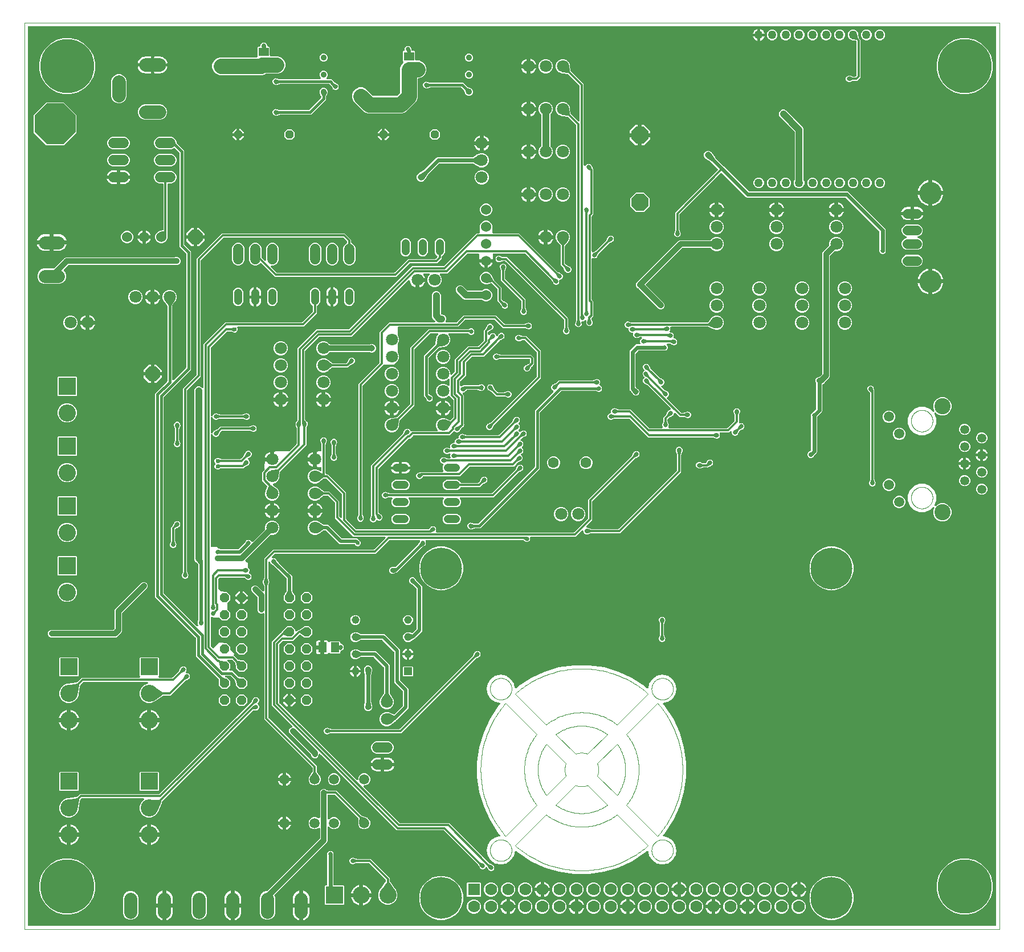
<source format=gbl>
G04 EAGLE Gerber X2 export*
%TF.Part,Single*%
%TF.FileFunction,Other,Bottom layer*%
%TF.FilePolarity,Positive*%
%TF.GenerationSoftware,Autodesk,EAGLE,9.4.0*%
%TF.CreationDate,2019-06-20T13:46:05Z*%
G75*
%MOMM*%
%FSLAX34Y34*%
%LPD*%
%INBottom layer*%
%AMOC8*
5,1,8,0,0,1.08239X$1,22.5*%
G01*
%ADD10C,0.000000*%
%ADD11C,0.001000*%
%ADD12C,1.600000*%
%ADD13C,1.500000*%
%ADD14C,2.400000*%
%ADD15C,1.350000*%
%ADD16R,2.550000X2.550000*%
%ADD17C,2.550000*%
%ADD18C,1.800000*%
%ADD19P,2.336880X8X22.500000*%
%ADD20C,1.219200*%
%ADD21C,1.524000*%
%ADD22C,1.524000*%
%ADD23P,1.319650X8X202.500000*%
%ADD24C,1.981200*%
%ADD25P,2.749271X8X112.500000*%
%ADD26R,1.500000X1.300000*%
%ADD27C,0.914400*%
%ADD28P,1.484606X8X112.500000*%
%ADD29R,1.778000X1.778000*%
%ADD30C,1.778000*%
%ADD31C,6.200000*%
%ADD32C,2.000000*%
%ADD33C,1.425000*%
%ADD34C,3.316000*%
%ADD35C,1.270000*%
%ADD36R,1.159000X1.159000*%
%ADD37C,1.159000*%
%ADD38R,1.300000X1.500000*%
%ADD39P,6.511658X8X292.500000*%
%ADD40C,0.654800*%
%ADD41C,1.016000*%
%ADD42C,0.812800*%
%ADD43C,0.304800*%
%ADD44C,0.609600*%
%ADD45C,0.406400*%
%ADD46C,0.704800*%
%ADD47C,0.975000*%
%ADD48C,1.050000*%
%ADD49C,0.754800*%
%ADD50C,2.286000*%
%ADD51C,0.508000*%
%ADD52C,0.904800*%
%ADD53C,0.609600*%
%ADD54C,8.000000*%

G36*
X1442622Y5084D02*
X1442622Y5084D01*
X1442648Y5082D01*
X1442795Y5104D01*
X1442942Y5121D01*
X1442967Y5129D01*
X1442993Y5133D01*
X1443131Y5188D01*
X1443270Y5238D01*
X1443292Y5252D01*
X1443317Y5262D01*
X1443438Y5347D01*
X1443563Y5427D01*
X1443581Y5446D01*
X1443603Y5461D01*
X1443702Y5571D01*
X1443805Y5678D01*
X1443819Y5700D01*
X1443836Y5720D01*
X1443908Y5850D01*
X1443984Y5977D01*
X1443992Y6002D01*
X1444005Y6025D01*
X1444045Y6168D01*
X1444090Y6309D01*
X1444092Y6335D01*
X1444100Y6360D01*
X1444119Y6604D01*
X1444119Y1340996D01*
X1444117Y1341012D01*
X1444118Y1341023D01*
X1444117Y1341032D01*
X1444118Y1341048D01*
X1444096Y1341195D01*
X1444079Y1341342D01*
X1444071Y1341367D01*
X1444067Y1341393D01*
X1444012Y1341531D01*
X1443962Y1341670D01*
X1443948Y1341692D01*
X1443938Y1341717D01*
X1443853Y1341838D01*
X1443773Y1341963D01*
X1443754Y1341981D01*
X1443739Y1342003D01*
X1443629Y1342102D01*
X1443522Y1342205D01*
X1443500Y1342219D01*
X1443480Y1342236D01*
X1443350Y1342308D01*
X1443223Y1342384D01*
X1443198Y1342392D01*
X1443175Y1342405D01*
X1443032Y1342445D01*
X1442891Y1342490D01*
X1442865Y1342492D01*
X1442840Y1342500D01*
X1442596Y1342519D01*
X6604Y1342519D01*
X6578Y1342516D01*
X6552Y1342518D01*
X6405Y1342496D01*
X6258Y1342479D01*
X6233Y1342471D01*
X6207Y1342467D01*
X6069Y1342412D01*
X5930Y1342362D01*
X5908Y1342348D01*
X5883Y1342338D01*
X5762Y1342253D01*
X5637Y1342173D01*
X5619Y1342154D01*
X5597Y1342139D01*
X5498Y1342029D01*
X5395Y1341922D01*
X5381Y1341900D01*
X5364Y1341880D01*
X5292Y1341750D01*
X5216Y1341623D01*
X5208Y1341598D01*
X5195Y1341575D01*
X5155Y1341432D01*
X5110Y1341291D01*
X5108Y1341265D01*
X5100Y1341240D01*
X5081Y1340996D01*
X5081Y6604D01*
X5084Y6578D01*
X5082Y6552D01*
X5104Y6405D01*
X5121Y6258D01*
X5129Y6233D01*
X5133Y6207D01*
X5188Y6069D01*
X5238Y5930D01*
X5252Y5908D01*
X5262Y5883D01*
X5347Y5762D01*
X5427Y5637D01*
X5446Y5619D01*
X5461Y5597D01*
X5571Y5498D01*
X5678Y5395D01*
X5700Y5381D01*
X5720Y5364D01*
X5850Y5292D01*
X5977Y5216D01*
X6002Y5208D01*
X6025Y5195D01*
X6168Y5155D01*
X6309Y5110D01*
X6335Y5108D01*
X6360Y5100D01*
X6604Y5081D01*
X1442596Y5081D01*
X1442622Y5084D01*
G37*
%LPC*%
G36*
X816735Y82267D02*
X816735Y82267D01*
X794636Y85465D01*
X773222Y91796D01*
X752936Y101128D01*
X734196Y113270D01*
X731024Y116045D01*
X730963Y116088D01*
X730907Y116138D01*
X730820Y116186D01*
X730737Y116243D01*
X730668Y116270D01*
X730602Y116307D01*
X730506Y116334D01*
X730413Y116371D01*
X730339Y116381D01*
X730267Y116402D01*
X730167Y116407D01*
X730068Y116421D01*
X729994Y116415D01*
X729919Y116418D01*
X729820Y116400D01*
X729721Y116392D01*
X729650Y116369D01*
X729576Y116355D01*
X729484Y116315D01*
X729389Y116285D01*
X729325Y116246D01*
X729257Y116216D01*
X729177Y116156D01*
X729091Y116105D01*
X729037Y116052D01*
X728977Y116008D01*
X728913Y115931D01*
X728841Y115862D01*
X728801Y115799D01*
X728753Y115741D01*
X728707Y115652D01*
X728653Y115568D01*
X728628Y115498D01*
X728594Y115431D01*
X728552Y115283D01*
X728537Y115240D01*
X728535Y115222D01*
X728527Y115196D01*
X728498Y115050D01*
X728195Y113527D01*
X728195Y113526D01*
X727892Y112004D01*
X727892Y112003D01*
X727589Y110480D01*
X727353Y109292D01*
X722789Y102461D01*
X715958Y97897D01*
X707900Y96294D01*
X699842Y97897D01*
X693011Y102461D01*
X688447Y109292D01*
X686844Y117350D01*
X686875Y117506D01*
X687178Y119029D01*
X687481Y120552D01*
X687481Y120553D01*
X687784Y122076D01*
X688087Y123599D01*
X688390Y125122D01*
X688447Y125408D01*
X693011Y132239D01*
X699842Y136803D01*
X705746Y137977D01*
X705817Y138000D01*
X705890Y138014D01*
X705982Y138053D01*
X706078Y138084D01*
X706142Y138123D01*
X706210Y138152D01*
X706291Y138212D01*
X706376Y138263D01*
X706430Y138315D01*
X706490Y138360D01*
X706555Y138436D01*
X706627Y138506D01*
X706667Y138569D01*
X706716Y138626D01*
X706761Y138715D01*
X706815Y138799D01*
X706840Y138869D01*
X706875Y138936D01*
X706899Y139033D01*
X706932Y139127D01*
X706941Y139201D01*
X706959Y139274D01*
X706961Y139374D01*
X706972Y139473D01*
X706963Y139548D01*
X706964Y139622D01*
X706943Y139720D01*
X706931Y139820D01*
X706906Y139890D01*
X706890Y139963D01*
X706847Y140053D01*
X706814Y140147D01*
X706773Y140210D01*
X706741Y140278D01*
X706649Y140401D01*
X706624Y140440D01*
X706611Y140452D01*
X706595Y140474D01*
X703820Y143646D01*
X691678Y162386D01*
X682346Y182672D01*
X676015Y204086D01*
X672817Y226185D01*
X672817Y248515D01*
X676015Y270614D01*
X682346Y292028D01*
X691678Y312314D01*
X703820Y331054D01*
X706595Y334226D01*
X706638Y334287D01*
X706688Y334343D01*
X706736Y334430D01*
X706793Y334513D01*
X706820Y334582D01*
X706857Y334648D01*
X706884Y334744D01*
X706921Y334837D01*
X706931Y334911D01*
X706952Y334983D01*
X706957Y335083D01*
X706971Y335182D01*
X706965Y335256D01*
X706968Y335331D01*
X706950Y335430D01*
X706942Y335529D01*
X706919Y335600D01*
X706905Y335674D01*
X706865Y335766D01*
X706835Y335861D01*
X706796Y335925D01*
X706766Y335993D01*
X706706Y336073D01*
X706655Y336159D01*
X706602Y336213D01*
X706558Y336273D01*
X706481Y336337D01*
X706412Y336409D01*
X706349Y336449D01*
X706291Y336497D01*
X706202Y336543D01*
X706118Y336597D01*
X706048Y336622D01*
X705981Y336656D01*
X705833Y336698D01*
X705790Y336713D01*
X705772Y336715D01*
X705746Y336723D01*
X699842Y337897D01*
X693011Y342461D01*
X688447Y349292D01*
X686844Y357350D01*
X687009Y358179D01*
X687009Y358180D01*
X687615Y361226D01*
X687918Y362749D01*
X687918Y362750D01*
X688221Y364272D01*
X688221Y364273D01*
X688447Y365408D01*
X693011Y372239D01*
X699842Y376803D01*
X707900Y378406D01*
X715958Y376803D01*
X722789Y372239D01*
X727353Y365408D01*
X728527Y359504D01*
X728550Y359433D01*
X728564Y359360D01*
X728603Y359268D01*
X728634Y359172D01*
X728673Y359108D01*
X728702Y359040D01*
X728762Y358959D01*
X728813Y358874D01*
X728865Y358820D01*
X728910Y358760D01*
X728986Y358695D01*
X729056Y358623D01*
X729119Y358583D01*
X729176Y358534D01*
X729265Y358489D01*
X729349Y358435D01*
X729419Y358410D01*
X729486Y358375D01*
X729583Y358351D01*
X729677Y358318D01*
X729751Y358309D01*
X729824Y358291D01*
X729924Y358289D01*
X730023Y358278D01*
X730098Y358287D01*
X730172Y358286D01*
X730270Y358307D01*
X730370Y358319D01*
X730440Y358344D01*
X730513Y358360D01*
X730603Y358403D01*
X730697Y358436D01*
X730760Y358477D01*
X730828Y358509D01*
X730951Y358601D01*
X730990Y358626D01*
X731002Y358639D01*
X731024Y358655D01*
X734196Y361430D01*
X752936Y373572D01*
X773222Y382904D01*
X794636Y389235D01*
X816735Y392433D01*
X839065Y392433D01*
X861164Y389235D01*
X882578Y382904D01*
X902864Y373572D01*
X921603Y361430D01*
X924776Y358655D01*
X924837Y358612D01*
X924893Y358562D01*
X924980Y358514D01*
X925063Y358457D01*
X925132Y358430D01*
X925198Y358393D01*
X925294Y358366D01*
X925387Y358329D01*
X925461Y358319D01*
X925533Y358298D01*
X925633Y358293D01*
X925732Y358279D01*
X925806Y358285D01*
X925881Y358282D01*
X925980Y358300D01*
X926079Y358308D01*
X926150Y358331D01*
X926224Y358345D01*
X926316Y358385D01*
X926411Y358415D01*
X926475Y358454D01*
X926543Y358484D01*
X926623Y358544D01*
X926709Y358595D01*
X926763Y358648D01*
X926823Y358692D01*
X926887Y358769D01*
X926959Y358838D01*
X926999Y358901D01*
X927047Y358959D01*
X927093Y359048D01*
X927147Y359132D01*
X927172Y359202D01*
X927206Y359269D01*
X927248Y359417D01*
X927263Y359460D01*
X927265Y359478D01*
X927273Y359504D01*
X927312Y359702D01*
X927312Y359703D01*
X927615Y361226D01*
X927918Y362749D01*
X927918Y362750D01*
X928221Y364272D01*
X928221Y364273D01*
X928447Y365408D01*
X933011Y372239D01*
X939842Y376803D01*
X947900Y378406D01*
X955958Y376803D01*
X962789Y372239D01*
X967353Y365408D01*
X968956Y357350D01*
X968935Y357247D01*
X968935Y357246D01*
X968632Y355724D01*
X968632Y355723D01*
X968329Y354200D01*
X968026Y352677D01*
X967723Y351154D01*
X967723Y351153D01*
X967420Y349631D01*
X967420Y349630D01*
X967353Y349292D01*
X962789Y342461D01*
X955958Y337897D01*
X950054Y336723D01*
X949983Y336700D01*
X949910Y336686D01*
X949818Y336647D01*
X949722Y336616D01*
X949658Y336577D01*
X949590Y336548D01*
X949509Y336488D01*
X949424Y336437D01*
X949370Y336385D01*
X949310Y336340D01*
X949245Y336264D01*
X949173Y336194D01*
X949133Y336131D01*
X949084Y336074D01*
X949039Y335985D01*
X948985Y335901D01*
X948960Y335831D01*
X948925Y335764D01*
X948901Y335667D01*
X948868Y335573D01*
X948859Y335499D01*
X948841Y335426D01*
X948839Y335326D01*
X948828Y335227D01*
X948837Y335152D01*
X948836Y335078D01*
X948857Y334980D01*
X948869Y334880D01*
X948894Y334810D01*
X948910Y334737D01*
X948953Y334647D01*
X948986Y334553D01*
X949027Y334490D01*
X949059Y334422D01*
X949151Y334299D01*
X949176Y334260D01*
X949189Y334248D01*
X949205Y334226D01*
X951980Y331054D01*
X964122Y312314D01*
X973454Y292028D01*
X979785Y270614D01*
X982983Y248515D01*
X982983Y226185D01*
X979785Y204086D01*
X973454Y182672D01*
X964122Y162386D01*
X951980Y143646D01*
X949205Y140474D01*
X949162Y140413D01*
X949112Y140357D01*
X949064Y140270D01*
X949007Y140187D01*
X948980Y140118D01*
X948943Y140052D01*
X948916Y139956D01*
X948879Y139863D01*
X948869Y139789D01*
X948848Y139717D01*
X948843Y139617D01*
X948829Y139518D01*
X948835Y139444D01*
X948832Y139369D01*
X948850Y139270D01*
X948858Y139171D01*
X948881Y139100D01*
X948895Y139026D01*
X948935Y138934D01*
X948965Y138839D01*
X949004Y138775D01*
X949034Y138707D01*
X949094Y138627D01*
X949145Y138541D01*
X949198Y138487D01*
X949242Y138427D01*
X949319Y138363D01*
X949388Y138291D01*
X949451Y138251D01*
X949509Y138203D01*
X949598Y138157D01*
X949682Y138103D01*
X949752Y138078D01*
X949819Y138044D01*
X949967Y138002D01*
X950010Y137987D01*
X950028Y137985D01*
X950054Y137977D01*
X955958Y136803D01*
X962789Y132239D01*
X967353Y125408D01*
X968956Y117350D01*
X968801Y116573D01*
X968498Y115050D01*
X968195Y113527D01*
X968195Y113526D01*
X967589Y110480D01*
X967353Y109292D01*
X962789Y102461D01*
X955958Y97897D01*
X947900Y96294D01*
X939842Y97897D01*
X933011Y102461D01*
X928447Y109292D01*
X927273Y115196D01*
X927250Y115267D01*
X927236Y115340D01*
X927197Y115432D01*
X927166Y115528D01*
X927127Y115592D01*
X927098Y115660D01*
X927038Y115741D01*
X926987Y115826D01*
X926935Y115880D01*
X926890Y115940D01*
X926814Y116005D01*
X926744Y116077D01*
X926681Y116117D01*
X926624Y116166D01*
X926535Y116211D01*
X926451Y116265D01*
X926381Y116290D01*
X926314Y116325D01*
X926217Y116349D01*
X926123Y116382D01*
X926049Y116391D01*
X925976Y116409D01*
X925876Y116411D01*
X925777Y116422D01*
X925702Y116413D01*
X925628Y116414D01*
X925530Y116393D01*
X925430Y116381D01*
X925360Y116356D01*
X925287Y116340D01*
X925197Y116297D01*
X925103Y116264D01*
X925040Y116223D01*
X924972Y116191D01*
X924849Y116099D01*
X924810Y116074D01*
X924798Y116061D01*
X924776Y116045D01*
X921603Y113270D01*
X902864Y101128D01*
X882578Y91796D01*
X861164Y85465D01*
X839065Y82267D01*
X816735Y82267D01*
G37*
%LPD*%
%LPC*%
G36*
X293708Y357377D02*
X293708Y357377D01*
X288797Y362288D01*
X288797Y365690D01*
X288796Y365699D01*
X288797Y365711D01*
X288769Y367750D01*
X288721Y371349D01*
X288706Y371464D01*
X288700Y371581D01*
X288684Y371636D01*
X288676Y371694D01*
X288635Y371804D01*
X288603Y371915D01*
X288575Y371966D01*
X288554Y372021D01*
X288490Y372118D01*
X288433Y372219D01*
X288384Y372276D01*
X288361Y372311D01*
X288329Y372341D01*
X288274Y372406D01*
X288246Y372433D01*
X255015Y405664D01*
X255015Y432461D01*
X255001Y432587D01*
X254994Y432713D01*
X254981Y432759D01*
X254975Y432807D01*
X254933Y432926D01*
X254898Y433048D01*
X254874Y433090D01*
X254858Y433135D01*
X254789Y433242D01*
X254728Y433352D01*
X254688Y433398D01*
X254669Y433428D01*
X254634Y433462D01*
X254569Y433538D01*
X196585Y491522D01*
X196585Y491523D01*
X194055Y494052D01*
X194055Y796268D01*
X211897Y814110D01*
X211976Y814209D01*
X212060Y814303D01*
X212084Y814345D01*
X212114Y814383D01*
X212168Y814497D01*
X212229Y814608D01*
X212242Y814654D01*
X212263Y814698D01*
X212289Y814821D01*
X212324Y814943D01*
X212329Y815004D01*
X212336Y815039D01*
X212335Y815087D01*
X212343Y815187D01*
X212343Y926174D01*
X212325Y926337D01*
X212303Y926520D01*
X212303Y926521D01*
X212241Y926693D01*
X212186Y926848D01*
X212186Y926849D01*
X212060Y927059D01*
X208553Y931975D01*
X208553Y931976D01*
X207913Y932873D01*
X207910Y932876D01*
X207908Y932880D01*
X207750Y933066D01*
X206978Y933838D01*
X206702Y934504D01*
X206677Y934548D01*
X206660Y934596D01*
X206534Y934806D01*
X206437Y934943D01*
X206418Y935046D01*
X206403Y935174D01*
X206385Y935229D01*
X206379Y935263D01*
X206360Y935308D01*
X206328Y935406D01*
X205375Y937707D01*
X205375Y941893D01*
X206978Y945762D01*
X209938Y948722D01*
X213807Y950325D01*
X217993Y950325D01*
X221862Y948722D01*
X224822Y945762D01*
X226425Y941893D01*
X226425Y937706D01*
X225472Y935406D01*
X225437Y935283D01*
X225394Y935162D01*
X225389Y935116D01*
X225376Y935071D01*
X225371Y934953D01*
X225266Y934806D01*
X225241Y934762D01*
X225210Y934722D01*
X225098Y934504D01*
X224822Y933838D01*
X224050Y933066D01*
X224048Y933063D01*
X224045Y933060D01*
X223887Y932873D01*
X219740Y927058D01*
X219640Y926878D01*
X219571Y926753D01*
X219505Y926521D01*
X219476Y926418D01*
X219457Y926174D01*
X219457Y817444D01*
X219468Y817344D01*
X219470Y817244D01*
X219488Y817172D01*
X219497Y817098D01*
X219530Y817003D01*
X219555Y816906D01*
X219589Y816840D01*
X219614Y816770D01*
X219669Y816685D01*
X219715Y816596D01*
X219763Y816539D01*
X219803Y816477D01*
X219875Y816407D01*
X219940Y816331D01*
X220000Y816287D01*
X220054Y816235D01*
X220140Y816183D01*
X220221Y816124D01*
X220289Y816094D01*
X220353Y816056D01*
X220449Y816025D01*
X220541Y815986D01*
X220614Y815972D01*
X220685Y815950D01*
X220785Y815942D01*
X220884Y815924D01*
X220958Y815928D01*
X221032Y815922D01*
X221132Y815937D01*
X221232Y815942D01*
X221303Y815962D01*
X221377Y815973D01*
X221470Y816011D01*
X221567Y816038D01*
X221632Y816075D01*
X221701Y816102D01*
X221783Y816159D01*
X221871Y816209D01*
X221947Y816274D01*
X221987Y816301D01*
X222011Y816328D01*
X222057Y816367D01*
X239837Y834147D01*
X239916Y834246D01*
X240000Y834340D01*
X240024Y834382D01*
X240054Y834420D01*
X240108Y834534D01*
X240169Y834645D01*
X240182Y834692D01*
X240203Y834735D01*
X240229Y834859D01*
X240264Y834980D01*
X240269Y835041D01*
X240276Y835076D01*
X240275Y835124D01*
X240283Y835224D01*
X240283Y1003736D01*
X240269Y1003861D01*
X240262Y1003988D01*
X240249Y1004034D01*
X240243Y1004082D01*
X240201Y1004201D01*
X240166Y1004322D01*
X240142Y1004365D01*
X240126Y1004410D01*
X240057Y1004516D01*
X239996Y1004627D01*
X239956Y1004673D01*
X239937Y1004703D01*
X239902Y1004736D01*
X239837Y1004813D01*
X230123Y1014527D01*
X230123Y1153596D01*
X230109Y1153721D01*
X230102Y1153848D01*
X230089Y1153894D01*
X230083Y1153942D01*
X230041Y1154061D01*
X230006Y1154182D01*
X229982Y1154225D01*
X229966Y1154270D01*
X229927Y1154330D01*
X229927Y1154332D01*
X229919Y1154343D01*
X229897Y1154376D01*
X229836Y1154487D01*
X229796Y1154533D01*
X229777Y1154563D01*
X229744Y1154595D01*
X229728Y1154618D01*
X229711Y1154633D01*
X229677Y1154673D01*
X224026Y1160324D01*
X223966Y1160371D01*
X223913Y1160426D01*
X223830Y1160479D01*
X223753Y1160541D01*
X223684Y1160573D01*
X223620Y1160614D01*
X223527Y1160647D01*
X223438Y1160689D01*
X223363Y1160705D01*
X223291Y1160731D01*
X223193Y1160742D01*
X223097Y1160763D01*
X223021Y1160761D01*
X222945Y1160770D01*
X222847Y1160759D01*
X222749Y1160757D01*
X222675Y1160738D01*
X222599Y1160729D01*
X222456Y1160683D01*
X222411Y1160672D01*
X222394Y1160663D01*
X222366Y1160654D01*
X218989Y1159255D01*
X200111Y1159255D01*
X196750Y1160648D01*
X194178Y1163220D01*
X192785Y1166581D01*
X192785Y1170219D01*
X194178Y1173580D01*
X196750Y1176152D01*
X200111Y1177545D01*
X218989Y1177545D01*
X222350Y1176152D01*
X224922Y1173580D01*
X226315Y1170219D01*
X226315Y1168726D01*
X226329Y1168601D01*
X226336Y1168474D01*
X226349Y1168428D01*
X226355Y1168380D01*
X226397Y1168261D01*
X226432Y1168140D01*
X226456Y1168097D01*
X226472Y1168052D01*
X226541Y1167946D01*
X226602Y1167835D01*
X226642Y1167789D01*
X226661Y1167759D01*
X226696Y1167726D01*
X226761Y1167649D01*
X237237Y1157173D01*
X237237Y1018104D01*
X237251Y1017979D01*
X237258Y1017852D01*
X237271Y1017806D01*
X237277Y1017758D01*
X237319Y1017639D01*
X237354Y1017518D01*
X237378Y1017475D01*
X237394Y1017430D01*
X237463Y1017324D01*
X237524Y1017213D01*
X237564Y1017167D01*
X237583Y1017137D01*
X237618Y1017104D01*
X237683Y1017027D01*
X247397Y1007313D01*
X247397Y831647D01*
X207203Y791453D01*
X207124Y791354D01*
X207040Y791260D01*
X207016Y791218D01*
X206986Y791180D01*
X206932Y791066D01*
X206871Y790955D01*
X206858Y790908D01*
X206837Y790865D01*
X206811Y790741D01*
X206776Y790620D01*
X206771Y790559D01*
X206764Y790524D01*
X206765Y790476D01*
X206757Y790376D01*
X206757Y500227D01*
X206771Y500101D01*
X206778Y499975D01*
X206791Y499929D01*
X206797Y499881D01*
X206839Y499762D01*
X206874Y499640D01*
X206898Y499598D01*
X206914Y499553D01*
X206983Y499446D01*
X207044Y499336D01*
X207084Y499290D01*
X207103Y499260D01*
X207138Y499226D01*
X207203Y499150D01*
X255611Y450742D01*
X255650Y450711D01*
X255684Y450673D01*
X255787Y450602D01*
X255884Y450525D01*
X255929Y450504D01*
X255971Y450475D01*
X256087Y450429D01*
X256199Y450376D01*
X256248Y450366D01*
X256295Y450347D01*
X256418Y450329D01*
X256540Y450303D01*
X256590Y450304D01*
X256640Y450296D01*
X256764Y450307D01*
X256888Y450309D01*
X256937Y450321D01*
X256987Y450325D01*
X257106Y450364D01*
X257226Y450394D01*
X257271Y450417D01*
X257319Y450432D01*
X257425Y450496D01*
X257536Y450553D01*
X257574Y450586D01*
X257617Y450612D01*
X257707Y450699D01*
X257801Y450779D01*
X257831Y450820D01*
X257867Y450855D01*
X257935Y450960D01*
X258009Y451060D01*
X258028Y451106D01*
X258056Y451148D01*
X258097Y451266D01*
X258147Y451380D01*
X258155Y451429D01*
X258172Y451477D01*
X258186Y451600D01*
X258208Y451723D01*
X258206Y451773D01*
X258211Y451823D01*
X258197Y451947D01*
X258190Y452071D01*
X258176Y452119D01*
X258170Y452169D01*
X258095Y452402D01*
X257898Y452878D01*
X257864Y452939D01*
X257839Y453004D01*
X257749Y453145D01*
X257729Y453182D01*
X257719Y453193D01*
X257708Y453211D01*
X257367Y453664D01*
X257540Y454891D01*
X257541Y454931D01*
X257555Y455104D01*
X257555Y455615D01*
X257614Y455755D01*
X257633Y455822D01*
X257661Y455887D01*
X257698Y456050D01*
X257709Y456090D01*
X257710Y456104D01*
X257715Y456125D01*
X257926Y457622D01*
X257926Y457623D01*
X258219Y459697D01*
X258221Y459788D01*
X258234Y459879D01*
X258227Y459996D01*
X258228Y460045D01*
X258222Y460075D01*
X258219Y460123D01*
X258089Y461042D01*
X258159Y461162D01*
X258165Y461181D01*
X258175Y461199D01*
X258217Y461348D01*
X258263Y461495D01*
X258264Y461515D01*
X258270Y461534D01*
X258289Y461778D01*
X258289Y541085D01*
X258272Y541239D01*
X258258Y541394D01*
X258252Y541412D01*
X258249Y541431D01*
X258197Y541577D01*
X258148Y541725D01*
X258137Y541745D01*
X258132Y541759D01*
X258108Y541795D01*
X258028Y541938D01*
X255908Y545072D01*
X255813Y545183D01*
X255721Y545299D01*
X255699Y545316D01*
X255681Y545336D01*
X255563Y545423D01*
X255447Y545515D01*
X255418Y545530D01*
X255400Y545542D01*
X255360Y545560D01*
X253481Y547439D01*
X252475Y549866D01*
X252475Y801414D01*
X253481Y803841D01*
X255339Y805699D01*
X257766Y806705D01*
X260394Y806705D01*
X262821Y805699D01*
X263591Y804930D01*
X263670Y804867D01*
X263742Y804797D01*
X263806Y804759D01*
X263864Y804713D01*
X263955Y804670D01*
X264041Y804619D01*
X264112Y804596D01*
X264179Y804564D01*
X264277Y804543D01*
X264373Y804512D01*
X264447Y804506D01*
X264520Y804491D01*
X264620Y804492D01*
X264720Y804484D01*
X264794Y804495D01*
X264868Y804497D01*
X264965Y804521D01*
X265065Y804536D01*
X265134Y804564D01*
X265206Y804582D01*
X265295Y804628D01*
X265389Y804665D01*
X265450Y804707D01*
X265516Y804741D01*
X265592Y804806D01*
X265675Y804864D01*
X265725Y804919D01*
X265781Y804967D01*
X265841Y805048D01*
X265908Y805122D01*
X265944Y805188D01*
X265989Y805247D01*
X266028Y805339D01*
X266077Y805427D01*
X266097Y805499D01*
X266127Y805567D01*
X266144Y805666D01*
X266172Y805763D01*
X266180Y805863D01*
X266188Y805910D01*
X266186Y805946D01*
X266191Y806007D01*
X266191Y869943D01*
X298457Y902209D01*
X412126Y902209D01*
X412252Y902223D01*
X412378Y902230D01*
X412424Y902243D01*
X412472Y902249D01*
X412591Y902291D01*
X412713Y902326D01*
X412755Y902350D01*
X412801Y902366D01*
X412907Y902435D01*
X413017Y902496D01*
X413063Y902536D01*
X413093Y902555D01*
X413127Y902590D01*
X413203Y902655D01*
X428305Y917757D01*
X428384Y917856D01*
X428468Y917950D01*
X428492Y917992D01*
X428522Y918030D01*
X428576Y918144D01*
X428637Y918255D01*
X428650Y918301D01*
X428671Y918345D01*
X428697Y918468D01*
X428732Y918590D01*
X428737Y918651D01*
X428744Y918686D01*
X428743Y918734D01*
X428751Y918834D01*
X428751Y925700D01*
X428743Y925776D01*
X428744Y925853D01*
X428723Y925949D01*
X428711Y926047D01*
X428686Y926119D01*
X428669Y926193D01*
X428627Y926282D01*
X428594Y926375D01*
X428552Y926439D01*
X428520Y926508D01*
X428458Y926585D01*
X428405Y926668D01*
X428350Y926721D01*
X428302Y926780D01*
X428225Y926841D01*
X428154Y926910D01*
X428089Y926949D01*
X428029Y926996D01*
X427896Y927064D01*
X427855Y927089D01*
X427837Y927094D01*
X427811Y927108D01*
X427483Y927243D01*
X425340Y929387D01*
X424179Y932188D01*
X424179Y947412D01*
X425340Y950213D01*
X427483Y952356D01*
X430284Y953517D01*
X433316Y953517D01*
X436117Y952356D01*
X438260Y950213D01*
X439421Y947412D01*
X439421Y932188D01*
X438260Y929387D01*
X436117Y927243D01*
X435789Y927108D01*
X435722Y927071D01*
X435651Y927042D01*
X435570Y926986D01*
X435484Y926938D01*
X435428Y926887D01*
X435365Y926843D01*
X435299Y926770D01*
X435226Y926704D01*
X435183Y926641D01*
X435132Y926585D01*
X435084Y926499D01*
X435028Y926418D01*
X435000Y926346D01*
X434963Y926280D01*
X434936Y926185D01*
X434900Y926093D01*
X434889Y926018D01*
X434868Y925944D01*
X434856Y925795D01*
X434849Y925749D01*
X434851Y925729D01*
X434849Y925700D01*
X434849Y915677D01*
X415283Y896111D01*
X317756Y896111D01*
X317607Y896094D01*
X317457Y896082D01*
X317433Y896074D01*
X317409Y896071D01*
X317268Y896021D01*
X317125Y895975D01*
X317104Y895962D01*
X317081Y895954D01*
X316955Y895872D01*
X316826Y895795D01*
X316809Y895778D01*
X316789Y895765D01*
X316684Y895656D01*
X316576Y895552D01*
X316563Y895532D01*
X316546Y895514D01*
X316469Y895385D01*
X316388Y895259D01*
X316380Y895236D01*
X316368Y895215D01*
X316322Y895072D01*
X316271Y894930D01*
X316269Y894906D01*
X316261Y894883D01*
X316249Y894734D01*
X316232Y894584D01*
X316235Y894560D01*
X316233Y894536D01*
X316256Y894386D01*
X316273Y894238D01*
X316282Y894210D01*
X316285Y894191D01*
X316303Y894147D01*
X316348Y894005D01*
X316993Y892450D01*
X316993Y890630D01*
X316297Y888950D01*
X315010Y887663D01*
X313330Y886967D01*
X312765Y886967D01*
X312723Y886962D01*
X312681Y886965D01*
X312550Y886943D01*
X312419Y886927D01*
X312379Y886913D01*
X312337Y886906D01*
X312109Y886819D01*
X312086Y886808D01*
X311882Y886880D01*
X311749Y886910D01*
X311618Y886948D01*
X311570Y886951D01*
X311542Y886958D01*
X311533Y886958D01*
X310819Y887254D01*
X310790Y887262D01*
X310744Y887282D01*
X310218Y887468D01*
X308356Y888127D01*
X308311Y888137D01*
X308268Y888155D01*
X308141Y888176D01*
X308016Y888205D01*
X307970Y888204D01*
X307924Y888212D01*
X307796Y888204D01*
X307760Y888204D01*
X307469Y888343D01*
X307429Y888356D01*
X307391Y888377D01*
X307264Y888413D01*
X307139Y888456D01*
X307097Y888460D01*
X307056Y888472D01*
X306812Y888491D01*
X301614Y888491D01*
X301488Y888477D01*
X301362Y888470D01*
X301316Y888457D01*
X301268Y888451D01*
X301149Y888409D01*
X301027Y888374D01*
X300985Y888350D01*
X300939Y888334D01*
X300833Y888265D01*
X300723Y888204D01*
X300677Y888164D01*
X300647Y888145D01*
X300613Y888110D01*
X300537Y888045D01*
X277307Y864815D01*
X277228Y864716D01*
X277144Y864622D01*
X277120Y864580D01*
X277090Y864542D01*
X277036Y864428D01*
X276975Y864317D01*
X276962Y864271D01*
X276941Y864227D01*
X276915Y864104D01*
X276880Y863982D01*
X276875Y863921D01*
X276868Y863887D01*
X276869Y863838D01*
X276861Y863738D01*
X276861Y763803D01*
X276866Y763753D01*
X276864Y763703D01*
X276886Y763580D01*
X276901Y763457D01*
X276918Y763409D01*
X276927Y763360D01*
X276976Y763246D01*
X277018Y763129D01*
X277045Y763086D01*
X277065Y763040D01*
X277140Y762940D01*
X277207Y762836D01*
X277243Y762801D01*
X277273Y762760D01*
X277368Y762680D01*
X277458Y762594D01*
X277501Y762568D01*
X277539Y762535D01*
X277650Y762479D01*
X277757Y762415D01*
X277805Y762400D01*
X277850Y762377D01*
X277970Y762347D01*
X278089Y762309D01*
X278139Y762305D01*
X278188Y762292D01*
X278312Y762291D01*
X278436Y762281D01*
X278486Y762288D01*
X278536Y762287D01*
X278658Y762314D01*
X278781Y762332D01*
X278828Y762351D01*
X278877Y762362D01*
X278989Y762415D01*
X279105Y762461D01*
X279146Y762490D01*
X279192Y762511D01*
X279289Y762589D01*
X279391Y762660D01*
X279425Y762697D01*
X279464Y762729D01*
X279541Y762826D01*
X279624Y762919D01*
X279649Y762963D01*
X279680Y763002D01*
X279791Y763220D01*
X280412Y764718D01*
X281762Y766068D01*
X283525Y766799D01*
X284237Y766799D01*
X284279Y766804D01*
X284322Y766801D01*
X284452Y766823D01*
X284583Y766839D01*
X284623Y766853D01*
X284665Y766860D01*
X284888Y766945D01*
X285057Y766886D01*
X285189Y766856D01*
X285321Y766818D01*
X285368Y766815D01*
X285397Y766808D01*
X285412Y766808D01*
X286162Y766497D01*
X286192Y766489D01*
X286237Y766468D01*
X286298Y766447D01*
X289222Y765413D01*
X289267Y765403D01*
X289310Y765385D01*
X289437Y765364D01*
X289562Y765335D01*
X289608Y765336D01*
X289654Y765328D01*
X289782Y765336D01*
X289818Y765336D01*
X290109Y765197D01*
X290149Y765184D01*
X290187Y765163D01*
X290314Y765127D01*
X290439Y765084D01*
X290481Y765080D01*
X290522Y765068D01*
X290766Y765049D01*
X323914Y765049D01*
X323956Y765054D01*
X323999Y765051D01*
X324129Y765073D01*
X324260Y765089D01*
X324300Y765103D01*
X324342Y765110D01*
X324571Y765197D01*
X324852Y765332D01*
X324874Y765328D01*
X325002Y765336D01*
X325130Y765337D01*
X325175Y765347D01*
X325221Y765350D01*
X325458Y765413D01*
X328443Y766469D01*
X328470Y766482D01*
X328518Y766497D01*
X329289Y766817D01*
X329387Y766823D01*
X329432Y766835D01*
X329461Y766839D01*
X329509Y766855D01*
X329623Y766886D01*
X329792Y766946D01*
X329826Y766934D01*
X329864Y766913D01*
X329991Y766877D01*
X330116Y766834D01*
X330158Y766830D01*
X330199Y766818D01*
X330443Y766799D01*
X331155Y766799D01*
X332918Y766068D01*
X334268Y764718D01*
X334999Y762955D01*
X334999Y761045D01*
X334268Y759282D01*
X332918Y757932D01*
X331155Y757201D01*
X330443Y757201D01*
X330401Y757196D01*
X330358Y757199D01*
X330228Y757177D01*
X330097Y757161D01*
X330057Y757147D01*
X330015Y757140D01*
X329792Y757055D01*
X329623Y757114D01*
X329490Y757145D01*
X329359Y757182D01*
X329312Y757185D01*
X329283Y757192D01*
X329268Y757192D01*
X328519Y757502D01*
X328489Y757511D01*
X328443Y757531D01*
X328067Y757664D01*
X325458Y758587D01*
X325413Y758597D01*
X325370Y758615D01*
X325243Y758636D01*
X325118Y758665D01*
X325072Y758664D01*
X325026Y758672D01*
X324898Y758664D01*
X324862Y758664D01*
X324571Y758803D01*
X324531Y758816D01*
X324493Y758837D01*
X324366Y758873D01*
X324241Y758916D01*
X324199Y758920D01*
X324158Y758932D01*
X323914Y758951D01*
X290766Y758951D01*
X290724Y758946D01*
X290681Y758949D01*
X290551Y758927D01*
X290420Y758911D01*
X290380Y758897D01*
X290338Y758890D01*
X290109Y758803D01*
X289828Y758668D01*
X289806Y758672D01*
X289678Y758664D01*
X289550Y758663D01*
X289505Y758653D01*
X289459Y758650D01*
X289222Y758587D01*
X286237Y757531D01*
X286209Y757518D01*
X286162Y757502D01*
X285391Y757183D01*
X285293Y757177D01*
X285247Y757165D01*
X285219Y757161D01*
X285172Y757145D01*
X285057Y757114D01*
X284956Y757079D01*
X284888Y757054D01*
X284853Y757066D01*
X284816Y757087D01*
X284689Y757123D01*
X284564Y757166D01*
X284522Y757170D01*
X284481Y757182D01*
X284237Y757201D01*
X283525Y757201D01*
X281762Y757932D01*
X280412Y759282D01*
X279791Y760780D01*
X279767Y760824D01*
X279750Y760871D01*
X279682Y760976D01*
X279622Y761085D01*
X279588Y761122D01*
X279561Y761164D01*
X279471Y761251D01*
X279388Y761343D01*
X279346Y761371D01*
X279310Y761406D01*
X279203Y761470D01*
X279101Y761541D01*
X279054Y761559D01*
X279011Y761585D01*
X278893Y761623D01*
X278777Y761669D01*
X278727Y761676D01*
X278679Y761691D01*
X278555Y761701D01*
X278432Y761719D01*
X278382Y761715D01*
X278332Y761719D01*
X278209Y761701D01*
X278085Y761691D01*
X278037Y761675D01*
X277987Y761668D01*
X277872Y761622D01*
X277753Y761583D01*
X277710Y761557D01*
X277663Y761539D01*
X277561Y761468D01*
X277455Y761404D01*
X277418Y761369D01*
X277377Y761340D01*
X277294Y761248D01*
X277205Y761161D01*
X277177Y761119D01*
X277144Y761081D01*
X277084Y760972D01*
X277016Y760868D01*
X276999Y760820D01*
X276975Y760776D01*
X276941Y760656D01*
X276900Y760539D01*
X276894Y760489D01*
X276880Y760441D01*
X276861Y760197D01*
X276861Y738403D01*
X276866Y738353D01*
X276864Y738303D01*
X276886Y738180D01*
X276901Y738057D01*
X276918Y738009D01*
X276927Y737960D01*
X276976Y737846D01*
X277018Y737729D01*
X277045Y737686D01*
X277065Y737640D01*
X277140Y737540D01*
X277207Y737436D01*
X277243Y737401D01*
X277273Y737360D01*
X277368Y737280D01*
X277458Y737194D01*
X277501Y737168D01*
X277539Y737135D01*
X277650Y737079D01*
X277757Y737015D01*
X277805Y737000D01*
X277850Y736977D01*
X277970Y736947D01*
X278089Y736909D01*
X278139Y736905D01*
X278188Y736892D01*
X278312Y736891D01*
X278436Y736881D01*
X278486Y736888D01*
X278536Y736887D01*
X278658Y736914D01*
X278781Y736932D01*
X278828Y736951D01*
X278877Y736962D01*
X278989Y737015D01*
X279105Y737061D01*
X279146Y737090D01*
X279192Y737111D01*
X279289Y737189D01*
X279391Y737260D01*
X279425Y737297D01*
X279464Y737329D01*
X279541Y737426D01*
X279624Y737519D01*
X279649Y737563D01*
X279680Y737602D01*
X279791Y737820D01*
X280412Y739318D01*
X280915Y739821D01*
X280941Y739855D01*
X280973Y739883D01*
X281050Y739991D01*
X281132Y740094D01*
X281150Y740133D01*
X281174Y740168D01*
X281272Y740386D01*
X281433Y740463D01*
X281549Y740535D01*
X281667Y740602D01*
X281704Y740632D01*
X281728Y740648D01*
X281739Y740659D01*
X282490Y740970D01*
X282516Y740985D01*
X282563Y741002D01*
X284121Y741746D01*
X285420Y742367D01*
X285459Y742391D01*
X285501Y742409D01*
X285606Y742484D01*
X285715Y742552D01*
X285748Y742585D01*
X285785Y742612D01*
X285870Y742708D01*
X285896Y742734D01*
X286200Y742841D01*
X286238Y742860D01*
X286279Y742872D01*
X286394Y742936D01*
X286513Y742994D01*
X286546Y743021D01*
X286583Y743042D01*
X286769Y743200D01*
X290837Y747269D01*
X334074Y747269D01*
X334116Y747274D01*
X334159Y747271D01*
X334289Y747293D01*
X334420Y747309D01*
X334460Y747323D01*
X334502Y747330D01*
X334731Y747417D01*
X335012Y747552D01*
X335034Y747548D01*
X335162Y747556D01*
X335290Y747557D01*
X335335Y747567D01*
X335381Y747570D01*
X335618Y747633D01*
X338603Y748689D01*
X338631Y748702D01*
X338678Y748718D01*
X339449Y749037D01*
X339547Y749043D01*
X339592Y749055D01*
X339621Y749059D01*
X339669Y749075D01*
X339783Y749106D01*
X339952Y749166D01*
X339986Y749154D01*
X340024Y749133D01*
X340151Y749097D01*
X340276Y749054D01*
X340318Y749050D01*
X340359Y749038D01*
X340603Y749019D01*
X341315Y749019D01*
X343078Y748288D01*
X344428Y746938D01*
X345159Y745175D01*
X345159Y743265D01*
X344428Y741502D01*
X343078Y740152D01*
X341315Y739421D01*
X340603Y739421D01*
X340561Y739416D01*
X340518Y739419D01*
X340388Y739397D01*
X340257Y739381D01*
X340217Y739367D01*
X340175Y739360D01*
X339952Y739275D01*
X339783Y739334D01*
X339650Y739364D01*
X339519Y739402D01*
X339472Y739405D01*
X339443Y739412D01*
X339428Y739412D01*
X338679Y739722D01*
X338649Y739731D01*
X338604Y739751D01*
X338227Y739884D01*
X335618Y740807D01*
X335573Y740817D01*
X335530Y740835D01*
X335403Y740856D01*
X335278Y740885D01*
X335232Y740884D01*
X335186Y740892D01*
X335058Y740884D01*
X335022Y740884D01*
X334731Y741023D01*
X334691Y741036D01*
X334653Y741057D01*
X334526Y741093D01*
X334401Y741136D01*
X334359Y741140D01*
X334318Y741152D01*
X334074Y741171D01*
X293994Y741171D01*
X293868Y741157D01*
X293742Y741150D01*
X293696Y741137D01*
X293648Y741131D01*
X293529Y741089D01*
X293407Y741054D01*
X293365Y741030D01*
X293319Y741014D01*
X293213Y740945D01*
X293103Y740884D01*
X293057Y740844D01*
X293027Y740825D01*
X292993Y740790D01*
X292917Y740725D01*
X291080Y738889D01*
X291054Y738856D01*
X291022Y738827D01*
X290946Y738720D01*
X290864Y738616D01*
X290846Y738578D01*
X290821Y738543D01*
X290756Y738397D01*
X290752Y738391D01*
X290750Y738384D01*
X290721Y738320D01*
X290618Y738026D01*
X290600Y738013D01*
X290515Y737916D01*
X290424Y737825D01*
X290400Y737786D01*
X290370Y737751D01*
X290247Y737540D01*
X289626Y736241D01*
X288882Y734683D01*
X288872Y734654D01*
X288850Y734610D01*
X288530Y733838D01*
X288466Y733765D01*
X288442Y733724D01*
X288424Y733701D01*
X288402Y733656D01*
X288343Y733553D01*
X288266Y733392D01*
X288233Y733375D01*
X288192Y733364D01*
X288077Y733299D01*
X287958Y733241D01*
X287925Y733214D01*
X287888Y733194D01*
X287701Y733035D01*
X287198Y732532D01*
X285435Y731801D01*
X283525Y731801D01*
X281762Y732532D01*
X280412Y733882D01*
X279791Y735380D01*
X279767Y735424D01*
X279750Y735471D01*
X279682Y735576D01*
X279622Y735685D01*
X279588Y735722D01*
X279561Y735764D01*
X279471Y735851D01*
X279388Y735943D01*
X279346Y735971D01*
X279310Y736006D01*
X279203Y736070D01*
X279101Y736141D01*
X279054Y736159D01*
X279011Y736185D01*
X278893Y736223D01*
X278777Y736269D01*
X278727Y736276D01*
X278679Y736291D01*
X278555Y736301D01*
X278432Y736319D01*
X278382Y736315D01*
X278332Y736319D01*
X278209Y736301D01*
X278085Y736291D01*
X278037Y736275D01*
X277987Y736268D01*
X277872Y736222D01*
X277753Y736183D01*
X277710Y736157D01*
X277663Y736139D01*
X277561Y736068D01*
X277455Y736004D01*
X277418Y735969D01*
X277377Y735940D01*
X277294Y735848D01*
X277205Y735761D01*
X277177Y735719D01*
X277144Y735681D01*
X277084Y735572D01*
X277016Y735468D01*
X276999Y735420D01*
X276975Y735376D01*
X276941Y735256D01*
X276900Y735139D01*
X276894Y735089D01*
X276880Y735041D01*
X276861Y734797D01*
X276861Y569468D01*
X276864Y569442D01*
X276862Y569416D01*
X276884Y569269D01*
X276901Y569122D01*
X276909Y569097D01*
X276913Y569071D01*
X276968Y568933D01*
X277018Y568794D01*
X277032Y568772D01*
X277042Y568747D01*
X277127Y568626D01*
X277207Y568501D01*
X277226Y568483D01*
X277241Y568461D01*
X277351Y568362D01*
X277458Y568259D01*
X277480Y568245D01*
X277500Y568228D01*
X277630Y568156D01*
X277757Y568080D01*
X277782Y568072D01*
X277805Y568059D01*
X277948Y568019D01*
X278089Y567974D01*
X278115Y567972D01*
X278140Y567964D01*
X278384Y567945D01*
X286164Y567945D01*
X288095Y566014D01*
X288110Y566002D01*
X288123Y565986D01*
X288247Y565893D01*
X288368Y565797D01*
X288385Y565789D01*
X288401Y565777D01*
X288543Y565714D01*
X288683Y565648D01*
X288702Y565644D01*
X288720Y565636D01*
X288959Y565583D01*
X292057Y565145D01*
X292148Y565143D01*
X292239Y565130D01*
X292356Y565137D01*
X292405Y565136D01*
X292435Y565142D01*
X292483Y565145D01*
X293402Y565275D01*
X293522Y565205D01*
X293541Y565199D01*
X293559Y565189D01*
X293708Y565147D01*
X293855Y565101D01*
X293875Y565100D01*
X293894Y565094D01*
X294138Y565075D01*
X317563Y565075D01*
X317688Y565089D01*
X317814Y565096D01*
X317861Y565109D01*
X317909Y565115D01*
X318028Y565157D01*
X318149Y565192D01*
X318191Y565216D01*
X318237Y565232D01*
X318343Y565301D01*
X318453Y565362D01*
X318500Y565402D01*
X318530Y565421D01*
X318563Y565456D01*
X318640Y565521D01*
X324601Y571483D01*
X324868Y571749D01*
X324891Y571778D01*
X324918Y571802D01*
X324999Y571914D01*
X325084Y572022D01*
X325100Y572055D01*
X325122Y572085D01*
X325174Y572213D01*
X325233Y572337D01*
X325240Y572368D01*
X325976Y572948D01*
X326041Y573013D01*
X326112Y573070D01*
X326188Y573159D01*
X326223Y573194D01*
X326239Y573219D01*
X326270Y573256D01*
X328416Y576246D01*
X328442Y576292D01*
X328475Y576333D01*
X328585Y576548D01*
X328586Y576550D01*
X328586Y576551D01*
X328672Y576758D01*
X328982Y577068D01*
X328983Y577070D01*
X328984Y577071D01*
X329142Y577257D01*
X329258Y577418D01*
X329824Y578206D01*
X330370Y578296D01*
X330421Y578310D01*
X330474Y578317D01*
X330704Y578391D01*
X330706Y578391D01*
X330706Y578392D01*
X330707Y578392D01*
X331785Y578839D01*
X333695Y578839D01*
X335458Y578108D01*
X336808Y576758D01*
X336945Y576427D01*
X337018Y576296D01*
X337087Y576162D01*
X337103Y576144D01*
X337114Y576123D01*
X337215Y576012D01*
X337313Y575897D01*
X337332Y575883D01*
X337349Y575865D01*
X337472Y575779D01*
X337593Y575690D01*
X337615Y575680D01*
X337635Y575667D01*
X337775Y575611D01*
X337913Y575552D01*
X337937Y575548D01*
X337960Y575539D01*
X338108Y575517D01*
X338256Y575490D01*
X338280Y575491D01*
X338304Y575488D01*
X338454Y575500D01*
X338604Y575508D01*
X338627Y575515D01*
X338652Y575517D01*
X338795Y575563D01*
X338939Y575605D01*
X338960Y575616D01*
X338983Y575624D01*
X339112Y575701D01*
X339243Y575775D01*
X339266Y575794D01*
X339282Y575804D01*
X339316Y575836D01*
X339430Y575933D01*
X357329Y593833D01*
X357408Y593932D01*
X357492Y594026D01*
X357516Y594068D01*
X357546Y594106D01*
X357600Y594220D01*
X357661Y594331D01*
X357674Y594377D01*
X357695Y594421D01*
X357721Y594544D01*
X357756Y594666D01*
X357761Y594727D01*
X357768Y594762D01*
X357767Y594810D01*
X357775Y594910D01*
X357775Y598993D01*
X359378Y602862D01*
X362338Y605822D01*
X366207Y607425D01*
X370393Y607425D01*
X374262Y605822D01*
X377222Y602862D01*
X378825Y598993D01*
X378825Y594807D01*
X377222Y590938D01*
X374262Y587978D01*
X370393Y586375D01*
X366310Y586375D01*
X366184Y586361D01*
X366058Y586354D01*
X366012Y586341D01*
X365964Y586335D01*
X365845Y586293D01*
X365723Y586258D01*
X365681Y586234D01*
X365636Y586218D01*
X365529Y586149D01*
X365419Y586088D01*
X365373Y586048D01*
X365343Y586029D01*
X365309Y585994D01*
X365233Y585929D01*
X328687Y549383D01*
X328671Y549363D01*
X328651Y549346D01*
X328562Y549226D01*
X328470Y549110D01*
X328459Y549087D01*
X328444Y549066D01*
X328385Y548929D01*
X328322Y548795D01*
X328316Y548770D01*
X328306Y548746D01*
X328279Y548599D01*
X328248Y548455D01*
X328249Y548428D01*
X328244Y548403D01*
X328252Y548254D01*
X328254Y548106D01*
X328261Y548081D01*
X328262Y548054D01*
X328303Y547912D01*
X328339Y547768D01*
X328351Y547745D01*
X328358Y547720D01*
X328431Y547590D01*
X328499Y547458D01*
X328516Y547438D01*
X328529Y547415D01*
X328687Y547229D01*
X330385Y545531D01*
X330386Y545531D01*
X331725Y544192D01*
X331725Y538503D01*
X331739Y538377D01*
X331746Y538251D01*
X331759Y538204D01*
X331765Y538156D01*
X331807Y538037D01*
X331842Y537916D01*
X331866Y537874D01*
X331882Y537828D01*
X331951Y537722D01*
X332012Y537612D01*
X332052Y537566D01*
X332071Y537536D01*
X332106Y537502D01*
X332171Y537426D01*
X333478Y536118D01*
X334209Y534355D01*
X334209Y532445D01*
X333537Y530825D01*
X333530Y530799D01*
X333518Y530776D01*
X333482Y530632D01*
X333442Y530489D01*
X333440Y530463D01*
X333434Y530438D01*
X333432Y530290D01*
X333425Y530141D01*
X333429Y530116D01*
X333429Y530089D01*
X333461Y529944D01*
X333487Y529799D01*
X333498Y529774D01*
X333503Y529749D01*
X333567Y529615D01*
X333626Y529479D01*
X333642Y529458D01*
X333653Y529434D01*
X333746Y529318D01*
X333834Y529199D01*
X333854Y529182D01*
X333870Y529162D01*
X333987Y529070D01*
X334100Y528974D01*
X334123Y528962D01*
X334144Y528946D01*
X334362Y528834D01*
X335458Y528380D01*
X336808Y527030D01*
X337539Y525267D01*
X337539Y523357D01*
X336808Y521594D01*
X335458Y520244D01*
X333695Y519513D01*
X331786Y519513D01*
X331668Y519562D01*
X331547Y519596D01*
X331429Y519638D01*
X331380Y519644D01*
X331333Y519658D01*
X331208Y519664D01*
X331083Y519678D01*
X331021Y519673D01*
X330985Y519675D01*
X330973Y519672D01*
X330533Y519988D01*
X330487Y520014D01*
X330445Y520047D01*
X330232Y520156D01*
X330229Y520158D01*
X330228Y520158D01*
X330227Y520159D01*
X330022Y520244D01*
X329710Y520555D01*
X329709Y520556D01*
X329709Y520557D01*
X329522Y520715D01*
X327233Y522361D01*
X327192Y522383D01*
X327156Y522412D01*
X327040Y522468D01*
X326928Y522531D01*
X326884Y522543D01*
X326842Y522563D01*
X326717Y522591D01*
X326593Y522627D01*
X326547Y522629D01*
X326502Y522639D01*
X326451Y522640D01*
X326446Y522642D01*
X326362Y522676D01*
X326279Y522689D01*
X326199Y522712D01*
X326067Y522722D01*
X326018Y522730D01*
X325993Y522728D01*
X325955Y522731D01*
X290423Y522731D01*
X290297Y522717D01*
X290171Y522710D01*
X290125Y522697D01*
X290077Y522691D01*
X289958Y522649D01*
X289836Y522614D01*
X289794Y522590D01*
X289749Y522574D01*
X289642Y522505D01*
X289532Y522444D01*
X289486Y522404D01*
X289456Y522385D01*
X289422Y522350D01*
X289346Y522285D01*
X288201Y521140D01*
X288122Y521041D01*
X288038Y520947D01*
X288014Y520905D01*
X287984Y520867D01*
X287930Y520753D01*
X287869Y520642D01*
X287856Y520596D01*
X287835Y520552D01*
X287809Y520429D01*
X287774Y520307D01*
X287769Y520246D01*
X287762Y520211D01*
X287763Y520163D01*
X287755Y520063D01*
X287755Y507513D01*
X287769Y507387D01*
X287776Y507261D01*
X287789Y507214D01*
X287795Y507166D01*
X287837Y507047D01*
X287872Y506926D01*
X287896Y506884D01*
X287912Y506838D01*
X287981Y506732D01*
X288042Y506622D01*
X288082Y506575D01*
X288101Y506545D01*
X288136Y506512D01*
X288201Y506435D01*
X292285Y502351D01*
X292384Y502272D01*
X292478Y502188D01*
X292521Y502164D01*
X292558Y502134D01*
X292673Y502080D01*
X292783Y502019D01*
X292830Y502006D01*
X292874Y501985D01*
X292997Y501959D01*
X293119Y501924D01*
X293179Y501919D01*
X293214Y501912D01*
X293262Y501913D01*
X293363Y501905D01*
X295272Y501905D01*
X295587Y501589D01*
X295686Y501510D01*
X295780Y501426D01*
X295823Y501402D01*
X295860Y501372D01*
X295975Y501318D01*
X296085Y501257D01*
X296132Y501244D01*
X296176Y501223D01*
X296299Y501197D01*
X296421Y501162D01*
X296481Y501157D01*
X296516Y501150D01*
X296564Y501151D01*
X296665Y501143D01*
X300652Y501143D01*
X305563Y496232D01*
X305563Y489288D01*
X301691Y485416D01*
X301612Y485317D01*
X301528Y485223D01*
X301504Y485181D01*
X301474Y485143D01*
X301420Y485029D01*
X301359Y484918D01*
X301346Y484872D01*
X301325Y484828D01*
X301299Y484704D01*
X301264Y484583D01*
X301259Y484522D01*
X301252Y484487D01*
X301253Y484439D01*
X301245Y484339D01*
X301245Y475781D01*
X301259Y475656D01*
X301266Y475529D01*
X301279Y475483D01*
X301285Y475435D01*
X301327Y475316D01*
X301362Y475194D01*
X301386Y475152D01*
X301402Y475107D01*
X301442Y475045D01*
X301442Y475044D01*
X301446Y475039D01*
X301471Y475001D01*
X301532Y474890D01*
X301572Y474844D01*
X301591Y474814D01*
X301625Y474781D01*
X301641Y474758D01*
X301657Y474744D01*
X301691Y474704D01*
X305563Y470832D01*
X305563Y463888D01*
X300652Y458977D01*
X293708Y458977D01*
X289836Y462849D01*
X289737Y462928D01*
X289643Y463012D01*
X289601Y463036D01*
X289563Y463066D01*
X289449Y463120D01*
X289338Y463181D01*
X289292Y463194D01*
X289248Y463215D01*
X289124Y463241D01*
X289003Y463276D01*
X288942Y463281D01*
X288907Y463288D01*
X288859Y463287D01*
X288759Y463295D01*
X281308Y463295D01*
X280909Y463695D01*
X280809Y463774D01*
X280716Y463858D01*
X280674Y463882D01*
X280636Y463912D01*
X280521Y463966D01*
X280411Y464027D01*
X280364Y464040D01*
X280321Y464061D01*
X280197Y464087D01*
X280075Y464122D01*
X280015Y464127D01*
X279980Y464134D01*
X279932Y464133D01*
X279832Y464141D01*
X279179Y464141D01*
X278967Y464229D01*
X278822Y464271D01*
X278679Y464316D01*
X278655Y464318D01*
X278632Y464325D01*
X278481Y464332D01*
X278332Y464344D01*
X278308Y464341D01*
X278284Y464342D01*
X278136Y464315D01*
X277987Y464293D01*
X277965Y464284D01*
X277941Y464279D01*
X277803Y464219D01*
X277663Y464164D01*
X277643Y464150D01*
X277621Y464141D01*
X277500Y464051D01*
X277377Y463965D01*
X277361Y463947D01*
X277341Y463933D01*
X277244Y463818D01*
X277144Y463706D01*
X277132Y463685D01*
X277116Y463667D01*
X277048Y463533D01*
X276975Y463401D01*
X276969Y463378D01*
X276958Y463356D01*
X276921Y463211D01*
X276880Y463066D01*
X276878Y463037D01*
X276873Y463018D01*
X276873Y462971D01*
X276861Y462822D01*
X276861Y420994D01*
X276875Y420868D01*
X276882Y420742D01*
X276895Y420696D01*
X276901Y420648D01*
X276943Y420529D01*
X276978Y420407D01*
X277002Y420365D01*
X277018Y420319D01*
X277087Y420213D01*
X277148Y420103D01*
X277188Y420057D01*
X277207Y420027D01*
X277242Y419993D01*
X277307Y419917D01*
X279147Y418077D01*
X279167Y418061D01*
X279184Y418041D01*
X279303Y417953D01*
X279420Y417860D01*
X279443Y417849D01*
X279464Y417834D01*
X279601Y417775D01*
X279735Y417711D01*
X279760Y417706D01*
X279784Y417696D01*
X279931Y417669D01*
X280075Y417638D01*
X280101Y417639D01*
X280127Y417634D01*
X280276Y417642D01*
X280424Y417644D01*
X280449Y417650D01*
X280475Y417652D01*
X280618Y417693D01*
X280762Y417729D01*
X280785Y417741D01*
X280810Y417748D01*
X280940Y417821D01*
X281072Y417889D01*
X281092Y417906D01*
X281114Y417919D01*
X281301Y418077D01*
X287589Y424365D01*
X288928Y425705D01*
X295272Y425705D01*
X295587Y425389D01*
X295687Y425310D01*
X295780Y425226D01*
X295822Y425202D01*
X295860Y425172D01*
X295975Y425118D01*
X296085Y425057D01*
X296132Y425044D01*
X296175Y425023D01*
X296299Y424997D01*
X296421Y424962D01*
X296481Y424957D01*
X296516Y424950D01*
X296564Y424951D01*
X296664Y424943D01*
X300652Y424943D01*
X305563Y420032D01*
X305563Y416045D01*
X305577Y415919D01*
X305584Y415793D01*
X305597Y415746D01*
X305603Y415698D01*
X305645Y415579D01*
X305680Y415458D01*
X305704Y415416D01*
X305720Y415370D01*
X305789Y415264D01*
X305850Y415154D01*
X305890Y415107D01*
X305909Y415077D01*
X305944Y415044D01*
X306009Y414967D01*
X311405Y409572D01*
X311405Y408230D01*
X311349Y408101D01*
X311286Y407967D01*
X311280Y407941D01*
X311270Y407917D01*
X311243Y407771D01*
X311212Y407626D01*
X311213Y407600D01*
X311208Y407574D01*
X311216Y407426D01*
X311218Y407278D01*
X311224Y407252D01*
X311226Y407226D01*
X311267Y407083D01*
X311303Y406940D01*
X311315Y406916D01*
X311322Y406891D01*
X311395Y406761D01*
X311463Y406630D01*
X311480Y406610D01*
X311493Y406587D01*
X311651Y406401D01*
X313375Y404677D01*
X317229Y400822D01*
X317231Y400821D01*
X317233Y400818D01*
X317369Y400711D01*
X317502Y400606D01*
X317505Y400604D01*
X317507Y400603D01*
X317665Y400529D01*
X317817Y400457D01*
X317820Y400456D01*
X317822Y400455D01*
X318060Y400396D01*
X322779Y399622D01*
X323141Y399563D01*
X323142Y399563D01*
X323143Y399562D01*
X323387Y399543D01*
X326052Y399543D01*
X330963Y394632D01*
X330963Y387688D01*
X326052Y382777D01*
X319108Y382777D01*
X314197Y387688D01*
X314197Y390353D01*
X314197Y390354D01*
X314197Y390355D01*
X314177Y390599D01*
X313344Y395680D01*
X313343Y395683D01*
X313343Y395685D01*
X313294Y395854D01*
X313248Y396015D01*
X313247Y396018D01*
X313246Y396020D01*
X313162Y396171D01*
X313079Y396320D01*
X313078Y396322D01*
X313076Y396324D01*
X312918Y396511D01*
X312619Y396809D01*
X309063Y400365D01*
X308964Y400444D01*
X308870Y400528D01*
X308828Y400552D01*
X308790Y400582D01*
X308676Y400636D01*
X308565Y400697D01*
X308519Y400710D01*
X308475Y400731D01*
X308352Y400757D01*
X308230Y400792D01*
X308169Y400797D01*
X308134Y400804D01*
X308086Y400803D01*
X307986Y400811D01*
X303061Y400811D01*
X302961Y400800D01*
X302861Y400798D01*
X302789Y400780D01*
X302715Y400771D01*
X302620Y400738D01*
X302523Y400713D01*
X302457Y400679D01*
X302387Y400654D01*
X302302Y400599D01*
X302213Y400553D01*
X302156Y400505D01*
X302094Y400465D01*
X302024Y400393D01*
X301948Y400328D01*
X301904Y400268D01*
X301852Y400214D01*
X301800Y400128D01*
X301741Y400047D01*
X301711Y399979D01*
X301673Y399915D01*
X301642Y399819D01*
X301603Y399727D01*
X301589Y399654D01*
X301567Y399583D01*
X301559Y399483D01*
X301541Y399384D01*
X301545Y399310D01*
X301539Y399236D01*
X301554Y399136D01*
X301559Y399036D01*
X301579Y398965D01*
X301590Y398891D01*
X301628Y398798D01*
X301655Y398701D01*
X301692Y398636D01*
X301719Y398567D01*
X301776Y398485D01*
X301826Y398397D01*
X301891Y398321D01*
X301918Y398281D01*
X301945Y398257D01*
X301984Y398211D01*
X305563Y394632D01*
X305563Y387688D01*
X304778Y386903D01*
X304716Y386824D01*
X304646Y386752D01*
X304608Y386688D01*
X304561Y386630D01*
X304518Y386539D01*
X304467Y386453D01*
X304444Y386382D01*
X304412Y386315D01*
X304391Y386217D01*
X304361Y386121D01*
X304355Y386047D01*
X304339Y385974D01*
X304341Y385874D01*
X304333Y385774D01*
X304344Y385700D01*
X304345Y385626D01*
X304370Y385529D01*
X304384Y385429D01*
X304412Y385360D01*
X304430Y385288D01*
X304476Y385199D01*
X304513Y385105D01*
X304556Y385044D01*
X304590Y384978D01*
X304655Y384902D01*
X304712Y384819D01*
X304767Y384769D01*
X304816Y384713D01*
X304896Y384653D01*
X304971Y384586D01*
X305036Y384550D01*
X305096Y384505D01*
X305188Y384466D01*
X305276Y384417D01*
X305348Y384397D01*
X305416Y384367D01*
X305515Y384350D01*
X305611Y384322D01*
X305711Y384314D01*
X305759Y384306D01*
X305795Y384308D01*
X305855Y384303D01*
X309067Y384303D01*
X317141Y376229D01*
X317604Y375766D01*
X317703Y375687D01*
X317797Y375603D01*
X317839Y375579D01*
X317877Y375549D01*
X317991Y375495D01*
X318102Y375434D01*
X318160Y375416D01*
X318192Y375400D01*
X318239Y375390D01*
X318335Y375360D01*
X323375Y374183D01*
X323427Y374177D01*
X323477Y374162D01*
X323721Y374143D01*
X326052Y374143D01*
X330963Y369232D01*
X330963Y362288D01*
X326052Y357377D01*
X319108Y357377D01*
X314197Y362288D01*
X314197Y364619D01*
X314191Y364671D01*
X314194Y364723D01*
X314157Y364965D01*
X312980Y370005D01*
X312938Y370124D01*
X312903Y370246D01*
X312879Y370288D01*
X312863Y370333D01*
X312794Y370439D01*
X312733Y370550D01*
X312693Y370596D01*
X312674Y370626D01*
X312639Y370660D01*
X312574Y370736D01*
X312111Y371199D01*
X306567Y376743D01*
X306468Y376822D01*
X306374Y376906D01*
X306332Y376930D01*
X306294Y376960D01*
X306180Y377014D01*
X306069Y377075D01*
X306022Y377088D01*
X305979Y377109D01*
X305855Y377135D01*
X305734Y377170D01*
X305673Y377175D01*
X305638Y377182D01*
X305590Y377181D01*
X305490Y377189D01*
X299422Y377189D01*
X299319Y377177D01*
X299215Y377175D01*
X299146Y377157D01*
X299076Y377149D01*
X298978Y377114D01*
X298877Y377088D01*
X298815Y377056D01*
X298748Y377032D01*
X298660Y376975D01*
X298568Y376927D01*
X298515Y376881D01*
X298455Y376843D01*
X298383Y376768D01*
X298304Y376700D01*
X298262Y376643D01*
X298213Y376592D01*
X298160Y376503D01*
X298098Y376419D01*
X298070Y376354D01*
X298034Y376293D01*
X298003Y376194D01*
X297962Y376098D01*
X297950Y376028D01*
X297928Y375961D01*
X297920Y375857D01*
X297902Y375755D01*
X297906Y375684D01*
X297900Y375614D01*
X297916Y375511D01*
X297921Y375407D01*
X297941Y375339D01*
X297952Y375269D01*
X297990Y375172D01*
X298020Y375072D01*
X298054Y375011D01*
X298081Y374945D01*
X298140Y374860D01*
X298191Y374769D01*
X298239Y374717D01*
X298279Y374659D01*
X298357Y374589D01*
X298427Y374513D01*
X298486Y374473D01*
X298538Y374426D01*
X298629Y374375D01*
X298716Y374317D01*
X298802Y374280D01*
X298843Y374257D01*
X298880Y374247D01*
X298941Y374221D01*
X299061Y374196D01*
X299179Y374162D01*
X299245Y374157D01*
X299282Y374149D01*
X299329Y374150D01*
X299423Y374143D01*
X300652Y374143D01*
X301905Y372890D01*
X302012Y372805D01*
X302114Y372715D01*
X302155Y372692D01*
X302164Y372685D01*
X302167Y372678D01*
X302193Y372646D01*
X302214Y372609D01*
X302373Y372422D01*
X305563Y369232D01*
X305563Y362288D01*
X300652Y357377D01*
X293708Y357377D01*
G37*
%LPD*%
%LPC*%
G36*
X429645Y213975D02*
X429645Y213975D01*
X426328Y215349D01*
X423789Y217888D01*
X422415Y221205D01*
X422415Y224795D01*
X423298Y226927D01*
X423329Y227035D01*
X423369Y227140D01*
X423377Y227202D01*
X423394Y227262D01*
X423396Y227310D01*
X423419Y227340D01*
X423452Y227398D01*
X423494Y227450D01*
X423575Y227609D01*
X423594Y227641D01*
X423597Y227652D01*
X423605Y227667D01*
X423789Y228112D01*
X424517Y228840D01*
X424539Y228867D01*
X424661Y229007D01*
X425336Y229911D01*
X425336Y229912D01*
X428089Y233606D01*
X428097Y233620D01*
X428108Y233632D01*
X428185Y233771D01*
X428264Y233908D01*
X428269Y233923D01*
X428277Y233937D01*
X428320Y234089D01*
X428366Y234241D01*
X428367Y234257D01*
X428372Y234273D01*
X428391Y234516D01*
X428391Y239766D01*
X428377Y239892D01*
X428370Y240018D01*
X428357Y240064D01*
X428351Y240112D01*
X428309Y240231D01*
X428274Y240353D01*
X428250Y240395D01*
X428234Y240441D01*
X428165Y240547D01*
X428104Y240657D01*
X428064Y240703D01*
X428045Y240733D01*
X428010Y240767D01*
X427945Y240843D01*
X356361Y312427D01*
X356361Y468334D01*
X356344Y468483D01*
X356332Y468633D01*
X356324Y468656D01*
X356321Y468680D01*
X356271Y468822D01*
X356224Y468965D01*
X356212Y468986D01*
X356204Y469008D01*
X356122Y469135D01*
X356045Y469264D01*
X356028Y469281D01*
X356015Y469301D01*
X355907Y469406D01*
X355802Y469514D01*
X355782Y469527D01*
X355764Y469543D01*
X355635Y469621D01*
X355509Y469702D01*
X355486Y469710D01*
X355465Y469722D01*
X355322Y469768D01*
X355180Y469818D01*
X355156Y469821D01*
X355133Y469829D01*
X354984Y469841D01*
X354834Y469857D01*
X354810Y469855D01*
X354786Y469857D01*
X354637Y469834D01*
X354488Y469817D01*
X354460Y469808D01*
X354441Y469805D01*
X354397Y469787D01*
X354255Y469741D01*
X353410Y469391D01*
X351186Y469391D01*
X349132Y470242D01*
X347560Y471814D01*
X346709Y473868D01*
X346709Y493116D01*
X346695Y493241D01*
X346688Y493368D01*
X346675Y493414D01*
X346669Y493462D01*
X346627Y493581D01*
X346592Y493703D01*
X346568Y493745D01*
X346552Y493790D01*
X346483Y493897D01*
X346422Y494007D01*
X346382Y494053D01*
X346363Y494083D01*
X346328Y494117D01*
X346263Y494193D01*
X338162Y502294D01*
X337311Y504348D01*
X337311Y506572D01*
X338162Y508626D01*
X339734Y510198D01*
X341788Y511049D01*
X344012Y511049D01*
X346066Y510198D01*
X353761Y502503D01*
X353839Y502440D01*
X353912Y502371D01*
X353976Y502332D01*
X354034Y502286D01*
X354125Y502243D01*
X354211Y502192D01*
X354282Y502169D01*
X354349Y502137D01*
X354447Y502116D01*
X354543Y502085D01*
X354617Y502079D01*
X354690Y502064D01*
X354790Y502066D01*
X354890Y502057D01*
X354964Y502069D01*
X355038Y502070D01*
X355135Y502094D01*
X355235Y502109D01*
X355304Y502137D01*
X355376Y502155D01*
X355466Y502201D01*
X355559Y502238D01*
X355620Y502280D01*
X355686Y502314D01*
X355763Y502380D01*
X355845Y502437D01*
X355895Y502492D01*
X355951Y502540D01*
X356011Y502621D01*
X356078Y502696D01*
X356114Y502761D01*
X356159Y502821D01*
X356198Y502913D01*
X356247Y503001D01*
X356267Y503072D01*
X356297Y503141D01*
X356314Y503239D01*
X356342Y503336D01*
X356350Y503436D01*
X356358Y503484D01*
X356356Y503519D01*
X356361Y503580D01*
X356361Y509647D01*
X356348Y509766D01*
X356342Y509886D01*
X356328Y509939D01*
X356321Y509993D01*
X356281Y510106D01*
X356249Y510221D01*
X356217Y510284D01*
X356204Y510321D01*
X356179Y510360D01*
X356139Y510440D01*
X356106Y510494D01*
X356107Y510516D01*
X356086Y510643D01*
X356072Y510771D01*
X356057Y510815D01*
X356049Y510860D01*
X355963Y511089D01*
X355348Y512390D01*
X355007Y513110D01*
X354934Y513229D01*
X354866Y513350D01*
X354838Y513383D01*
X354823Y513406D01*
X354818Y513411D01*
X354503Y514174D01*
X354489Y514199D01*
X354472Y514242D01*
X353996Y515249D01*
X354020Y515352D01*
X354058Y515487D01*
X354062Y515530D01*
X354068Y515556D01*
X354068Y515606D01*
X354078Y515730D01*
X354078Y516576D01*
X354062Y516714D01*
X354052Y516854D01*
X354041Y516896D01*
X354038Y516923D01*
X354021Y516970D01*
X353997Y517059D01*
X354472Y518065D01*
X354481Y518092D01*
X354502Y518133D01*
X354828Y518919D01*
X354885Y518985D01*
X354907Y519022D01*
X354924Y519043D01*
X354945Y519089D01*
X355007Y519197D01*
X355348Y519916D01*
X355963Y521218D01*
X355978Y521261D01*
X356000Y521302D01*
X356034Y521426D01*
X356075Y521548D01*
X356079Y521594D01*
X356091Y521638D01*
X356096Y521767D01*
X356100Y521803D01*
X356139Y521867D01*
X356189Y521975D01*
X356247Y522080D01*
X356262Y522133D01*
X356285Y522183D01*
X356309Y522300D01*
X356342Y522416D01*
X356347Y522486D01*
X356355Y522525D01*
X356354Y522570D01*
X356361Y522660D01*
X356361Y551173D01*
X369577Y564389D01*
X518806Y564389D01*
X518932Y564403D01*
X519058Y564410D01*
X519104Y564423D01*
X519152Y564429D01*
X519271Y564471D01*
X519393Y564506D01*
X519435Y564530D01*
X519481Y564546D01*
X519587Y564615D01*
X519697Y564676D01*
X519743Y564716D01*
X519773Y564735D01*
X519807Y564770D01*
X519883Y564835D01*
X536139Y581091D01*
X536202Y581169D01*
X536272Y581242D01*
X536310Y581306D01*
X536356Y581364D01*
X536399Y581455D01*
X536450Y581541D01*
X536473Y581612D01*
X536505Y581679D01*
X536526Y581777D01*
X536557Y581873D01*
X536563Y581947D01*
X536578Y582020D01*
X536577Y582120D01*
X536585Y582220D01*
X536574Y582294D01*
X536572Y582368D01*
X536548Y582465D01*
X536533Y582565D01*
X536505Y582634D01*
X536487Y582706D01*
X536441Y582796D01*
X536404Y582889D01*
X536362Y582950D01*
X536328Y583016D01*
X536262Y583093D01*
X536205Y583175D01*
X536150Y583225D01*
X536102Y583281D01*
X536021Y583341D01*
X535946Y583408D01*
X535881Y583444D01*
X535822Y583489D01*
X535729Y583528D01*
X535641Y583577D01*
X535570Y583597D01*
X535502Y583627D01*
X535403Y583644D01*
X535306Y583672D01*
X535206Y583680D01*
X535159Y583688D01*
X535123Y583686D01*
X535062Y583691D01*
X488957Y583691D01*
X461771Y610877D01*
X461771Y633106D01*
X461757Y633232D01*
X461750Y633358D01*
X461737Y633404D01*
X461731Y633452D01*
X461689Y633571D01*
X461654Y633693D01*
X461630Y633735D01*
X461614Y633781D01*
X461545Y633887D01*
X461484Y633997D01*
X461444Y634043D01*
X461425Y634073D01*
X461390Y634107D01*
X461325Y634183D01*
X451303Y644205D01*
X451204Y644284D01*
X451110Y644368D01*
X451068Y644392D01*
X451030Y644422D01*
X450916Y644476D01*
X450805Y644537D01*
X450759Y644550D01*
X450715Y644571D01*
X450592Y644597D01*
X450470Y644632D01*
X450409Y644637D01*
X450374Y644644D01*
X450326Y644643D01*
X450226Y644651D01*
X445398Y644651D01*
X445358Y644647D01*
X445317Y644649D01*
X445185Y644627D01*
X445052Y644611D01*
X445014Y644598D01*
X444974Y644591D01*
X444850Y644539D01*
X444724Y644494D01*
X444690Y644472D01*
X444652Y644456D01*
X444449Y644320D01*
X438889Y639891D01*
X438853Y639855D01*
X438761Y639777D01*
X437762Y638778D01*
X437396Y638626D01*
X437359Y638606D01*
X437331Y638595D01*
X437297Y638574D01*
X437257Y638557D01*
X437246Y638553D01*
X437197Y638542D01*
X437172Y638529D01*
X437130Y638516D01*
X433894Y637175D01*
X429707Y637175D01*
X425838Y638778D01*
X422878Y641738D01*
X421275Y645607D01*
X421275Y649793D01*
X422878Y653662D01*
X425838Y656622D01*
X429707Y658225D01*
X433893Y658225D01*
X437130Y656884D01*
X437215Y656860D01*
X437283Y656832D01*
X437325Y656805D01*
X437353Y656796D01*
X437396Y656774D01*
X437762Y656622D01*
X438761Y655623D01*
X438800Y655592D01*
X438889Y655509D01*
X444449Y651080D01*
X444484Y651059D01*
X444514Y651032D01*
X444631Y650967D01*
X444745Y650896D01*
X444783Y650883D01*
X444819Y650863D01*
X444948Y650827D01*
X445075Y650783D01*
X445115Y650779D01*
X445154Y650768D01*
X445398Y650749D01*
X453383Y650749D01*
X467869Y636263D01*
X467869Y614034D01*
X467883Y613909D01*
X467890Y613782D01*
X467903Y613735D01*
X467909Y613688D01*
X467951Y613569D01*
X467986Y613447D01*
X468010Y613405D01*
X468026Y613359D01*
X468095Y613253D01*
X468156Y613143D01*
X468196Y613097D01*
X468215Y613067D01*
X468250Y613033D01*
X468315Y612957D01*
X469331Y611941D01*
X469410Y611878D01*
X469482Y611808D01*
X469546Y611770D01*
X469604Y611724D01*
X469695Y611681D01*
X469781Y611630D01*
X469852Y611607D01*
X469919Y611575D01*
X470017Y611554D01*
X470113Y611523D01*
X470187Y611517D01*
X470260Y611502D01*
X470360Y611503D01*
X470460Y611495D01*
X470534Y611506D01*
X470608Y611508D01*
X470705Y611532D01*
X470805Y611547D01*
X470874Y611575D01*
X470946Y611593D01*
X471035Y611639D01*
X471129Y611676D01*
X471190Y611718D01*
X471256Y611752D01*
X471332Y611817D01*
X471415Y611875D01*
X471465Y611930D01*
X471521Y611978D01*
X471581Y612059D01*
X471648Y612134D01*
X471684Y612199D01*
X471729Y612258D01*
X471768Y612351D01*
X471817Y612439D01*
X471837Y612510D01*
X471867Y612578D01*
X471884Y612677D01*
X471912Y612774D01*
X471920Y612874D01*
X471928Y612921D01*
X471926Y612957D01*
X471931Y613018D01*
X471931Y645806D01*
X471917Y645932D01*
X471910Y646058D01*
X471897Y646104D01*
X471891Y646152D01*
X471849Y646271D01*
X471814Y646393D01*
X471790Y646435D01*
X471774Y646481D01*
X471705Y646587D01*
X471644Y646697D01*
X471604Y646743D01*
X471585Y646773D01*
X471550Y646807D01*
X471485Y646883D01*
X448763Y669605D01*
X448664Y669684D01*
X448570Y669768D01*
X448528Y669792D01*
X448490Y669822D01*
X448376Y669876D01*
X448265Y669937D01*
X448219Y669950D01*
X448175Y669971D01*
X448052Y669997D01*
X447930Y670032D01*
X447869Y670037D01*
X447835Y670044D01*
X447787Y670043D01*
X447686Y670051D01*
X445398Y670051D01*
X445358Y670047D01*
X445317Y670049D01*
X445185Y670027D01*
X445052Y670011D01*
X445014Y669998D01*
X444974Y669991D01*
X444850Y669939D01*
X444724Y669894D01*
X444690Y669872D01*
X444652Y669856D01*
X444449Y669720D01*
X439034Y665407D01*
X439008Y665381D01*
X438874Y665259D01*
X438388Y664743D01*
X438312Y664700D01*
X438239Y664638D01*
X438200Y664611D01*
X438175Y664584D01*
X438126Y664542D01*
X437762Y664178D01*
X437396Y664026D01*
X437316Y663982D01*
X437257Y663957D01*
X437246Y663953D01*
X437197Y663942D01*
X437172Y663930D01*
X437130Y663916D01*
X433893Y662575D01*
X429707Y662575D01*
X425838Y664178D01*
X422878Y667138D01*
X421275Y671007D01*
X421275Y675193D01*
X422878Y679062D01*
X425838Y682022D01*
X429707Y683625D01*
X433894Y683625D01*
X435430Y682988D01*
X435452Y682982D01*
X435472Y682972D01*
X435619Y682934D01*
X435765Y682893D01*
X435788Y682892D01*
X435810Y682886D01*
X435918Y682884D01*
X436402Y682601D01*
X436441Y682584D01*
X436587Y682509D01*
X437130Y682284D01*
X437215Y682260D01*
X437283Y682232D01*
X437325Y682205D01*
X437353Y682196D01*
X437396Y682174D01*
X437762Y682022D01*
X438144Y681640D01*
X438201Y681595D01*
X438252Y681542D01*
X438382Y681452D01*
X438417Y681423D01*
X438432Y681416D01*
X438452Y681402D01*
X439159Y680989D01*
X439232Y680957D01*
X439301Y680916D01*
X439391Y680887D01*
X439478Y680849D01*
X439557Y680834D01*
X439633Y680810D01*
X439727Y680802D01*
X439821Y680785D01*
X439901Y680788D01*
X439980Y680782D01*
X440074Y680796D01*
X440169Y680800D01*
X440246Y680821D01*
X440325Y680833D01*
X440413Y680868D01*
X440505Y680894D01*
X440575Y680933D01*
X440649Y680962D01*
X440727Y681016D01*
X440810Y681062D01*
X440869Y681115D01*
X440935Y681161D01*
X440998Y681231D01*
X441069Y681295D01*
X441115Y681360D01*
X441168Y681420D01*
X441214Y681503D01*
X441269Y681581D01*
X441298Y681655D01*
X441337Y681725D01*
X441363Y681816D01*
X441398Y681904D01*
X441410Y681983D01*
X441432Y682060D01*
X441443Y682201D01*
X441450Y682249D01*
X441449Y682270D01*
X441451Y682304D01*
X441451Y685292D01*
X441448Y685318D01*
X441450Y685344D01*
X441428Y685491D01*
X441411Y685638D01*
X441403Y685663D01*
X441399Y685689D01*
X441344Y685827D01*
X441294Y685966D01*
X441280Y685988D01*
X441270Y686013D01*
X441185Y686134D01*
X441105Y686259D01*
X441086Y686277D01*
X441071Y686299D01*
X440961Y686398D01*
X440854Y686501D01*
X440832Y686515D01*
X440812Y686532D01*
X440682Y686604D01*
X440555Y686680D01*
X440530Y686688D01*
X440507Y686701D01*
X440364Y686741D01*
X440223Y686786D01*
X440197Y686788D01*
X440172Y686796D01*
X439928Y686815D01*
X436248Y686815D01*
X436157Y686907D01*
X436144Y686917D01*
X436134Y686930D01*
X436007Y687025D01*
X435884Y687123D01*
X435869Y687130D01*
X435856Y687140D01*
X435711Y687205D01*
X435569Y687272D01*
X435553Y687276D01*
X435538Y687282D01*
X435382Y687312D01*
X435228Y687345D01*
X435212Y687345D01*
X435195Y687348D01*
X435038Y687342D01*
X434880Y687340D01*
X434864Y687335D01*
X434847Y687335D01*
X434799Y687323D01*
X434799Y697024D01*
X434796Y697050D01*
X434798Y697076D01*
X434776Y697223D01*
X434759Y697370D01*
X434751Y697395D01*
X434747Y697421D01*
X434692Y697558D01*
X434642Y697698D01*
X434628Y697720D01*
X434618Y697745D01*
X434533Y697866D01*
X434453Y697991D01*
X434434Y698009D01*
X434419Y698031D01*
X434309Y698130D01*
X434202Y698233D01*
X434180Y698247D01*
X434160Y698264D01*
X434030Y698336D01*
X433903Y698412D01*
X433878Y698420D01*
X433855Y698433D01*
X433712Y698473D01*
X433636Y698498D01*
X433647Y698502D01*
X433673Y698506D01*
X433811Y698560D01*
X433950Y698610D01*
X433972Y698625D01*
X433997Y698634D01*
X434118Y698719D01*
X434243Y698799D01*
X434261Y698818D01*
X434283Y698833D01*
X434382Y698943D01*
X434485Y699050D01*
X434499Y699073D01*
X434516Y699092D01*
X434588Y699222D01*
X434664Y699349D01*
X434672Y699374D01*
X434685Y699397D01*
X434725Y699540D01*
X434770Y699681D01*
X434772Y699707D01*
X434780Y699732D01*
X434799Y699976D01*
X434799Y709683D01*
X434951Y709653D01*
X434967Y709653D01*
X434984Y709650D01*
X435142Y709658D01*
X435299Y709663D01*
X435315Y709667D01*
X435332Y709668D01*
X435484Y709712D01*
X435636Y709752D01*
X435651Y709760D01*
X435667Y709765D01*
X435805Y709842D01*
X435944Y709916D01*
X435956Y709927D01*
X435971Y709935D01*
X436157Y710093D01*
X436248Y710185D01*
X439928Y710185D01*
X439954Y710188D01*
X439980Y710186D01*
X440127Y710208D01*
X440274Y710225D01*
X440299Y710233D01*
X440325Y710237D01*
X440463Y710292D01*
X440602Y710342D01*
X440624Y710356D01*
X440649Y710366D01*
X440770Y710451D01*
X440895Y710531D01*
X440913Y710550D01*
X440935Y710565D01*
X441034Y710675D01*
X441137Y710782D01*
X441151Y710804D01*
X441168Y710824D01*
X441240Y710954D01*
X441316Y711081D01*
X441324Y711106D01*
X441337Y711129D01*
X441377Y711272D01*
X441422Y711413D01*
X441424Y711439D01*
X441432Y711464D01*
X441451Y711708D01*
X441451Y720154D01*
X441446Y720196D01*
X441449Y720239D01*
X441427Y720369D01*
X441411Y720500D01*
X441397Y720540D01*
X441390Y720582D01*
X441303Y720811D01*
X441168Y721092D01*
X441172Y721114D01*
X441164Y721242D01*
X441163Y721370D01*
X441153Y721415D01*
X441150Y721461D01*
X441087Y721698D01*
X440164Y724307D01*
X440031Y724684D01*
X440018Y724711D01*
X440002Y724759D01*
X439683Y725529D01*
X439677Y725626D01*
X439665Y725672D01*
X439661Y725701D01*
X439644Y725749D01*
X439614Y725863D01*
X439554Y726032D01*
X439566Y726066D01*
X439587Y726104D01*
X439623Y726231D01*
X439666Y726356D01*
X439670Y726398D01*
X439682Y726439D01*
X439701Y726683D01*
X439701Y727395D01*
X440432Y729158D01*
X441782Y730508D01*
X443545Y731239D01*
X445455Y731239D01*
X447218Y730508D01*
X448568Y729158D01*
X449299Y727395D01*
X449299Y726683D01*
X449304Y726641D01*
X449301Y726598D01*
X449324Y726468D01*
X449339Y726337D01*
X449353Y726297D01*
X449360Y726255D01*
X449445Y726032D01*
X449386Y725863D01*
X449355Y725730D01*
X449318Y725599D01*
X449315Y725552D01*
X449308Y725523D01*
X449308Y725508D01*
X448998Y724758D01*
X448989Y724729D01*
X448969Y724683D01*
X447913Y721698D01*
X447903Y721653D01*
X447885Y721610D01*
X447864Y721483D01*
X447835Y721358D01*
X447836Y721312D01*
X447828Y721266D01*
X447836Y721138D01*
X447836Y721102D01*
X447697Y720811D01*
X447684Y720771D01*
X447663Y720733D01*
X447627Y720606D01*
X447584Y720481D01*
X447580Y720439D01*
X447568Y720398D01*
X447549Y720154D01*
X447549Y677672D01*
X447552Y677646D01*
X447550Y677620D01*
X447572Y677473D01*
X447589Y677326D01*
X447597Y677301D01*
X447601Y677275D01*
X447656Y677137D01*
X447706Y676998D01*
X447720Y676976D01*
X447730Y676951D01*
X447815Y676830D01*
X447895Y676705D01*
X447914Y676687D01*
X447929Y676665D01*
X448039Y676566D01*
X448146Y676463D01*
X448168Y676449D01*
X448188Y676432D01*
X448318Y676360D01*
X448445Y676284D01*
X448470Y676276D01*
X448493Y676263D01*
X448636Y676223D01*
X448777Y676178D01*
X448803Y676176D01*
X448828Y676168D01*
X449072Y676149D01*
X450843Y676149D01*
X453075Y673917D01*
X475797Y651195D01*
X478029Y648963D01*
X478029Y610340D01*
X478043Y610214D01*
X478050Y610088D01*
X478063Y610041D01*
X478069Y609993D01*
X478111Y609874D01*
X478146Y609753D01*
X478170Y609711D01*
X478186Y609665D01*
X478255Y609559D01*
X478316Y609449D01*
X478356Y609402D01*
X478375Y609372D01*
X478410Y609339D01*
X478475Y609263D01*
X492931Y594807D01*
X493030Y594728D01*
X493123Y594644D01*
X493166Y594620D01*
X493204Y594590D01*
X493318Y594536D01*
X493428Y594475D01*
X493475Y594462D01*
X493519Y594441D01*
X493642Y594415D01*
X493764Y594380D01*
X493825Y594375D01*
X493859Y594368D01*
X493907Y594369D01*
X494008Y594361D01*
X600407Y594361D01*
X600491Y594370D01*
X600575Y594370D01*
X600664Y594390D01*
X600754Y594401D01*
X600833Y594429D01*
X600915Y594448D01*
X600997Y594488D01*
X601082Y594518D01*
X601153Y594564D01*
X601228Y594601D01*
X601298Y594658D01*
X601374Y594707D01*
X601433Y594768D01*
X601498Y594821D01*
X601582Y594922D01*
X601617Y594958D01*
X601629Y594979D01*
X601654Y595009D01*
X602732Y596547D01*
X602753Y596586D01*
X602781Y596620D01*
X602892Y596838D01*
X602992Y597078D01*
X603277Y597363D01*
X603283Y597371D01*
X603291Y597378D01*
X603447Y597566D01*
X603879Y598182D01*
X603956Y598204D01*
X603962Y598207D01*
X603967Y598209D01*
X604113Y598292D01*
X604261Y598375D01*
X604266Y598379D01*
X604270Y598382D01*
X604286Y598396D01*
X604306Y598413D01*
X606105Y599159D01*
X608015Y599159D01*
X609778Y598428D01*
X611128Y597078D01*
X611859Y595315D01*
X611859Y593405D01*
X611233Y591895D01*
X611192Y591750D01*
X611146Y591607D01*
X611144Y591583D01*
X611137Y591560D01*
X611130Y591409D01*
X611118Y591260D01*
X611122Y591236D01*
X611120Y591212D01*
X611147Y591064D01*
X611170Y590915D01*
X611179Y590893D01*
X611183Y590869D01*
X611243Y590731D01*
X611298Y590591D01*
X611312Y590571D01*
X611322Y590549D01*
X611411Y590429D01*
X611497Y590305D01*
X611515Y590289D01*
X611530Y590269D01*
X611645Y590172D01*
X611756Y590072D01*
X611777Y590060D01*
X611796Y590044D01*
X611930Y589976D01*
X612061Y589903D01*
X612084Y589897D01*
X612106Y589886D01*
X612252Y589849D01*
X612397Y589808D01*
X612426Y589806D01*
X612444Y589801D01*
X612491Y589801D01*
X612640Y589789D01*
X815986Y589789D01*
X816112Y589803D01*
X816238Y589810D01*
X816284Y589823D01*
X816332Y589829D01*
X816451Y589871D01*
X816573Y589906D01*
X816615Y589930D01*
X816661Y589946D01*
X816767Y590015D01*
X816877Y590076D01*
X816923Y590116D01*
X816953Y590135D01*
X816987Y590170D01*
X817063Y590235D01*
X837245Y610417D01*
X837324Y610516D01*
X837408Y610610D01*
X837432Y610652D01*
X837462Y610690D01*
X837516Y610804D01*
X837577Y610915D01*
X837590Y610961D01*
X837611Y611005D01*
X837637Y611128D01*
X837672Y611250D01*
X837677Y611311D01*
X837684Y611346D01*
X837683Y611394D01*
X837691Y611494D01*
X837691Y638803D01*
X839923Y641035D01*
X902720Y703831D01*
X902746Y703864D01*
X902778Y703893D01*
X902854Y704001D01*
X902936Y704104D01*
X902954Y704142D01*
X902979Y704177D01*
X903079Y704400D01*
X903182Y704694D01*
X903200Y704707D01*
X903285Y704803D01*
X903376Y704895D01*
X903400Y704934D01*
X903430Y704969D01*
X903553Y705180D01*
X904828Y707849D01*
X904918Y708037D01*
X904928Y708066D01*
X904951Y708111D01*
X905270Y708882D01*
X905334Y708955D01*
X905358Y708996D01*
X905376Y709019D01*
X905398Y709065D01*
X905457Y709167D01*
X905534Y709328D01*
X905567Y709345D01*
X905608Y709356D01*
X905723Y709421D01*
X905842Y709479D01*
X905875Y709506D01*
X905912Y709526D01*
X906099Y709685D01*
X906602Y710188D01*
X908365Y710919D01*
X910275Y710919D01*
X912038Y710188D01*
X913388Y708838D01*
X914119Y707075D01*
X914119Y705165D01*
X913388Y703402D01*
X912885Y702899D01*
X912859Y702865D01*
X912827Y702837D01*
X912750Y702729D01*
X912668Y702626D01*
X912650Y702587D01*
X912626Y702552D01*
X912528Y702334D01*
X912367Y702257D01*
X912251Y702185D01*
X912132Y702118D01*
X912096Y702088D01*
X912072Y702072D01*
X912061Y702061D01*
X911311Y701751D01*
X911284Y701736D01*
X911237Y701718D01*
X911049Y701628D01*
X908380Y700353D01*
X908341Y700329D01*
X908299Y700311D01*
X908194Y700236D01*
X908085Y700168D01*
X908052Y700135D01*
X908015Y700108D01*
X907930Y700012D01*
X907904Y699986D01*
X907600Y699879D01*
X907562Y699860D01*
X907522Y699848D01*
X907406Y699784D01*
X907287Y699726D01*
X907254Y699699D01*
X907217Y699678D01*
X907031Y699520D01*
X844235Y636723D01*
X844163Y636633D01*
X844163Y636632D01*
X844162Y636632D01*
X844156Y636624D01*
X844072Y636530D01*
X844048Y636488D01*
X844018Y636450D01*
X843964Y636336D01*
X843903Y636225D01*
X843890Y636179D01*
X843869Y636135D01*
X843843Y636012D01*
X843808Y635890D01*
X843803Y635829D01*
X843796Y635794D01*
X843797Y635746D01*
X843789Y635646D01*
X843789Y608337D01*
X835127Y599675D01*
X835117Y599663D01*
X835104Y599652D01*
X835009Y599526D01*
X834910Y599402D01*
X834903Y599388D01*
X834894Y599375D01*
X834829Y599230D01*
X834761Y599087D01*
X834758Y599071D01*
X834751Y599057D01*
X834721Y598901D01*
X834688Y598747D01*
X834688Y598730D01*
X834685Y598714D01*
X834691Y598556D01*
X834694Y598398D01*
X834698Y598382D01*
X834699Y598366D01*
X834740Y598214D01*
X834779Y598060D01*
X834786Y598046D01*
X834791Y598030D01*
X834866Y597891D01*
X834939Y597750D01*
X834949Y597738D01*
X834957Y597724D01*
X835062Y597606D01*
X835164Y597485D01*
X835178Y597475D01*
X835188Y597463D01*
X835317Y597372D01*
X835445Y597278D01*
X835460Y597271D01*
X835473Y597262D01*
X835696Y597162D01*
X836280Y596956D01*
X836412Y596925D01*
X836544Y596888D01*
X836591Y596885D01*
X836619Y596878D01*
X836642Y596878D01*
X837432Y596551D01*
X837461Y596542D01*
X837507Y596522D01*
X841152Y595233D01*
X841197Y595223D01*
X841240Y595205D01*
X841367Y595184D01*
X841492Y595155D01*
X841538Y595156D01*
X841584Y595148D01*
X841712Y595156D01*
X841748Y595156D01*
X842039Y595017D01*
X842079Y595004D01*
X842117Y594983D01*
X842244Y594947D01*
X842369Y594904D01*
X842411Y594900D01*
X842452Y594888D01*
X842696Y594869D01*
X882026Y594869D01*
X882152Y594883D01*
X882278Y594890D01*
X882324Y594903D01*
X882372Y594909D01*
X882491Y594951D01*
X882613Y594986D01*
X882655Y595010D01*
X882701Y595026D01*
X882807Y595095D01*
X882917Y595156D01*
X882963Y595196D01*
X882993Y595215D01*
X883027Y595250D01*
X883103Y595315D01*
X969325Y681537D01*
X969404Y681636D01*
X969488Y681730D01*
X969512Y681772D01*
X969542Y681810D01*
X969596Y681924D01*
X969657Y682035D01*
X969670Y682081D01*
X969691Y682125D01*
X969717Y682248D01*
X969752Y682370D01*
X969757Y682431D01*
X969764Y682465D01*
X969763Y682513D01*
X969771Y682614D01*
X969771Y704824D01*
X969766Y704866D01*
X969769Y704909D01*
X969747Y705039D01*
X969731Y705170D01*
X969717Y705210D01*
X969710Y705252D01*
X969623Y705481D01*
X969488Y705762D01*
X969492Y705784D01*
X969484Y705912D01*
X969483Y706040D01*
X969473Y706085D01*
X969470Y706131D01*
X969407Y706368D01*
X968118Y710014D01*
X968104Y710041D01*
X968089Y710089D01*
X967754Y710898D01*
X967747Y711004D01*
X967735Y711049D01*
X967731Y711079D01*
X967715Y711126D01*
X967684Y711240D01*
X967637Y711374D01*
X967657Y711410D01*
X967693Y711538D01*
X967736Y711663D01*
X967740Y711705D01*
X967752Y711746D01*
X967771Y711990D01*
X967771Y712864D01*
X968540Y714720D01*
X969960Y716140D01*
X971816Y716909D01*
X973824Y716909D01*
X975680Y716140D01*
X977100Y714720D01*
X977869Y712864D01*
X977869Y711989D01*
X977874Y711947D01*
X977871Y711905D01*
X977893Y711774D01*
X977909Y711643D01*
X977923Y711603D01*
X977930Y711561D01*
X978003Y711372D01*
X977956Y711240D01*
X977925Y711107D01*
X977888Y710976D01*
X977885Y710929D01*
X977878Y710900D01*
X977878Y710878D01*
X977551Y710088D01*
X977543Y710060D01*
X977524Y710017D01*
X977521Y710009D01*
X977520Y710007D01*
X977519Y710005D01*
X976233Y706368D01*
X976223Y706323D01*
X976205Y706280D01*
X976184Y706153D01*
X976155Y706028D01*
X976156Y705982D01*
X976148Y705936D01*
X976156Y705808D01*
X976156Y705772D01*
X976017Y705481D01*
X976004Y705441D01*
X975983Y705403D01*
X975947Y705276D01*
X975904Y705151D01*
X975900Y705109D01*
X975888Y705068D01*
X975869Y704824D01*
X975869Y679457D01*
X973637Y677225D01*
X887415Y591003D01*
X885183Y588771D01*
X842696Y588771D01*
X842654Y588766D01*
X842611Y588769D01*
X842481Y588747D01*
X842350Y588731D01*
X842310Y588717D01*
X842268Y588710D01*
X842039Y588623D01*
X841758Y588488D01*
X841737Y588492D01*
X841608Y588484D01*
X841480Y588483D01*
X841435Y588473D01*
X841389Y588470D01*
X841305Y588447D01*
X841290Y588446D01*
X841265Y588437D01*
X841152Y588407D01*
X837618Y587157D01*
X837506Y587118D01*
X837479Y587104D01*
X837431Y587089D01*
X836622Y586754D01*
X836516Y586747D01*
X836470Y586735D01*
X836441Y586731D01*
X836394Y586715D01*
X836280Y586684D01*
X836146Y586637D01*
X836110Y586657D01*
X835982Y586693D01*
X835857Y586736D01*
X835815Y586740D01*
X835774Y586752D01*
X835530Y586771D01*
X834656Y586771D01*
X832800Y587540D01*
X831380Y588960D01*
X830611Y590816D01*
X830611Y591482D01*
X830600Y591582D01*
X830598Y591682D01*
X830580Y591755D01*
X830571Y591828D01*
X830538Y591923D01*
X830513Y592020D01*
X830479Y592087D01*
X830454Y592157D01*
X830399Y592241D01*
X830353Y592330D01*
X830305Y592387D01*
X830265Y592449D01*
X830193Y592519D01*
X830128Y592596D01*
X830068Y592640D01*
X830014Y592692D01*
X829928Y592743D01*
X829847Y592803D01*
X829779Y592832D01*
X829715Y592870D01*
X829619Y592901D01*
X829527Y592941D01*
X829454Y592954D01*
X829383Y592977D01*
X829283Y592985D01*
X829184Y593002D01*
X829110Y592999D01*
X829036Y593005D01*
X828936Y592990D01*
X828836Y592985D01*
X828765Y592964D01*
X828691Y592953D01*
X828598Y592916D01*
X828501Y592888D01*
X828436Y592852D01*
X828367Y592824D01*
X828285Y592767D01*
X828197Y592718D01*
X828121Y592653D01*
X828081Y592625D01*
X828057Y592599D01*
X828011Y592559D01*
X821375Y585923D01*
X819143Y583691D01*
X752878Y583691D01*
X752729Y583674D01*
X752579Y583662D01*
X752556Y583654D01*
X752532Y583651D01*
X752390Y583601D01*
X752247Y583554D01*
X752226Y583542D01*
X752204Y583534D01*
X752077Y583452D01*
X751949Y583375D01*
X751931Y583358D01*
X751911Y583345D01*
X751806Y583237D01*
X751699Y583132D01*
X751685Y583112D01*
X751669Y583094D01*
X751591Y582965D01*
X751510Y582839D01*
X751502Y582816D01*
X751490Y582795D01*
X751444Y582652D01*
X751394Y582510D01*
X751391Y582486D01*
X751384Y582463D01*
X751372Y582314D01*
X751355Y582164D01*
X751358Y582140D01*
X751356Y582116D01*
X751378Y581967D01*
X751396Y581818D01*
X751404Y581790D01*
X751407Y581771D01*
X751425Y581727D01*
X751471Y581585D01*
X751559Y581373D01*
X751559Y579463D01*
X750828Y577700D01*
X749478Y576350D01*
X747715Y575619D01*
X745768Y575619D01*
X745735Y575629D01*
X745584Y575675D01*
X745569Y575676D01*
X745554Y575680D01*
X745394Y575688D01*
X745236Y575699D01*
X745218Y575697D01*
X745213Y575697D01*
X744629Y576078D01*
X744612Y576087D01*
X744596Y576099D01*
X744379Y576210D01*
X744042Y576350D01*
X743831Y576561D01*
X743803Y576583D01*
X743780Y576609D01*
X743587Y576759D01*
X741345Y578224D01*
X741304Y578244D01*
X741266Y578271D01*
X741148Y578322D01*
X741033Y578380D01*
X740988Y578390D01*
X740946Y578408D01*
X740819Y578431D01*
X740694Y578461D01*
X740687Y578461D01*
X740653Y578473D01*
X740610Y578497D01*
X740489Y578531D01*
X740372Y578573D01*
X740322Y578578D01*
X740274Y578592D01*
X740030Y578611D01*
X597400Y578611D01*
X597251Y578594D01*
X597101Y578582D01*
X597078Y578574D01*
X597054Y578571D01*
X596913Y578521D01*
X596770Y578475D01*
X596749Y578462D01*
X596726Y578454D01*
X596599Y578372D01*
X596471Y578295D01*
X596454Y578278D01*
X596433Y578265D01*
X596329Y578157D01*
X596221Y578052D01*
X596208Y578032D01*
X596191Y578014D01*
X596114Y577885D01*
X596033Y577759D01*
X596025Y577736D01*
X596012Y577715D01*
X595966Y577572D01*
X595916Y577430D01*
X595913Y577406D01*
X595906Y577383D01*
X595894Y577233D01*
X595877Y577084D01*
X595880Y577060D01*
X595878Y577036D01*
X595900Y576887D01*
X595918Y576738D01*
X595927Y576710D01*
X595930Y576691D01*
X595947Y576647D01*
X595993Y576505D01*
X596619Y574995D01*
X596619Y573085D01*
X595873Y571285D01*
X595817Y571224D01*
X595789Y571175D01*
X595755Y571132D01*
X595704Y571024D01*
X595645Y570920D01*
X595623Y570853D01*
X595606Y570817D01*
X595596Y570772D01*
X595575Y570707D01*
X594962Y570335D01*
X594915Y570298D01*
X594863Y570269D01*
X594707Y570136D01*
X594687Y570121D01*
X594683Y570116D01*
X594677Y570110D01*
X594538Y569972D01*
X594107Y569793D01*
X594090Y569784D01*
X593898Y569687D01*
X591013Y567932D01*
X590960Y567891D01*
X590902Y567858D01*
X590823Y567784D01*
X590738Y567718D01*
X590696Y567666D01*
X590647Y567620D01*
X590543Y567477D01*
X590519Y567447D01*
X590514Y567436D01*
X590503Y567422D01*
X590381Y567220D01*
X590333Y567209D01*
X590221Y567167D01*
X590106Y567135D01*
X590058Y567107D01*
X590006Y567088D01*
X589906Y567023D01*
X589802Y566964D01*
X589748Y566918D01*
X589715Y566896D01*
X589683Y566863D01*
X589616Y566806D01*
X556769Y533959D01*
X556235Y533425D01*
X556174Y533348D01*
X556105Y533278D01*
X556066Y533212D01*
X556018Y533152D01*
X555976Y533063D01*
X555926Y532979D01*
X555890Y532881D01*
X555869Y532837D01*
X555862Y532803D01*
X555843Y532749D01*
X555810Y532629D01*
X555158Y532257D01*
X555083Y532201D01*
X555003Y532155D01*
X554918Y532080D01*
X554877Y532050D01*
X554857Y532027D01*
X554819Y531993D01*
X554045Y531194D01*
X554014Y531176D01*
X553954Y531125D01*
X553919Y531102D01*
X553889Y531070D01*
X553828Y531018D01*
X552653Y529843D01*
X551337Y529843D01*
X551239Y529832D01*
X551141Y529831D01*
X551067Y529812D01*
X550991Y529803D01*
X550898Y529770D01*
X550803Y529747D01*
X550709Y529702D01*
X550663Y529686D01*
X550634Y529667D01*
X550582Y529643D01*
X550249Y529453D01*
X550184Y529405D01*
X550113Y529365D01*
X550007Y529275D01*
X549968Y529246D01*
X549953Y529229D01*
X549927Y529207D01*
X549840Y529120D01*
X549296Y528895D01*
X549254Y528871D01*
X549123Y528810D01*
X548204Y528285D01*
X548159Y528297D01*
X548080Y528310D01*
X548002Y528332D01*
X547863Y528343D01*
X547815Y528350D01*
X547793Y528348D01*
X547758Y528351D01*
X545976Y528351D01*
X544120Y529120D01*
X542700Y530540D01*
X541931Y532396D01*
X541931Y534404D01*
X542700Y536260D01*
X544120Y537680D01*
X544804Y537963D01*
X544817Y537970D01*
X544830Y537975D01*
X544969Y538055D01*
X545109Y538133D01*
X545119Y538142D01*
X545132Y538150D01*
X545315Y538311D01*
X545425Y538424D01*
X545646Y538428D01*
X545807Y538449D01*
X546927Y538449D01*
X546937Y538450D01*
X546952Y538449D01*
X549001Y538482D01*
X549002Y538482D01*
X550653Y538509D01*
X550766Y538524D01*
X550881Y538530D01*
X550939Y538547D01*
X550998Y538555D01*
X551105Y538595D01*
X551215Y538627D01*
X551268Y538656D01*
X551325Y538678D01*
X551420Y538741D01*
X551520Y538797D01*
X551579Y538848D01*
X551614Y538871D01*
X551644Y538903D01*
X551706Y538956D01*
X551739Y538989D01*
X584586Y571836D01*
X584660Y571929D01*
X584741Y572017D01*
X584768Y572065D01*
X584802Y572109D01*
X584853Y572216D01*
X584912Y572320D01*
X584934Y572388D01*
X584951Y572424D01*
X584961Y572468D01*
X584989Y572553D01*
X585000Y572601D01*
X585202Y572723D01*
X585255Y572764D01*
X585313Y572798D01*
X585392Y572871D01*
X585477Y572937D01*
X585519Y572989D01*
X585569Y573035D01*
X585672Y573178D01*
X585697Y573208D01*
X585702Y573219D01*
X585712Y573233D01*
X587467Y576118D01*
X587475Y576136D01*
X587573Y576327D01*
X587647Y576505D01*
X587688Y576650D01*
X587734Y576793D01*
X587736Y576817D01*
X587743Y576840D01*
X587750Y576991D01*
X587762Y577140D01*
X587758Y577164D01*
X587760Y577188D01*
X587733Y577336D01*
X587710Y577485D01*
X587701Y577507D01*
X587697Y577531D01*
X587637Y577669D01*
X587582Y577809D01*
X587568Y577829D01*
X587558Y577851D01*
X587468Y577972D01*
X587383Y578095D01*
X587365Y578111D01*
X587350Y578131D01*
X587235Y578228D01*
X587124Y578328D01*
X587103Y578340D01*
X587084Y578356D01*
X586951Y578424D01*
X586819Y578497D01*
X586796Y578503D01*
X586774Y578514D01*
X586628Y578551D01*
X586483Y578592D01*
X586454Y578594D01*
X586436Y578599D01*
X586389Y578599D01*
X586240Y578611D01*
X542914Y578611D01*
X542788Y578597D01*
X542662Y578590D01*
X542616Y578577D01*
X542568Y578571D01*
X542449Y578529D01*
X542327Y578494D01*
X542285Y578470D01*
X542239Y578454D01*
X542133Y578385D01*
X542023Y578324D01*
X541977Y578284D01*
X541947Y578265D01*
X541913Y578230D01*
X541837Y578165D01*
X521963Y558291D01*
X372734Y558291D01*
X372608Y558277D01*
X372482Y558270D01*
X372436Y558257D01*
X372388Y558251D01*
X372269Y558209D01*
X372147Y558174D01*
X372105Y558150D01*
X372059Y558134D01*
X371953Y558065D01*
X371843Y558004D01*
X371797Y557964D01*
X371767Y557945D01*
X371733Y557910D01*
X371657Y557845D01*
X367971Y554159D01*
X367909Y554081D01*
X367839Y554009D01*
X367801Y553945D01*
X367754Y553886D01*
X367711Y553796D01*
X367660Y553709D01*
X367637Y553639D01*
X367605Y553571D01*
X367584Y553473D01*
X367554Y553378D01*
X367548Y553303D01*
X367532Y553231D01*
X367534Y553130D01*
X367526Y553030D01*
X367537Y552957D01*
X367538Y552882D01*
X367563Y552785D01*
X367577Y552685D01*
X367605Y552616D01*
X367623Y552544D01*
X367669Y552455D01*
X367706Y552362D01*
X367749Y552301D01*
X367783Y552234D01*
X367848Y552158D01*
X367905Y552075D01*
X367960Y552026D01*
X368009Y551969D01*
X368089Y551909D01*
X368164Y551842D01*
X368229Y551806D01*
X368289Y551762D01*
X368381Y551722D01*
X368469Y551673D01*
X368541Y551653D01*
X368609Y551624D01*
X368708Y551606D01*
X368804Y551579D01*
X368904Y551571D01*
X368952Y551562D01*
X368988Y551564D01*
X369048Y551559D01*
X371134Y551559D01*
X372070Y551171D01*
X372137Y551152D01*
X372202Y551124D01*
X372364Y551087D01*
X372405Y551076D01*
X372420Y551075D01*
X372440Y551070D01*
X373002Y550991D01*
X373747Y550001D01*
X373775Y549972D01*
X373887Y549840D01*
X374248Y549479D01*
X374306Y549338D01*
X374340Y549277D01*
X374365Y549211D01*
X374455Y549070D01*
X374475Y549033D01*
X374485Y549023D01*
X374496Y549005D01*
X376665Y546123D01*
X376728Y546056D01*
X376784Y545984D01*
X376871Y545906D01*
X376905Y545870D01*
X376930Y545854D01*
X376967Y545821D01*
X377708Y545263D01*
X377743Y545129D01*
X377753Y545111D01*
X377758Y545092D01*
X377834Y544957D01*
X377906Y544820D01*
X377919Y544805D01*
X377928Y544788D01*
X378087Y544602D01*
X394938Y527751D01*
X397765Y524924D01*
X397765Y503307D01*
X397774Y503229D01*
X397773Y503152D01*
X397793Y503057D01*
X397805Y502960D01*
X397831Y502887D01*
X397847Y502811D01*
X397906Y502677D01*
X397922Y502632D01*
X397933Y502615D01*
X397945Y502587D01*
X400398Y498010D01*
X400455Y497926D01*
X400505Y497838D01*
X400569Y497763D01*
X400596Y497723D01*
X400623Y497699D01*
X400663Y497652D01*
X402083Y496232D01*
X402083Y489288D01*
X397172Y484377D01*
X390228Y484377D01*
X385317Y489288D01*
X385317Y496232D01*
X386737Y497652D01*
X386800Y497731D01*
X386870Y497804D01*
X386924Y497887D01*
X386953Y497925D01*
X386969Y497957D01*
X387002Y498009D01*
X387404Y498759D01*
X389455Y502587D01*
X389483Y502659D01*
X389521Y502727D01*
X389547Y502821D01*
X389583Y502911D01*
X389595Y502988D01*
X389616Y503063D01*
X389627Y503209D01*
X389634Y503256D01*
X389633Y503276D01*
X389635Y503307D01*
X389635Y520925D01*
X389621Y521051D01*
X389614Y521177D01*
X389601Y521224D01*
X389595Y521272D01*
X389553Y521391D01*
X389518Y521512D01*
X389494Y521554D01*
X389478Y521600D01*
X389409Y521706D01*
X389348Y521816D01*
X389308Y521862D01*
X389289Y521892D01*
X389254Y521926D01*
X389189Y522002D01*
X372338Y538853D01*
X372323Y538865D01*
X372310Y538881D01*
X372186Y538974D01*
X372065Y539070D01*
X372048Y539078D01*
X372032Y539090D01*
X371890Y539153D01*
X371750Y539219D01*
X371731Y539223D01*
X371713Y539231D01*
X371670Y539240D01*
X371119Y539973D01*
X371056Y540040D01*
X371000Y540112D01*
X370913Y540190D01*
X370879Y540226D01*
X370854Y540243D01*
X370817Y540275D01*
X369144Y541534D01*
X369143Y541535D01*
X367935Y542444D01*
X367875Y542479D01*
X367820Y542523D01*
X367671Y542599D01*
X367634Y542620D01*
X367621Y542624D01*
X367602Y542634D01*
X367461Y542692D01*
X367101Y543053D01*
X367070Y543078D01*
X366939Y543193D01*
X365949Y543938D01*
X365870Y544500D01*
X365852Y544568D01*
X365844Y544637D01*
X365823Y544702D01*
X365822Y544708D01*
X365816Y544722D01*
X365792Y544797D01*
X365782Y544837D01*
X365775Y544850D01*
X365769Y544870D01*
X365389Y545786D01*
X365365Y545830D01*
X365348Y545877D01*
X365280Y545982D01*
X365220Y546090D01*
X365186Y546128D01*
X365159Y546170D01*
X365069Y546256D01*
X364986Y546348D01*
X364944Y546377D01*
X364908Y546412D01*
X364801Y546476D01*
X364699Y546547D01*
X364652Y546565D01*
X364609Y546591D01*
X364491Y546629D01*
X364375Y546674D01*
X364325Y546682D01*
X364277Y546697D01*
X364153Y546707D01*
X364030Y546725D01*
X363980Y546721D01*
X363930Y546725D01*
X363807Y546707D01*
X363683Y546696D01*
X363635Y546681D01*
X363585Y546673D01*
X363470Y546628D01*
X363351Y546589D01*
X363308Y546563D01*
X363261Y546545D01*
X363159Y546474D01*
X363053Y546410D01*
X363016Y546374D01*
X362975Y546346D01*
X362892Y546254D01*
X362803Y546167D01*
X362775Y546124D01*
X362742Y546087D01*
X362682Y545978D01*
X362614Y545873D01*
X362597Y545826D01*
X362573Y545782D01*
X362539Y545662D01*
X362498Y545545D01*
X362492Y545495D01*
X362478Y545447D01*
X362459Y545203D01*
X362459Y522170D01*
X362475Y522032D01*
X362484Y521893D01*
X362496Y521851D01*
X362499Y521824D01*
X362515Y521777D01*
X362548Y521657D01*
X362734Y521136D01*
X362729Y521114D01*
X362724Y520986D01*
X362711Y520858D01*
X362717Y520812D01*
X362716Y520766D01*
X362754Y520524D01*
X363093Y519125D01*
X363094Y519125D01*
X363425Y517761D01*
X363431Y517744D01*
X363498Y517537D01*
X363675Y517108D01*
X363675Y516943D01*
X363689Y516824D01*
X363694Y516704D01*
X363709Y516651D01*
X363715Y516597D01*
X363756Y516484D01*
X363788Y516369D01*
X363819Y516306D01*
X363833Y516269D01*
X363858Y516230D01*
X363865Y516216D01*
X363859Y516167D01*
X363866Y516101D01*
X363865Y516086D01*
X363858Y516071D01*
X363814Y515997D01*
X363806Y515973D01*
X363790Y515943D01*
X363775Y515890D01*
X363752Y515840D01*
X363730Y515734D01*
X363708Y515665D01*
X363706Y515648D01*
X363695Y515607D01*
X363689Y515537D01*
X363681Y515499D01*
X363683Y515453D01*
X363675Y515364D01*
X363675Y515199D01*
X363498Y514769D01*
X363493Y514753D01*
X363425Y514546D01*
X362754Y511782D01*
X362748Y511737D01*
X362735Y511692D01*
X362727Y511564D01*
X362711Y511437D01*
X362716Y511391D01*
X362713Y511345D01*
X362734Y511218D01*
X362738Y511182D01*
X362548Y510650D01*
X362516Y510515D01*
X362478Y510381D01*
X362475Y510337D01*
X362469Y510311D01*
X362469Y510261D01*
X362459Y510137D01*
X362459Y315584D01*
X362473Y315458D01*
X362480Y315332D01*
X362493Y315286D01*
X362499Y315238D01*
X362541Y315119D01*
X362576Y314997D01*
X362600Y314955D01*
X362616Y314909D01*
X362685Y314803D01*
X362746Y314693D01*
X362786Y314647D01*
X362805Y314617D01*
X362840Y314583D01*
X362905Y314507D01*
X434489Y242923D01*
X434489Y234516D01*
X434491Y234500D01*
X434489Y234484D01*
X434511Y234327D01*
X434529Y234170D01*
X434534Y234155D01*
X434536Y234139D01*
X434593Y233991D01*
X434646Y233842D01*
X434655Y233828D01*
X434661Y233813D01*
X434791Y233606D01*
X438219Y229007D01*
X438242Y228982D01*
X438363Y228840D01*
X439091Y228112D01*
X439275Y227667D01*
X439307Y227609D01*
X439331Y227547D01*
X439426Y227396D01*
X439444Y227363D01*
X439452Y227354D01*
X439461Y227340D01*
X439486Y227306D01*
X439493Y227271D01*
X439506Y227160D01*
X439531Y227083D01*
X439540Y227040D01*
X439558Y227001D01*
X439582Y226927D01*
X440465Y224795D01*
X440465Y221205D01*
X439091Y217888D01*
X436552Y215349D01*
X433235Y213975D01*
X429645Y213975D01*
G37*
%LPD*%
%LPC*%
G36*
X366207Y637175D02*
X366207Y637175D01*
X362338Y638778D01*
X359378Y641738D01*
X357775Y645607D01*
X357775Y649793D01*
X357889Y650069D01*
X357922Y650184D01*
X357943Y650240D01*
X358514Y651583D01*
X358594Y651771D01*
X358596Y651777D01*
X358600Y651785D01*
X359415Y653751D01*
X359417Y653754D01*
X359420Y653760D01*
X359422Y653763D01*
X359430Y653780D01*
X359531Y653971D01*
X361083Y657618D01*
X361107Y657698D01*
X361140Y657775D01*
X361156Y657865D01*
X361182Y657952D01*
X361187Y658036D01*
X361201Y658118D01*
X361197Y658209D01*
X361202Y658300D01*
X361188Y658383D01*
X361183Y658466D01*
X361158Y658554D01*
X361143Y658644D01*
X361110Y658721D01*
X361087Y658801D01*
X361042Y658881D01*
X361007Y658965D01*
X360958Y659032D01*
X360917Y659105D01*
X360831Y659206D01*
X360802Y659246D01*
X360783Y659262D01*
X360758Y659292D01*
X353203Y666847D01*
X353203Y679353D01*
X355435Y681585D01*
X356740Y682890D01*
X356756Y682910D01*
X356776Y682927D01*
X356864Y683047D01*
X356956Y683163D01*
X356968Y683187D01*
X356983Y683208D01*
X357042Y683344D01*
X357105Y683478D01*
X357111Y683504D01*
X357121Y683528D01*
X357148Y683674D01*
X357179Y683819D01*
X357178Y683845D01*
X357183Y683871D01*
X357175Y684019D01*
X357173Y684167D01*
X357166Y684192D01*
X357165Y684219D01*
X357124Y684361D01*
X357088Y684505D01*
X357076Y684528D01*
X357068Y684554D01*
X356996Y684683D01*
X356928Y684815D01*
X356911Y684835D01*
X356898Y684858D01*
X356740Y685044D01*
X356615Y685168D01*
X356615Y691512D01*
X357352Y692248D01*
X357436Y692354D01*
X357526Y692457D01*
X357544Y692491D01*
X357568Y692521D01*
X357626Y692644D01*
X357691Y692764D01*
X357701Y692801D01*
X357717Y692836D01*
X357746Y692969D01*
X357781Y693100D01*
X357783Y693139D01*
X357791Y693177D01*
X357788Y693313D01*
X357793Y693449D01*
X357785Y693487D01*
X357785Y693525D01*
X357752Y693657D01*
X357725Y693791D01*
X357707Y693835D01*
X357700Y693863D01*
X357677Y693908D01*
X357632Y694017D01*
X357605Y694070D01*
X357140Y695501D01*
X366824Y695501D01*
X366850Y695504D01*
X366876Y695502D01*
X367023Y695524D01*
X367170Y695541D01*
X367195Y695549D01*
X367221Y695553D01*
X367358Y695608D01*
X367498Y695658D01*
X367520Y695672D01*
X367545Y695682D01*
X367666Y695767D01*
X367791Y695847D01*
X367809Y695866D01*
X367831Y695881D01*
X367930Y695991D01*
X368033Y696098D01*
X368047Y696120D01*
X368064Y696140D01*
X368136Y696270D01*
X368212Y696397D01*
X368220Y696422D01*
X368233Y696445D01*
X368273Y696587D01*
X368318Y696729D01*
X368320Y696755D01*
X368327Y696780D01*
X368347Y697024D01*
X368347Y698453D01*
X369776Y698453D01*
X369802Y698456D01*
X369828Y698454D01*
X369975Y698476D01*
X370122Y698493D01*
X370147Y698502D01*
X370173Y698506D01*
X370311Y698560D01*
X370450Y698610D01*
X370472Y698625D01*
X370497Y698634D01*
X370618Y698719D01*
X370743Y698799D01*
X370761Y698818D01*
X370783Y698833D01*
X370882Y698943D01*
X370985Y699050D01*
X370999Y699073D01*
X371016Y699092D01*
X371088Y699222D01*
X371164Y699349D01*
X371172Y699374D01*
X371185Y699397D01*
X371225Y699540D01*
X371270Y699681D01*
X371272Y699707D01*
X371280Y699732D01*
X371299Y699976D01*
X371299Y709683D01*
X371451Y709653D01*
X371467Y709653D01*
X371484Y709650D01*
X371642Y709658D01*
X371799Y709663D01*
X371815Y709667D01*
X371832Y709668D01*
X371984Y709712D01*
X372136Y709752D01*
X372151Y709760D01*
X372167Y709765D01*
X372305Y709842D01*
X372444Y709916D01*
X372456Y709927D01*
X372471Y709935D01*
X372657Y710093D01*
X372748Y710185D01*
X391870Y710185D01*
X391999Y710129D01*
X392133Y710066D01*
X392159Y710060D01*
X392183Y710050D01*
X392329Y710023D01*
X392474Y709992D01*
X392500Y709993D01*
X392526Y709988D01*
X392674Y709996D01*
X392822Y709998D01*
X392848Y710004D01*
X392874Y710006D01*
X393017Y710047D01*
X393160Y710083D01*
X393184Y710095D01*
X393209Y710102D01*
X393338Y710175D01*
X393470Y710243D01*
X393490Y710260D01*
X393513Y710273D01*
X393699Y710431D01*
X404203Y720935D01*
X404282Y721034D01*
X404366Y721128D01*
X404390Y721170D01*
X404420Y721208D01*
X404474Y721322D01*
X404535Y721433D01*
X404548Y721479D01*
X404569Y721523D01*
X404595Y721646D01*
X404630Y721768D01*
X404635Y721829D01*
X404642Y721863D01*
X404641Y721911D01*
X404649Y722012D01*
X404649Y744820D01*
X404644Y744862D01*
X404647Y744905D01*
X404625Y745035D01*
X404609Y745166D01*
X404595Y745206D01*
X404588Y745248D01*
X404501Y745477D01*
X404366Y745758D01*
X404370Y745780D01*
X404362Y745908D01*
X404361Y746036D01*
X404351Y746081D01*
X404348Y746127D01*
X404285Y746364D01*
X403362Y748973D01*
X403229Y749349D01*
X403216Y749377D01*
X403200Y749425D01*
X402881Y750195D01*
X402875Y750293D01*
X402863Y750338D01*
X402859Y750367D01*
X402843Y750414D01*
X402812Y750529D01*
X402752Y750698D01*
X402764Y750732D01*
X402785Y750770D01*
X402821Y750897D01*
X402864Y751022D01*
X402868Y751064D01*
X402880Y751105D01*
X402899Y751349D01*
X402899Y752098D01*
X402908Y752130D01*
X402955Y752282D01*
X402956Y752297D01*
X402960Y752312D01*
X402968Y752471D01*
X402979Y752630D01*
X402977Y752648D01*
X402977Y752653D01*
X403358Y753237D01*
X403367Y753254D01*
X403379Y753269D01*
X403490Y753487D01*
X403630Y753824D01*
X403841Y754035D01*
X403863Y754063D01*
X403889Y754086D01*
X404039Y754279D01*
X404716Y755316D01*
X405504Y756521D01*
X405524Y756562D01*
X405551Y756600D01*
X405602Y756718D01*
X405660Y756833D01*
X405670Y756878D01*
X405688Y756920D01*
X405711Y757046D01*
X405741Y757172D01*
X405741Y757179D01*
X405753Y757213D01*
X405777Y757256D01*
X405811Y757377D01*
X405853Y757494D01*
X405858Y757544D01*
X405872Y757592D01*
X405891Y757836D01*
X405891Y863709D01*
X433723Y891541D01*
X481352Y891541D01*
X481478Y891555D01*
X481604Y891562D01*
X481651Y891575D01*
X481699Y891581D01*
X481818Y891623D01*
X481939Y891658D01*
X481981Y891682D01*
X482027Y891698D01*
X482133Y891767D01*
X482243Y891828D01*
X482290Y891868D01*
X482320Y891887D01*
X482353Y891922D01*
X482429Y891987D01*
X575963Y985521D01*
X622438Y985521D01*
X622564Y985535D01*
X622690Y985542D01*
X622736Y985555D01*
X622784Y985561D01*
X622903Y985603D01*
X623025Y985638D01*
X623067Y985662D01*
X623113Y985678D01*
X623219Y985747D01*
X623329Y985808D01*
X623375Y985848D01*
X623405Y985867D01*
X623439Y985902D01*
X623515Y985967D01*
X671837Y1034289D01*
X675513Y1034289D01*
X675539Y1034292D01*
X675565Y1034290D01*
X675712Y1034312D01*
X675859Y1034329D01*
X675884Y1034337D01*
X675910Y1034341D01*
X676048Y1034396D01*
X676187Y1034446D01*
X676209Y1034460D01*
X676234Y1034470D01*
X676355Y1034555D01*
X676480Y1034635D01*
X676498Y1034654D01*
X676520Y1034669D01*
X676619Y1034779D01*
X676722Y1034886D01*
X676736Y1034908D01*
X676753Y1034928D01*
X676825Y1035058D01*
X676901Y1035185D01*
X676909Y1035210D01*
X676922Y1035233D01*
X676962Y1035375D01*
X677007Y1035517D01*
X677009Y1035543D01*
X677017Y1035568D01*
X677036Y1035812D01*
X677036Y1040898D01*
X677036Y1040900D01*
X677036Y1040902D01*
X677034Y1040923D01*
X677035Y1040943D01*
X677017Y1041064D01*
X677017Y1041070D01*
X676996Y1041244D01*
X676996Y1041246D01*
X676995Y1041248D01*
X676984Y1041283D01*
X676984Y1041288D01*
X676979Y1041299D01*
X676920Y1041481D01*
X676655Y1042121D01*
X676655Y1045759D01*
X678048Y1049120D01*
X680620Y1051692D01*
X683981Y1053085D01*
X687619Y1053085D01*
X690980Y1051692D01*
X693552Y1049120D01*
X694945Y1045759D01*
X694945Y1043131D01*
X694959Y1043005D01*
X694966Y1042879D01*
X694979Y1042832D01*
X694985Y1042784D01*
X695027Y1042665D01*
X695062Y1042544D01*
X695086Y1042502D01*
X695102Y1042456D01*
X695171Y1042350D01*
X695199Y1042300D01*
X695199Y1035812D01*
X695202Y1035786D01*
X695200Y1035760D01*
X695222Y1035613D01*
X695239Y1035466D01*
X695247Y1035441D01*
X695251Y1035415D01*
X695306Y1035277D01*
X695356Y1035138D01*
X695370Y1035116D01*
X695380Y1035091D01*
X695465Y1034970D01*
X695545Y1034845D01*
X695564Y1034827D01*
X695579Y1034805D01*
X695689Y1034706D01*
X695796Y1034603D01*
X695818Y1034589D01*
X695838Y1034572D01*
X695968Y1034500D01*
X696095Y1034424D01*
X696120Y1034416D01*
X696143Y1034403D01*
X696286Y1034363D01*
X696427Y1034318D01*
X696453Y1034316D01*
X696478Y1034308D01*
X696722Y1034289D01*
X735323Y1034289D01*
X792814Y976797D01*
X792848Y976771D01*
X792876Y976739D01*
X792984Y976663D01*
X793087Y976581D01*
X793126Y976562D01*
X793160Y976538D01*
X793384Y976438D01*
X793677Y976334D01*
X793690Y976316D01*
X793787Y976232D01*
X793878Y976141D01*
X793917Y976117D01*
X793952Y976086D01*
X794163Y975963D01*
X797020Y974599D01*
X797049Y974589D01*
X797094Y974566D01*
X797865Y974247D01*
X797939Y974182D01*
X797980Y974159D01*
X798003Y974140D01*
X798048Y974119D01*
X798150Y974059D01*
X798312Y973982D01*
X798328Y973949D01*
X798340Y973909D01*
X798404Y973793D01*
X798462Y973675D01*
X798489Y973642D01*
X798510Y973605D01*
X798668Y973418D01*
X799171Y972915D01*
X799902Y971151D01*
X799902Y969242D01*
X799171Y967478D01*
X797822Y966129D01*
X795979Y965365D01*
X795916Y965358D01*
X795891Y965349D01*
X795865Y965345D01*
X795727Y965291D01*
X795588Y965241D01*
X795566Y965226D01*
X795541Y965217D01*
X795420Y965132D01*
X795295Y965052D01*
X795277Y965033D01*
X795255Y965018D01*
X795156Y964908D01*
X795053Y964801D01*
X795039Y964778D01*
X795022Y964759D01*
X794950Y964629D01*
X794874Y964502D01*
X794866Y964477D01*
X794853Y964454D01*
X794813Y964311D01*
X794768Y964170D01*
X794766Y964144D01*
X794758Y964119D01*
X794739Y963875D01*
X794739Y961705D01*
X794008Y959942D01*
X792658Y958592D01*
X790895Y957861D01*
X788985Y957861D01*
X787222Y958592D01*
X786719Y959095D01*
X786685Y959121D01*
X786657Y959153D01*
X786549Y959230D01*
X786446Y959312D01*
X786407Y959330D01*
X786372Y959354D01*
X786154Y959452D01*
X786077Y959613D01*
X786005Y959729D01*
X785938Y959848D01*
X785907Y959884D01*
X785892Y959908D01*
X785881Y959919D01*
X785571Y960669D01*
X785556Y960696D01*
X785538Y960742D01*
X784173Y963600D01*
X784149Y963639D01*
X784131Y963682D01*
X784056Y963786D01*
X783988Y963895D01*
X783955Y963928D01*
X783928Y963965D01*
X783832Y964050D01*
X783806Y964076D01*
X783699Y964379D01*
X783680Y964418D01*
X783668Y964458D01*
X783604Y964574D01*
X783546Y964693D01*
X783519Y964726D01*
X783498Y964763D01*
X783340Y964949D01*
X744038Y1004250D01*
X743939Y1004329D01*
X743845Y1004413D01*
X743803Y1004437D01*
X743765Y1004467D01*
X743651Y1004521D01*
X743540Y1004582D01*
X743494Y1004595D01*
X743450Y1004616D01*
X743327Y1004642D01*
X743205Y1004677D01*
X743144Y1004682D01*
X743109Y1004689D01*
X743061Y1004688D01*
X742961Y1004696D01*
X697674Y1004696D01*
X697648Y1004693D01*
X697622Y1004695D01*
X697476Y1004673D01*
X697328Y1004656D01*
X697304Y1004648D01*
X697278Y1004644D01*
X697140Y1004589D01*
X697000Y1004539D01*
X696978Y1004525D01*
X696954Y1004515D01*
X696832Y1004430D01*
X696707Y1004350D01*
X696689Y1004331D01*
X696668Y1004316D01*
X696569Y1004206D01*
X696465Y1004099D01*
X696452Y1004077D01*
X696434Y1004057D01*
X696362Y1003927D01*
X696286Y1003800D01*
X696278Y1003775D01*
X696266Y1003752D01*
X696225Y1003609D01*
X696180Y1003468D01*
X696178Y1003442D01*
X696171Y1003417D01*
X696151Y1003173D01*
X696151Y996410D01*
X696100Y996361D01*
X696044Y996275D01*
X695980Y996194D01*
X695949Y996129D01*
X695910Y996069D01*
X695875Y995972D01*
X695831Y995879D01*
X695816Y995809D01*
X695791Y995741D01*
X695784Y995679D01*
X686816Y995679D01*
X686790Y995676D01*
X686764Y995678D01*
X686617Y995656D01*
X686470Y995639D01*
X686445Y995631D01*
X686419Y995627D01*
X686282Y995572D01*
X686142Y995522D01*
X686120Y995508D01*
X686095Y995498D01*
X685974Y995413D01*
X685849Y995333D01*
X685831Y995314D01*
X685809Y995299D01*
X685795Y995283D01*
X685710Y995365D01*
X685687Y995379D01*
X685668Y995396D01*
X685538Y995468D01*
X685411Y995544D01*
X685386Y995552D01*
X685363Y995565D01*
X685220Y995605D01*
X685079Y995650D01*
X685053Y995652D01*
X685028Y995660D01*
X684784Y995679D01*
X675818Y995679D01*
X675800Y995741D01*
X675781Y995842D01*
X675752Y995908D01*
X675732Y995976D01*
X675682Y996066D01*
X675640Y996161D01*
X675597Y996218D01*
X675562Y996281D01*
X675457Y996404D01*
X675449Y996415D01*
X675449Y1003173D01*
X675446Y1003199D01*
X675448Y1003225D01*
X675426Y1003372D01*
X675409Y1003519D01*
X675400Y1003544D01*
X675396Y1003570D01*
X675341Y1003708D01*
X675291Y1003847D01*
X675277Y1003869D01*
X675267Y1003894D01*
X675183Y1004015D01*
X675102Y1004140D01*
X675083Y1004158D01*
X675069Y1004180D01*
X674959Y1004279D01*
X674852Y1004382D01*
X674829Y1004396D01*
X674810Y1004413D01*
X674680Y1004485D01*
X674553Y1004561D01*
X674528Y1004569D01*
X674505Y1004582D01*
X674362Y1004622D01*
X674221Y1004667D01*
X674195Y1004669D01*
X674169Y1004677D01*
X673926Y1004696D01*
X659119Y1004696D01*
X658993Y1004682D01*
X658867Y1004675D01*
X658821Y1004662D01*
X658773Y1004656D01*
X658654Y1004614D01*
X658532Y1004579D01*
X658490Y1004555D01*
X658444Y1004539D01*
X658338Y1004470D01*
X658228Y1004409D01*
X658182Y1004369D01*
X658152Y1004350D01*
X658118Y1004315D01*
X658042Y1004250D01*
X628643Y974851D01*
X618510Y974851D01*
X618411Y974840D01*
X618310Y974838D01*
X618238Y974820D01*
X618164Y974811D01*
X618070Y974778D01*
X617972Y974753D01*
X617906Y974719D01*
X617836Y974694D01*
X617752Y974639D01*
X617662Y974593D01*
X617606Y974545D01*
X617543Y974505D01*
X617473Y974433D01*
X617397Y974368D01*
X617353Y974308D01*
X617301Y974254D01*
X617249Y974168D01*
X617190Y974087D01*
X617160Y974019D01*
X617122Y973955D01*
X617092Y973859D01*
X617052Y973767D01*
X617039Y973694D01*
X617016Y973623D01*
X617008Y973523D01*
X616990Y973424D01*
X616994Y973350D01*
X616988Y973276D01*
X617003Y973176D01*
X617008Y973076D01*
X617029Y973005D01*
X617040Y972931D01*
X617077Y972838D01*
X617105Y972741D01*
X617141Y972676D01*
X617168Y972607D01*
X617226Y972525D01*
X617275Y972437D01*
X617340Y972361D01*
X617367Y972321D01*
X617394Y972297D01*
X617433Y972251D01*
X618522Y971162D01*
X620125Y967293D01*
X620125Y963107D01*
X618522Y959238D01*
X615562Y956278D01*
X611693Y954675D01*
X607507Y954675D01*
X603638Y956278D01*
X600678Y959238D01*
X599075Y963107D01*
X599075Y967293D01*
X600678Y971162D01*
X601767Y972251D01*
X601829Y972330D01*
X601899Y972402D01*
X601937Y972466D01*
X601983Y972524D01*
X602026Y972615D01*
X602078Y972701D01*
X602100Y972772D01*
X602132Y972839D01*
X602153Y972937D01*
X602184Y973033D01*
X602190Y973107D01*
X602206Y973180D01*
X602204Y973280D01*
X602212Y973380D01*
X602201Y973454D01*
X602200Y973528D01*
X602175Y973625D01*
X602160Y973725D01*
X602133Y973794D01*
X602115Y973866D01*
X602069Y973955D01*
X602032Y974049D01*
X601989Y974110D01*
X601955Y974176D01*
X601890Y974252D01*
X601833Y974335D01*
X601777Y974385D01*
X601729Y974441D01*
X601648Y974501D01*
X601574Y974568D01*
X601509Y974604D01*
X601449Y974649D01*
X601357Y974688D01*
X601269Y974737D01*
X601197Y974757D01*
X601129Y974787D01*
X601030Y974804D01*
X600933Y974832D01*
X600833Y974840D01*
X600786Y974848D01*
X600750Y974846D01*
X600690Y974851D01*
X594443Y974851D01*
X594288Y974833D01*
X594134Y974820D01*
X594116Y974814D01*
X594096Y974811D01*
X593950Y974759D01*
X593803Y974710D01*
X593787Y974700D01*
X593768Y974694D01*
X593638Y974609D01*
X593506Y974529D01*
X593492Y974515D01*
X593475Y974505D01*
X593368Y974393D01*
X593257Y974285D01*
X593247Y974268D01*
X593233Y974254D01*
X593154Y974121D01*
X593071Y973990D01*
X593064Y973972D01*
X593054Y973955D01*
X593007Y973808D01*
X592956Y973661D01*
X592954Y973642D01*
X592948Y973623D01*
X592936Y973469D01*
X592919Y973314D01*
X592922Y973295D01*
X592920Y973276D01*
X592943Y973123D01*
X592962Y972968D01*
X592969Y972950D01*
X592972Y972931D01*
X593029Y972787D01*
X593083Y972641D01*
X593095Y972622D01*
X593101Y972607D01*
X593126Y972571D01*
X593210Y972433D01*
X594071Y971249D01*
X594895Y969630D01*
X595360Y968199D01*
X585676Y968199D01*
X585650Y968196D01*
X585624Y968198D01*
X585477Y968176D01*
X585330Y968159D01*
X585305Y968151D01*
X585279Y968147D01*
X585142Y968092D01*
X585002Y968042D01*
X584980Y968028D01*
X584955Y968018D01*
X584834Y967933D01*
X584709Y967853D01*
X584691Y967834D01*
X584669Y967819D01*
X584570Y967709D01*
X584467Y967602D01*
X584453Y967580D01*
X584436Y967560D01*
X584364Y967430D01*
X584288Y967303D01*
X584280Y967278D01*
X584267Y967255D01*
X584227Y967112D01*
X584182Y966971D01*
X584180Y966945D01*
X584173Y966920D01*
X584153Y966676D01*
X584153Y965247D01*
X582724Y965247D01*
X582698Y965244D01*
X582672Y965246D01*
X582525Y965224D01*
X582378Y965207D01*
X582353Y965198D01*
X582327Y965194D01*
X582189Y965140D01*
X582050Y965090D01*
X582028Y965075D01*
X582003Y965066D01*
X581882Y964981D01*
X581757Y964901D01*
X581739Y964882D01*
X581717Y964867D01*
X581618Y964757D01*
X581515Y964650D01*
X581501Y964627D01*
X581484Y964608D01*
X581412Y964478D01*
X581336Y964351D01*
X581328Y964326D01*
X581315Y964303D01*
X581275Y964160D01*
X581230Y964019D01*
X581227Y963993D01*
X581220Y963968D01*
X581201Y963724D01*
X581201Y954040D01*
X579770Y954505D01*
X578151Y955329D01*
X576682Y956397D01*
X575397Y957682D01*
X574329Y959151D01*
X573505Y960770D01*
X572943Y962497D01*
X572739Y963787D01*
X572698Y963937D01*
X572660Y964087D01*
X572651Y964104D01*
X572646Y964123D01*
X572571Y964259D01*
X572500Y964397D01*
X572488Y964412D01*
X572478Y964429D01*
X572375Y964544D01*
X572274Y964662D01*
X572259Y964674D01*
X572246Y964688D01*
X572119Y964777D01*
X571994Y964869D01*
X571976Y964877D01*
X571960Y964888D01*
X571816Y964946D01*
X571674Y965007D01*
X571655Y965011D01*
X571637Y965018D01*
X571484Y965042D01*
X571331Y965069D01*
X571312Y965068D01*
X571292Y965071D01*
X571138Y965059D01*
X570983Y965051D01*
X570964Y965046D01*
X570945Y965044D01*
X570797Y964998D01*
X570648Y964955D01*
X570631Y964945D01*
X570613Y964939D01*
X570479Y964860D01*
X570344Y964785D01*
X570326Y964770D01*
X570313Y964762D01*
X570281Y964731D01*
X570158Y964626D01*
X486403Y880871D01*
X438774Y880871D01*
X438648Y880857D01*
X438522Y880850D01*
X438476Y880837D01*
X438428Y880831D01*
X438309Y880789D01*
X438187Y880754D01*
X438145Y880730D01*
X438099Y880714D01*
X437993Y880645D01*
X437883Y880584D01*
X437837Y880544D01*
X437807Y880525D01*
X437773Y880490D01*
X437697Y880425D01*
X417515Y860243D01*
X417436Y860144D01*
X417352Y860050D01*
X417328Y860008D01*
X417298Y859970D01*
X417244Y859856D01*
X417183Y859745D01*
X417170Y859699D01*
X417149Y859655D01*
X417123Y859532D01*
X417088Y859410D01*
X417083Y859349D01*
X417076Y859314D01*
X417077Y859266D01*
X417069Y859166D01*
X417069Y757737D01*
X417083Y757612D01*
X417089Y757486D01*
X417103Y757439D01*
X417109Y757391D01*
X417151Y757272D01*
X417186Y757151D01*
X417210Y757109D01*
X417226Y757062D01*
X417294Y756957D01*
X417356Y756847D01*
X417396Y756800D01*
X417415Y756770D01*
X417450Y756736D01*
X417514Y756661D01*
X419665Y754506D01*
X419665Y754505D01*
X419666Y754505D01*
X420551Y753619D01*
X420561Y753608D01*
X420567Y753602D01*
X420567Y753597D01*
X420567Y753594D01*
X420567Y753591D01*
X420587Y753422D01*
X420606Y753250D01*
X420607Y753248D01*
X420607Y753245D01*
X420682Y753012D01*
X421077Y752061D01*
X421077Y751349D01*
X421082Y751307D01*
X421079Y751264D01*
X421101Y751134D01*
X421117Y751003D01*
X421131Y750963D01*
X421138Y750921D01*
X421223Y750698D01*
X421164Y750529D01*
X421133Y750396D01*
X421096Y750265D01*
X421093Y750218D01*
X421086Y750189D01*
X421086Y750174D01*
X420775Y749424D01*
X420767Y749395D01*
X420747Y749349D01*
X419691Y746364D01*
X419681Y746319D01*
X419663Y746276D01*
X419642Y746149D01*
X419613Y746024D01*
X419614Y745978D01*
X419606Y745932D01*
X419614Y745804D01*
X419614Y745768D01*
X419475Y745477D01*
X419462Y745437D01*
X419441Y745399D01*
X419405Y745272D01*
X419362Y745147D01*
X419358Y745105D01*
X419346Y745064D01*
X419327Y744820D01*
X419327Y719815D01*
X380071Y680560D01*
X380046Y680528D01*
X380015Y680501D01*
X379938Y680392D01*
X379855Y680287D01*
X379837Y680250D01*
X379814Y680217D01*
X379763Y680093D01*
X379706Y679972D01*
X379697Y679932D01*
X379682Y679894D01*
X379635Y679654D01*
X378834Y672591D01*
X378835Y672541D01*
X378825Y672420D01*
X378825Y671007D01*
X378673Y670640D01*
X378648Y670553D01*
X378624Y670493D01*
X378618Y670483D01*
X378592Y670440D01*
X378583Y670414D01*
X378563Y670375D01*
X377222Y667138D01*
X374262Y664178D01*
X370385Y662572D01*
X370371Y662570D01*
X370326Y662573D01*
X370198Y662550D01*
X370070Y662535D01*
X370027Y662520D01*
X369982Y662512D01*
X369864Y662461D01*
X369742Y662418D01*
X369704Y662393D01*
X369662Y662375D01*
X369558Y662299D01*
X369450Y662229D01*
X369418Y662196D01*
X369381Y662169D01*
X369297Y662071D01*
X369207Y661978D01*
X369184Y661939D01*
X369154Y661904D01*
X369095Y661790D01*
X369029Y661679D01*
X369015Y661636D01*
X368993Y661595D01*
X368962Y661470D01*
X368922Y661347D01*
X368919Y661302D01*
X368907Y661257D01*
X368905Y661128D01*
X368894Y661000D01*
X368901Y660955D01*
X368900Y660909D01*
X368927Y660783D01*
X368946Y660655D01*
X368963Y660613D01*
X368972Y660568D01*
X369027Y660451D01*
X369075Y660331D01*
X369101Y660294D01*
X369120Y660252D01*
X369200Y660151D01*
X369274Y660045D01*
X369308Y660015D01*
X369336Y659979D01*
X369522Y659819D01*
X372951Y657329D01*
X373331Y657053D01*
X373381Y657025D01*
X373426Y656990D01*
X373620Y656891D01*
X373635Y656882D01*
X373638Y656881D01*
X373643Y656879D01*
X374262Y656622D01*
X375070Y655814D01*
X375079Y655807D01*
X375252Y655658D01*
X375597Y655408D01*
X375627Y655354D01*
X375707Y655208D01*
X375712Y655203D01*
X375715Y655197D01*
X375873Y655011D01*
X377222Y653662D01*
X378825Y649793D01*
X378825Y645607D01*
X377222Y641738D01*
X374262Y638778D01*
X370393Y637175D01*
X366207Y637175D01*
G37*
%LPD*%
%LPC*%
G36*
X822056Y894812D02*
X822056Y894812D01*
X820292Y895542D01*
X818942Y896892D01*
X818212Y898656D01*
X818212Y899368D01*
X818207Y899410D01*
X818209Y899452D01*
X818187Y899582D01*
X818172Y899714D01*
X818158Y899754D01*
X818150Y899796D01*
X818065Y900019D01*
X818125Y900187D01*
X818155Y900320D01*
X818192Y900451D01*
X818196Y900499D01*
X818202Y900527D01*
X818202Y900542D01*
X818513Y901292D01*
X818521Y901321D01*
X818542Y901367D01*
X819597Y904353D01*
X819608Y904398D01*
X819625Y904440D01*
X819646Y904567D01*
X819675Y904692D01*
X819675Y904738D01*
X819682Y904784D01*
X819674Y904913D01*
X819674Y904949D01*
X819813Y905240D01*
X819827Y905280D01*
X819847Y905317D01*
X819883Y905444D01*
X819926Y905569D01*
X819931Y905611D01*
X819942Y905652D01*
X819962Y905896D01*
X819962Y1194446D01*
X819947Y1194572D01*
X819941Y1194698D01*
X819927Y1194744D01*
X819922Y1194792D01*
X819879Y1194911D01*
X819844Y1195033D01*
X819821Y1195075D01*
X819804Y1195121D01*
X819736Y1195227D01*
X819674Y1195337D01*
X819635Y1195383D01*
X819615Y1195413D01*
X819581Y1195447D01*
X819516Y1195523D01*
X807794Y1207245D01*
X807590Y1207449D01*
X807556Y1207475D01*
X807528Y1207508D01*
X807420Y1207583D01*
X807317Y1207665D01*
X807278Y1207684D01*
X807243Y1207708D01*
X807121Y1207758D01*
X807002Y1207814D01*
X806960Y1207823D01*
X806920Y1207839D01*
X806680Y1207886D01*
X800829Y1208531D01*
X800828Y1208531D01*
X799604Y1208666D01*
X799554Y1208666D01*
X799437Y1208675D01*
X798006Y1208675D01*
X797657Y1208820D01*
X797568Y1208846D01*
X797536Y1208858D01*
X797519Y1208867D01*
X797477Y1208893D01*
X797452Y1208901D01*
X797415Y1208920D01*
X794138Y1210278D01*
X791178Y1213238D01*
X789575Y1217107D01*
X789575Y1221293D01*
X791178Y1225162D01*
X794138Y1228122D01*
X798007Y1229725D01*
X802193Y1229725D01*
X806062Y1228122D01*
X809022Y1225162D01*
X810347Y1221965D01*
X810391Y1221886D01*
X810425Y1221804D01*
X810428Y1221793D01*
X810440Y1221744D01*
X810452Y1221719D01*
X810466Y1221677D01*
X810625Y1221294D01*
X810625Y1219898D01*
X810630Y1219849D01*
X810635Y1219722D01*
X810773Y1218535D01*
X811455Y1212672D01*
X811464Y1212635D01*
X811466Y1212596D01*
X811503Y1212466D01*
X811535Y1212333D01*
X811552Y1212298D01*
X811562Y1212262D01*
X811629Y1212143D01*
X811689Y1212021D01*
X811714Y1211991D01*
X811732Y1211957D01*
X811891Y1211771D01*
X812105Y1211557D01*
X822391Y1201271D01*
X822469Y1201209D01*
X822542Y1201139D01*
X822567Y1201124D01*
X822577Y1201115D01*
X822613Y1201095D01*
X822664Y1201054D01*
X822755Y1201012D01*
X822841Y1200960D01*
X822879Y1200948D01*
X822882Y1200946D01*
X822896Y1200942D01*
X822912Y1200937D01*
X822979Y1200906D01*
X823077Y1200884D01*
X823173Y1200854D01*
X823247Y1200848D01*
X823320Y1200832D01*
X823420Y1200834D01*
X823520Y1200826D01*
X823594Y1200837D01*
X823668Y1200838D01*
X823765Y1200863D01*
X823865Y1200878D01*
X823934Y1200905D01*
X824006Y1200923D01*
X824096Y1200969D01*
X824189Y1201006D01*
X824250Y1201049D01*
X824316Y1201083D01*
X824393Y1201148D01*
X824475Y1201205D01*
X824525Y1201260D01*
X824581Y1201309D01*
X824641Y1201389D01*
X824670Y1201421D01*
X824677Y1201429D01*
X824678Y1201431D01*
X824708Y1201464D01*
X824744Y1201529D01*
X824789Y1201589D01*
X824828Y1201681D01*
X824831Y1201687D01*
X824856Y1201728D01*
X824859Y1201736D01*
X824877Y1201769D01*
X824897Y1201841D01*
X824927Y1201909D01*
X824943Y1201998D01*
X824962Y1202060D01*
X824964Y1202076D01*
X824972Y1202104D01*
X824980Y1202204D01*
X824988Y1202252D01*
X824986Y1202288D01*
X824991Y1202348D01*
X824991Y1252866D01*
X824977Y1252992D01*
X824970Y1253118D01*
X824957Y1253164D01*
X824951Y1253212D01*
X824909Y1253331D01*
X824874Y1253453D01*
X824850Y1253495D01*
X824834Y1253541D01*
X824765Y1253647D01*
X824704Y1253757D01*
X824664Y1253803D01*
X824645Y1253833D01*
X824610Y1253867D01*
X824545Y1253943D01*
X807560Y1270929D01*
X807528Y1270954D01*
X807501Y1270985D01*
X807392Y1271062D01*
X807287Y1271145D01*
X807250Y1271163D01*
X807217Y1271186D01*
X807093Y1271237D01*
X806972Y1271294D01*
X806932Y1271303D01*
X806894Y1271318D01*
X806654Y1271365D01*
X800797Y1272029D01*
X799591Y1272166D01*
X799541Y1272165D01*
X799419Y1272175D01*
X798006Y1272175D01*
X797640Y1272327D01*
X797553Y1272352D01*
X797493Y1272376D01*
X797483Y1272382D01*
X797440Y1272408D01*
X797414Y1272417D01*
X797375Y1272437D01*
X794138Y1273778D01*
X791178Y1276738D01*
X789575Y1280607D01*
X789575Y1284793D01*
X791178Y1288662D01*
X794138Y1291622D01*
X798007Y1293225D01*
X802193Y1293225D01*
X806062Y1291622D01*
X809022Y1288662D01*
X810363Y1285425D01*
X810406Y1285348D01*
X810434Y1285280D01*
X810445Y1285232D01*
X810458Y1285205D01*
X810473Y1285160D01*
X810625Y1284793D01*
X810625Y1283381D01*
X810630Y1283331D01*
X810634Y1283209D01*
X811435Y1276146D01*
X811444Y1276106D01*
X811446Y1276066D01*
X811483Y1275937D01*
X811513Y1275806D01*
X811531Y1275770D01*
X811543Y1275731D01*
X811608Y1275614D01*
X811667Y1275494D01*
X811693Y1275462D01*
X811713Y1275427D01*
X811871Y1275240D01*
X831089Y1256023D01*
X831089Y1135869D01*
X831094Y1135819D01*
X831092Y1135769D01*
X831114Y1135647D01*
X831129Y1135523D01*
X831146Y1135476D01*
X831155Y1135426D01*
X831204Y1135312D01*
X831246Y1135195D01*
X831273Y1135153D01*
X831294Y1135107D01*
X831368Y1135007D01*
X831435Y1134902D01*
X831471Y1134867D01*
X831501Y1134827D01*
X831596Y1134747D01*
X831686Y1134660D01*
X831729Y1134634D01*
X831767Y1134602D01*
X831878Y1134545D01*
X831985Y1134481D01*
X832033Y1134466D01*
X832078Y1134443D01*
X832198Y1134413D01*
X832317Y1134375D01*
X832367Y1134371D01*
X832416Y1134359D01*
X832540Y1134357D01*
X832664Y1134347D01*
X832714Y1134355D01*
X832764Y1134354D01*
X832886Y1134380D01*
X833009Y1134399D01*
X833056Y1134417D01*
X833105Y1134428D01*
X833217Y1134482D01*
X833333Y1134527D01*
X833374Y1134556D01*
X833420Y1134578D01*
X833517Y1134655D01*
X833619Y1134726D01*
X833653Y1134764D01*
X833692Y1134795D01*
X833769Y1134893D01*
X833852Y1134985D01*
X833877Y1135029D01*
X833908Y1135069D01*
X834019Y1135287D01*
X834132Y1135558D01*
X835482Y1136908D01*
X837245Y1137639D01*
X839155Y1137639D01*
X840918Y1136908D01*
X841422Y1136405D01*
X841455Y1136379D01*
X841483Y1136347D01*
X841591Y1136270D01*
X841695Y1136188D01*
X841733Y1136170D01*
X841768Y1136146D01*
X841986Y1136048D01*
X842063Y1135887D01*
X842135Y1135772D01*
X842202Y1135653D01*
X842232Y1135617D01*
X842248Y1135592D01*
X842259Y1135581D01*
X842570Y1134830D01*
X842585Y1134803D01*
X842602Y1134757D01*
X843967Y1131900D01*
X843991Y1131861D01*
X844009Y1131818D01*
X844084Y1131714D01*
X844152Y1131605D01*
X844185Y1131572D01*
X844212Y1131535D01*
X844308Y1131450D01*
X844334Y1131424D01*
X844441Y1131120D01*
X844460Y1131082D01*
X844472Y1131042D01*
X844536Y1130926D01*
X844594Y1130807D01*
X844621Y1130774D01*
X844642Y1130737D01*
X844800Y1130551D01*
X845245Y1130106D01*
X845245Y1129569D01*
X845250Y1129526D01*
X845247Y1129484D01*
X845264Y1129386D01*
X845261Y1129343D01*
X845254Y1129315D01*
X845255Y1129265D01*
X845249Y1129199D01*
X845247Y1129185D01*
X845248Y1129177D01*
X845245Y1129147D01*
X845245Y1129109D01*
X845256Y1129017D01*
X845256Y1128966D01*
X845263Y1128936D01*
X845264Y1128922D01*
X845245Y1128687D01*
X845245Y1062391D01*
X843433Y1060579D01*
X843355Y1060480D01*
X843270Y1060386D01*
X843247Y1060343D01*
X843217Y1060306D01*
X843163Y1060191D01*
X843102Y1060081D01*
X843088Y1060034D01*
X843068Y1059991D01*
X843041Y1059867D01*
X843007Y1059745D01*
X843002Y1059685D01*
X842994Y1059650D01*
X842995Y1059602D01*
X842987Y1059502D01*
X842987Y1007804D01*
X843004Y1007654D01*
X843017Y1007504D01*
X843024Y1007481D01*
X843027Y1007458D01*
X843078Y1007316D01*
X843125Y1007172D01*
X843137Y1007152D01*
X843145Y1007130D01*
X843226Y1007003D01*
X843304Y1006874D01*
X843321Y1006857D01*
X843334Y1006837D01*
X843442Y1006732D01*
X843548Y1006624D01*
X843567Y1006611D01*
X843584Y1006595D01*
X843714Y1006517D01*
X843841Y1006436D01*
X843863Y1006428D01*
X843883Y1006416D01*
X844027Y1006370D01*
X844170Y1006320D01*
X844193Y1006317D01*
X844215Y1006310D01*
X844252Y1006307D01*
X844253Y1006307D01*
X844270Y1006306D01*
X844366Y1006298D01*
X844516Y1006281D01*
X844539Y1006284D01*
X844563Y1006282D01*
X844592Y1006286D01*
X844601Y1006286D01*
X844683Y1006300D01*
X844712Y1006304D01*
X844862Y1006322D01*
X844889Y1006331D01*
X844907Y1006334D01*
X844929Y1006342D01*
X844945Y1006345D01*
X845012Y1006371D01*
X845095Y1006398D01*
X845101Y1006400D01*
X845127Y1006415D01*
X845173Y1006432D01*
X846731Y1007176D01*
X848030Y1007797D01*
X848069Y1007821D01*
X848111Y1007839D01*
X848216Y1007914D01*
X848325Y1007982D01*
X848358Y1008015D01*
X848395Y1008042D01*
X848480Y1008138D01*
X848506Y1008164D01*
X848810Y1008271D01*
X848848Y1008290D01*
X848888Y1008302D01*
X849004Y1008366D01*
X849123Y1008424D01*
X849156Y1008451D01*
X849193Y1008472D01*
X849379Y1008630D01*
X864013Y1023264D01*
X864620Y1023871D01*
X864646Y1023904D01*
X864678Y1023933D01*
X864754Y1024040D01*
X864836Y1024144D01*
X864854Y1024183D01*
X864879Y1024217D01*
X864979Y1024441D01*
X865082Y1024734D01*
X865100Y1024747D01*
X865185Y1024843D01*
X865276Y1024935D01*
X865300Y1024974D01*
X865330Y1025009D01*
X865453Y1025220D01*
X866728Y1027889D01*
X866818Y1028077D01*
X866828Y1028106D01*
X866850Y1028151D01*
X867170Y1028922D01*
X867234Y1028995D01*
X867258Y1029036D01*
X867276Y1029059D01*
X867298Y1029104D01*
X867357Y1029207D01*
X867434Y1029368D01*
X867467Y1029385D01*
X867508Y1029396D01*
X867623Y1029461D01*
X867742Y1029519D01*
X867775Y1029546D01*
X867812Y1029566D01*
X867999Y1029725D01*
X868502Y1030228D01*
X870265Y1030959D01*
X872175Y1030959D01*
X873662Y1030342D01*
X873663Y1030342D01*
X873938Y1030228D01*
X875288Y1028878D01*
X876019Y1027115D01*
X876019Y1025205D01*
X875288Y1023442D01*
X874785Y1022939D01*
X874759Y1022905D01*
X874727Y1022877D01*
X874650Y1022769D01*
X874568Y1022666D01*
X874550Y1022627D01*
X874526Y1022592D01*
X874428Y1022374D01*
X874267Y1022297D01*
X874151Y1022225D01*
X874032Y1022158D01*
X873996Y1022128D01*
X873972Y1022112D01*
X873961Y1022101D01*
X873211Y1021790D01*
X873184Y1021776D01*
X873137Y1021758D01*
X872949Y1021668D01*
X870280Y1020393D01*
X870241Y1020369D01*
X870199Y1020351D01*
X870094Y1020276D01*
X869985Y1020208D01*
X869952Y1020175D01*
X869915Y1020148D01*
X869830Y1020052D01*
X869804Y1020026D01*
X869501Y1019919D01*
X869462Y1019900D01*
X869421Y1019888D01*
X869306Y1019824D01*
X869187Y1019766D01*
X869155Y1019739D01*
X869117Y1019718D01*
X868931Y1019560D01*
X868324Y1018953D01*
X853690Y1004319D01*
X853664Y1004286D01*
X853632Y1004257D01*
X853556Y1004149D01*
X853474Y1004046D01*
X853456Y1004008D01*
X853431Y1003973D01*
X853331Y1003750D01*
X853228Y1003456D01*
X853210Y1003443D01*
X853125Y1003346D01*
X853034Y1003255D01*
X853010Y1003216D01*
X852980Y1003181D01*
X852857Y1002970D01*
X852236Y1001671D01*
X851492Y1000113D01*
X851482Y1000084D01*
X851460Y1000039D01*
X851140Y999268D01*
X851076Y999195D01*
X851052Y999154D01*
X851034Y999131D01*
X851012Y999086D01*
X850953Y998983D01*
X850876Y998822D01*
X850843Y998805D01*
X850802Y998794D01*
X850687Y998729D01*
X850568Y998671D01*
X850535Y998644D01*
X850498Y998624D01*
X850311Y998465D01*
X849808Y997962D01*
X848045Y997231D01*
X846135Y997231D01*
X845093Y997663D01*
X844949Y997704D01*
X844806Y997750D01*
X844781Y997752D01*
X844758Y997759D01*
X844608Y997766D01*
X844458Y997778D01*
X844434Y997774D01*
X844410Y997776D01*
X844263Y997749D01*
X844114Y997726D01*
X844091Y997717D01*
X844067Y997713D01*
X843929Y997653D01*
X843790Y997598D01*
X843770Y997584D01*
X843748Y997574D01*
X843627Y997484D01*
X843504Y997399D01*
X843487Y997381D01*
X843468Y997366D01*
X843371Y997251D01*
X843270Y997140D01*
X843258Y997119D01*
X843243Y997100D01*
X843174Y996967D01*
X843102Y996835D01*
X843095Y996812D01*
X843084Y996790D01*
X843048Y996644D01*
X843007Y996499D01*
X843004Y996470D01*
X843000Y996452D01*
X842999Y996405D01*
X842987Y996256D01*
X842987Y936327D01*
X843002Y936202D01*
X843008Y936076D01*
X843021Y936029D01*
X843027Y935981D01*
X843070Y935862D01*
X843105Y935741D01*
X843128Y935699D01*
X843145Y935653D01*
X843213Y935547D01*
X843275Y935436D01*
X843314Y935390D01*
X843334Y935360D01*
X843368Y935327D01*
X843433Y935250D01*
X845245Y933438D01*
X845245Y911026D01*
X843027Y908808D01*
X842948Y908709D01*
X842864Y908615D01*
X842840Y908573D01*
X842810Y908535D01*
X842756Y908421D01*
X842695Y908310D01*
X842682Y908264D01*
X842661Y908220D01*
X842635Y908097D01*
X842600Y907975D01*
X842596Y907914D01*
X842588Y907879D01*
X842589Y907831D01*
X842581Y907731D01*
X842581Y907579D01*
X842586Y907537D01*
X842583Y907495D01*
X842606Y907364D01*
X842621Y907233D01*
X842635Y907193D01*
X842642Y907151D01*
X842730Y906923D01*
X842864Y906642D01*
X842860Y906620D01*
X842868Y906492D01*
X842869Y906363D01*
X842880Y906318D01*
X842882Y906272D01*
X842945Y906036D01*
X843979Y903112D01*
X844001Y903050D01*
X844014Y903023D01*
X844029Y902976D01*
X844349Y902205D01*
X844355Y902107D01*
X844367Y902061D01*
X844371Y902032D01*
X844388Y901985D01*
X844418Y901871D01*
X844478Y901702D01*
X844466Y901667D01*
X844445Y901630D01*
X844409Y901503D01*
X844366Y901378D01*
X844362Y901336D01*
X844350Y901295D01*
X844331Y901051D01*
X844331Y900339D01*
X843600Y898575D01*
X842250Y897225D01*
X840487Y896495D01*
X838577Y896495D01*
X836814Y897225D01*
X835464Y898575D01*
X834733Y900339D01*
X834733Y901051D01*
X834728Y901093D01*
X834731Y901135D01*
X834709Y901266D01*
X834693Y901397D01*
X834679Y901437D01*
X834672Y901479D01*
X834587Y901702D01*
X834611Y901770D01*
X834646Y901871D01*
X834677Y902003D01*
X834714Y902135D01*
X834718Y902182D01*
X834724Y902211D01*
X834724Y902226D01*
X835034Y902975D01*
X835043Y903005D01*
X835063Y903050D01*
X835116Y903199D01*
X835118Y903208D01*
X835122Y903218D01*
X835157Y903378D01*
X835194Y903538D01*
X835194Y903549D01*
X835196Y903558D01*
X835193Y903722D01*
X835192Y903887D01*
X835190Y903897D01*
X835190Y903907D01*
X835150Y904066D01*
X835112Y904226D01*
X835107Y904235D01*
X835105Y904245D01*
X835030Y904391D01*
X834956Y904538D01*
X834950Y904546D01*
X834945Y904555D01*
X834839Y904679D01*
X834734Y904806D01*
X834726Y904812D01*
X834719Y904820D01*
X834587Y904918D01*
X834456Y905017D01*
X834447Y905021D01*
X834439Y905027D01*
X834288Y905092D01*
X834138Y905159D01*
X834128Y905161D01*
X834119Y905165D01*
X833957Y905194D01*
X833796Y905225D01*
X833786Y905225D01*
X833776Y905227D01*
X833612Y905218D01*
X833448Y905212D01*
X833438Y905209D01*
X833428Y905209D01*
X833270Y905163D01*
X833111Y905120D01*
X833103Y905115D01*
X833093Y905112D01*
X832949Y905032D01*
X832805Y904954D01*
X832798Y904947D01*
X832789Y904942D01*
X832603Y904784D01*
X832051Y904232D01*
X830287Y903501D01*
X828879Y903501D01*
X828769Y903489D01*
X828659Y903485D01*
X828597Y903469D01*
X828533Y903461D01*
X828429Y903424D01*
X828322Y903396D01*
X828265Y903366D01*
X828205Y903344D01*
X828112Y903284D01*
X828014Y903232D01*
X827966Y903190D01*
X827912Y903155D01*
X827835Y903075D01*
X827752Y903003D01*
X827714Y902951D01*
X827670Y902904D01*
X827613Y902809D01*
X827548Y902720D01*
X827524Y902660D01*
X827491Y902605D01*
X827457Y902500D01*
X827415Y902398D01*
X827404Y902335D01*
X827384Y902273D01*
X827376Y902163D01*
X827357Y902054D01*
X827362Y901990D01*
X827356Y901926D01*
X827373Y901817D01*
X827380Y901706D01*
X827402Y901625D01*
X827408Y901581D01*
X827424Y901543D01*
X827443Y901470D01*
X827457Y901429D01*
X827479Y901368D01*
X827492Y901340D01*
X827508Y901293D01*
X827827Y900521D01*
X827834Y900424D01*
X827846Y900378D01*
X827849Y900349D01*
X827866Y900302D01*
X827896Y900187D01*
X827956Y900019D01*
X827944Y899984D01*
X827924Y899947D01*
X827888Y899819D01*
X827845Y899695D01*
X827840Y899652D01*
X827829Y899611D01*
X827809Y899368D01*
X827809Y898656D01*
X827079Y896892D01*
X825729Y895542D01*
X823965Y894812D01*
X822056Y894812D01*
G37*
%LPD*%
%LPC*%
G36*
X692465Y86641D02*
X692465Y86641D01*
X690702Y87372D01*
X690199Y87875D01*
X690165Y87901D01*
X690137Y87933D01*
X690029Y88010D01*
X689926Y88092D01*
X689887Y88110D01*
X689852Y88134D01*
X689634Y88232D01*
X689557Y88393D01*
X689485Y88509D01*
X689418Y88628D01*
X689388Y88664D01*
X689372Y88688D01*
X689361Y88699D01*
X689051Y89449D01*
X689036Y89476D01*
X689018Y89522D01*
X687840Y91988D01*
X687808Y92039D01*
X687784Y92094D01*
X687716Y92186D01*
X687655Y92283D01*
X687612Y92326D01*
X687576Y92374D01*
X687489Y92448D01*
X687408Y92529D01*
X687356Y92560D01*
X687310Y92599D01*
X687209Y92651D01*
X687111Y92711D01*
X687054Y92731D01*
X687000Y92758D01*
X686889Y92786D01*
X686780Y92822D01*
X686720Y92828D01*
X686662Y92842D01*
X686548Y92844D01*
X686433Y92854D01*
X686374Y92846D01*
X686313Y92847D01*
X686201Y92823D01*
X686088Y92807D01*
X686032Y92786D01*
X685973Y92773D01*
X685870Y92724D01*
X685763Y92683D01*
X685713Y92649D01*
X685658Y92623D01*
X685569Y92552D01*
X685474Y92488D01*
X685433Y92443D01*
X685386Y92406D01*
X685315Y92316D01*
X685237Y92232D01*
X685207Y92179D01*
X685170Y92132D01*
X685078Y91952D01*
X685065Y91929D01*
X685063Y91923D01*
X685059Y91914D01*
X684788Y91262D01*
X683438Y89912D01*
X681675Y89181D01*
X679765Y89181D01*
X678002Y89912D01*
X677499Y90415D01*
X677465Y90441D01*
X677437Y90473D01*
X677329Y90550D01*
X677226Y90632D01*
X677187Y90650D01*
X677152Y90674D01*
X676934Y90772D01*
X676857Y90933D01*
X676785Y91049D01*
X676718Y91168D01*
X676688Y91204D01*
X676672Y91228D01*
X676661Y91239D01*
X676351Y91989D01*
X676336Y92016D01*
X676318Y92062D01*
X674953Y94920D01*
X674929Y94959D01*
X674911Y95002D01*
X674836Y95106D01*
X674768Y95215D01*
X674735Y95248D01*
X674708Y95285D01*
X674612Y95370D01*
X674586Y95396D01*
X674479Y95700D01*
X674460Y95738D01*
X674448Y95778D01*
X674384Y95894D01*
X674326Y96013D01*
X674299Y96046D01*
X674278Y96083D01*
X674120Y96269D01*
X623515Y146873D01*
X623416Y146952D01*
X623322Y147036D01*
X623280Y147060D01*
X623242Y147090D01*
X623128Y147144D01*
X623017Y147205D01*
X622971Y147218D01*
X622927Y147239D01*
X622804Y147265D01*
X622682Y147300D01*
X622621Y147305D01*
X622586Y147312D01*
X622538Y147311D01*
X622438Y147319D01*
X553103Y147319D01*
X439989Y260434D01*
X439911Y260496D01*
X439838Y260566D01*
X439774Y260604D01*
X439716Y260650D01*
X439625Y260693D01*
X439539Y260745D01*
X439468Y260767D01*
X439401Y260799D01*
X439303Y260820D01*
X439207Y260851D01*
X439133Y260857D01*
X439060Y260872D01*
X438960Y260871D01*
X438860Y260879D01*
X438786Y260868D01*
X438712Y260866D01*
X438615Y260842D01*
X438515Y260827D01*
X438446Y260800D01*
X438374Y260781D01*
X438284Y260735D01*
X438191Y260698D01*
X438130Y260656D01*
X438064Y260622D01*
X437987Y260557D01*
X437905Y260499D01*
X437855Y260444D01*
X437799Y260396D01*
X437739Y260315D01*
X437672Y260241D01*
X437636Y260176D01*
X437591Y260116D01*
X437552Y260023D01*
X437503Y259936D01*
X437483Y259864D01*
X437453Y259796D01*
X437436Y259697D01*
X437408Y259600D01*
X437400Y259500D01*
X437392Y259453D01*
X437394Y259417D01*
X437389Y259356D01*
X437389Y258848D01*
X436538Y256794D01*
X434966Y255222D01*
X432912Y254371D01*
X430688Y254371D01*
X428634Y255222D01*
X427062Y256794D01*
X426192Y258895D01*
X426190Y258926D01*
X426177Y258972D01*
X426171Y259020D01*
X426129Y259139D01*
X426094Y259261D01*
X426070Y259303D01*
X426054Y259348D01*
X425985Y259455D01*
X425924Y259565D01*
X425884Y259611D01*
X425865Y259641D01*
X425830Y259675D01*
X425765Y259751D01*
X394042Y291474D01*
X393191Y293528D01*
X393191Y295752D01*
X394042Y297806D01*
X395614Y299378D01*
X397348Y300096D01*
X397479Y300169D01*
X397613Y300238D01*
X397632Y300254D01*
X397653Y300265D01*
X397764Y300366D01*
X397878Y300464D01*
X397893Y300483D01*
X397911Y300500D01*
X397996Y300623D01*
X398086Y300744D01*
X398095Y300766D01*
X398109Y300786D01*
X398164Y300926D01*
X398224Y301064D01*
X398228Y301088D01*
X398237Y301110D01*
X398259Y301259D01*
X398285Y301407D01*
X398284Y301431D01*
X398288Y301455D01*
X398275Y301605D01*
X398267Y301755D01*
X398261Y301778D01*
X398259Y301803D01*
X398212Y301946D01*
X398171Y302090D01*
X398159Y302111D01*
X398152Y302134D01*
X398074Y302263D01*
X398001Y302394D01*
X397982Y302416D01*
X397972Y302433D01*
X397939Y302467D01*
X397842Y302580D01*
X370023Y330399D01*
X367791Y332631D01*
X367791Y427337D01*
X381273Y440819D01*
X381993Y441539D01*
X382096Y441668D01*
X382200Y441797D01*
X382205Y441806D01*
X382210Y441812D01*
X382222Y441838D01*
X382315Y442013D01*
X382468Y442368D01*
X382646Y442439D01*
X382694Y442465D01*
X382744Y442482D01*
X382847Y442547D01*
X382954Y442604D01*
X382994Y442640D01*
X383039Y442668D01*
X383210Y442831D01*
X383215Y442835D01*
X383216Y442836D01*
X383217Y442837D01*
X384927Y444739D01*
X384977Y444809D01*
X385034Y444873D01*
X385077Y444951D01*
X385129Y445023D01*
X385161Y445103D01*
X385203Y445178D01*
X385227Y445264D01*
X385261Y445346D01*
X385266Y445381D01*
X387586Y447701D01*
X387605Y447725D01*
X387642Y447760D01*
X388450Y448659D01*
X388474Y448669D01*
X388544Y448720D01*
X388619Y448762D01*
X388716Y448844D01*
X388756Y448874D01*
X388774Y448893D01*
X388805Y448920D01*
X390228Y450343D01*
X397172Y450343D01*
X402083Y445432D01*
X402083Y443963D01*
X402094Y443863D01*
X402096Y443763D01*
X402114Y443691D01*
X402123Y443617D01*
X402156Y443523D01*
X402181Y443425D01*
X402215Y443359D01*
X402240Y443289D01*
X402295Y443205D01*
X402341Y443115D01*
X402389Y443059D01*
X402429Y442996D01*
X402501Y442926D01*
X402566Y442850D01*
X402626Y442806D01*
X402680Y442754D01*
X402766Y442702D01*
X402847Y442643D01*
X402915Y442613D01*
X402979Y442575D01*
X403075Y442545D01*
X403167Y442505D01*
X403240Y442492D01*
X403311Y442469D01*
X403411Y442461D01*
X403510Y442443D01*
X403584Y442447D01*
X403658Y442441D01*
X403758Y442456D01*
X403858Y442461D01*
X403929Y442482D01*
X404003Y442493D01*
X404096Y442530D01*
X404193Y442558D01*
X404258Y442594D01*
X404327Y442621D01*
X404409Y442679D01*
X404497Y442728D01*
X404573Y442793D01*
X404613Y442820D01*
X404637Y442847D01*
X404683Y442886D01*
X406806Y445009D01*
X408484Y445009D01*
X408487Y445009D01*
X408490Y445009D01*
X408661Y445029D01*
X408831Y445049D01*
X408833Y445050D01*
X408836Y445050D01*
X408997Y445108D01*
X409159Y445166D01*
X409161Y445168D01*
X409163Y445168D01*
X409373Y445295D01*
X413555Y448298D01*
X413556Y448299D01*
X413557Y448300D01*
X413743Y448458D01*
X415628Y450343D01*
X422572Y450343D01*
X427483Y445432D01*
X427483Y438488D01*
X422572Y433577D01*
X415628Y433577D01*
X413743Y435462D01*
X413742Y435463D01*
X413741Y435464D01*
X413555Y435622D01*
X412672Y436256D01*
X410233Y438007D01*
X410166Y438045D01*
X410104Y438091D01*
X410014Y438130D01*
X409929Y438177D01*
X409854Y438198D01*
X409784Y438229D01*
X409688Y438246D01*
X409594Y438273D01*
X409517Y438277D01*
X409441Y438290D01*
X409343Y438285D01*
X409245Y438290D01*
X409170Y438277D01*
X409093Y438273D01*
X408999Y438245D01*
X408903Y438228D01*
X408832Y438197D01*
X408758Y438176D01*
X408672Y438128D01*
X408583Y438089D01*
X408521Y438044D01*
X408454Y438006D01*
X408341Y437910D01*
X408303Y437882D01*
X408290Y437867D01*
X408267Y437847D01*
X399171Y428751D01*
X384926Y428751D01*
X384800Y428737D01*
X384674Y428730D01*
X384628Y428717D01*
X384580Y428711D01*
X384461Y428669D01*
X384339Y428634D01*
X384297Y428610D01*
X384251Y428594D01*
X384145Y428525D01*
X384035Y428464D01*
X383989Y428424D01*
X383959Y428405D01*
X383925Y428370D01*
X383849Y428305D01*
X378907Y423363D01*
X378828Y423264D01*
X378744Y423170D01*
X378720Y423128D01*
X378690Y423090D01*
X378636Y422976D01*
X378575Y422865D01*
X378562Y422819D01*
X378541Y422775D01*
X378515Y422652D01*
X378480Y422530D01*
X378475Y422469D01*
X378468Y422434D01*
X378469Y422386D01*
X378461Y422286D01*
X378461Y337682D01*
X378475Y337556D01*
X378482Y337430D01*
X378495Y337384D01*
X378501Y337336D01*
X378543Y337217D01*
X378578Y337095D01*
X378602Y337053D01*
X378618Y337007D01*
X378687Y336901D01*
X378748Y336791D01*
X378788Y336745D01*
X378807Y336715D01*
X378842Y336681D01*
X378907Y336605D01*
X493475Y222037D01*
X493553Y221974D01*
X493626Y221904D01*
X493690Y221866D01*
X493748Y221820D01*
X493839Y221777D01*
X493925Y221726D01*
X493996Y221703D01*
X494063Y221671D01*
X494161Y221650D01*
X494257Y221619D01*
X494331Y221613D01*
X494404Y221598D01*
X494504Y221599D01*
X494604Y221591D01*
X494678Y221602D01*
X494752Y221604D01*
X494849Y221628D01*
X494949Y221643D01*
X495018Y221671D01*
X495090Y221689D01*
X495180Y221735D01*
X495273Y221772D01*
X495334Y221814D01*
X495400Y221848D01*
X495477Y221914D01*
X495559Y221971D01*
X495609Y222026D01*
X495665Y222074D01*
X495725Y222155D01*
X495792Y222230D01*
X495828Y222295D01*
X495873Y222354D01*
X495912Y222447D01*
X495961Y222535D01*
X495981Y222606D01*
X496011Y222674D01*
X496028Y222773D01*
X496056Y222870D01*
X496064Y222970D01*
X496072Y223017D01*
X496070Y223053D01*
X496075Y223114D01*
X496075Y224795D01*
X497449Y228112D01*
X499988Y230651D01*
X503305Y232025D01*
X506895Y232025D01*
X510212Y230651D01*
X512751Y228112D01*
X514125Y224795D01*
X514125Y221205D01*
X512751Y217888D01*
X510212Y215349D01*
X506895Y213975D01*
X505214Y213975D01*
X505114Y213964D01*
X505014Y213962D01*
X504941Y213944D01*
X504868Y213935D01*
X504773Y213902D01*
X504676Y213877D01*
X504609Y213843D01*
X504539Y213818D01*
X504455Y213763D01*
X504366Y213717D01*
X504309Y213669D01*
X504247Y213629D01*
X504177Y213557D01*
X504100Y213492D01*
X504056Y213432D01*
X504004Y213378D01*
X503953Y213292D01*
X503893Y213211D01*
X503864Y213143D01*
X503826Y213079D01*
X503795Y212983D01*
X503755Y212891D01*
X503742Y212818D01*
X503719Y212747D01*
X503711Y212647D01*
X503694Y212548D01*
X503697Y212474D01*
X503691Y212400D01*
X503706Y212300D01*
X503711Y212200D01*
X503732Y212129D01*
X503743Y212055D01*
X503780Y211962D01*
X503808Y211865D01*
X503844Y211800D01*
X503872Y211731D01*
X503929Y211649D01*
X503978Y211561D01*
X504043Y211485D01*
X504071Y211445D01*
X504097Y211421D01*
X504137Y211375D01*
X557077Y158435D01*
X557176Y158356D01*
X557270Y158272D01*
X557312Y158248D01*
X557350Y158218D01*
X557464Y158164D01*
X557575Y158103D01*
X557621Y158090D01*
X557665Y158069D01*
X557788Y158043D01*
X557910Y158008D01*
X557971Y158003D01*
X558006Y157996D01*
X558054Y157997D01*
X558154Y157989D01*
X631183Y157989D01*
X633415Y155757D01*
X691131Y98040D01*
X691164Y98014D01*
X691193Y97982D01*
X691301Y97906D01*
X691404Y97824D01*
X691442Y97806D01*
X691477Y97781D01*
X691700Y97681D01*
X691994Y97578D01*
X692007Y97560D01*
X692104Y97475D01*
X692195Y97384D01*
X692234Y97360D01*
X692269Y97330D01*
X692480Y97207D01*
X695337Y95842D01*
X695366Y95833D01*
X695410Y95810D01*
X696182Y95490D01*
X696255Y95426D01*
X696296Y95402D01*
X696319Y95384D01*
X696365Y95362D01*
X696467Y95303D01*
X696628Y95226D01*
X696644Y95193D01*
X696656Y95152D01*
X696721Y95037D01*
X696779Y94918D01*
X696806Y94885D01*
X696826Y94848D01*
X696985Y94662D01*
X697488Y94158D01*
X698219Y92395D01*
X698219Y90485D01*
X697488Y88722D01*
X696138Y87372D01*
X694375Y86641D01*
X692465Y86641D01*
G37*
%LPD*%
%LPC*%
G36*
X517314Y604693D02*
X517314Y604693D01*
X515550Y605423D01*
X514201Y606773D01*
X513470Y608537D01*
X513470Y609248D01*
X513465Y609290D01*
X513468Y609333D01*
X513445Y609463D01*
X513430Y609595D01*
X513416Y609635D01*
X513409Y609676D01*
X513323Y609900D01*
X513347Y609968D01*
X513383Y610068D01*
X513413Y610201D01*
X513450Y610332D01*
X513454Y610380D01*
X513461Y610408D01*
X513461Y610423D01*
X513771Y611173D01*
X513780Y611202D01*
X513800Y611248D01*
X514856Y614234D01*
X514866Y614278D01*
X514884Y614321D01*
X514905Y614448D01*
X514933Y614573D01*
X514933Y614619D01*
X514941Y614665D01*
X514933Y614793D01*
X514932Y614830D01*
X515071Y615121D01*
X515085Y615161D01*
X515106Y615198D01*
X515142Y615325D01*
X515185Y615450D01*
X515189Y615492D01*
X515200Y615533D01*
X515220Y615777D01*
X515220Y689712D01*
X561753Y736244D01*
X562359Y736851D01*
X562386Y736884D01*
X562418Y736913D01*
X562494Y737020D01*
X562576Y737124D01*
X562594Y737162D01*
X562619Y737197D01*
X562719Y737420D01*
X562822Y737714D01*
X562840Y737727D01*
X562925Y737823D01*
X563016Y737915D01*
X563040Y737954D01*
X563070Y737989D01*
X563193Y738200D01*
X564468Y740869D01*
X564558Y741057D01*
X564568Y741086D01*
X564591Y741131D01*
X564910Y741902D01*
X564974Y741975D01*
X564998Y742016D01*
X565016Y742039D01*
X565038Y742085D01*
X565097Y742187D01*
X565174Y742348D01*
X565207Y742365D01*
X565248Y742376D01*
X565363Y742441D01*
X565482Y742499D01*
X565515Y742526D01*
X565552Y742546D01*
X565739Y742705D01*
X566242Y743208D01*
X568005Y743939D01*
X569915Y743939D01*
X571678Y743208D01*
X573028Y741858D01*
X573327Y741138D01*
X573400Y741006D01*
X573469Y740872D01*
X573484Y740854D01*
X573496Y740833D01*
X573598Y740721D01*
X573695Y740607D01*
X573714Y740593D01*
X573730Y740575D01*
X573854Y740489D01*
X573975Y740400D01*
X573997Y740390D01*
X574017Y740377D01*
X574157Y740321D01*
X574295Y740262D01*
X574319Y740258D01*
X574341Y740249D01*
X574490Y740227D01*
X574638Y740200D01*
X574662Y740202D01*
X574686Y740198D01*
X574836Y740211D01*
X574986Y740218D01*
X575009Y740225D01*
X575033Y740227D01*
X575177Y740273D01*
X575272Y740301D01*
X612738Y740301D01*
X612837Y740312D01*
X612938Y740314D01*
X613010Y740332D01*
X613084Y740341D01*
X613178Y740374D01*
X613276Y740399D01*
X613342Y740433D01*
X613412Y740458D01*
X613496Y740513D01*
X613586Y740559D01*
X613642Y740607D01*
X613705Y740647D01*
X613775Y740719D01*
X613851Y740784D01*
X613895Y740844D01*
X613947Y740898D01*
X613999Y740984D01*
X614058Y741065D01*
X614088Y741133D01*
X614126Y741197D01*
X614156Y741292D01*
X614196Y741385D01*
X614209Y741458D01*
X614232Y741529D01*
X614240Y741629D01*
X614258Y741728D01*
X614254Y741802D01*
X614260Y741876D01*
X614245Y741975D01*
X614240Y742076D01*
X614219Y742147D01*
X614208Y742221D01*
X614171Y742314D01*
X614143Y742411D01*
X614107Y742476D01*
X614080Y742545D01*
X614022Y742627D01*
X613973Y742715D01*
X613908Y742791D01*
X613881Y742831D01*
X613854Y742855D01*
X613815Y742901D01*
X613378Y743338D01*
X611775Y747207D01*
X611775Y751393D01*
X613378Y755262D01*
X616338Y758222D01*
X620207Y759825D01*
X624393Y759825D01*
X626297Y759036D01*
X626301Y759035D01*
X626306Y759033D01*
X627112Y758705D01*
X632151Y756653D01*
X632221Y756633D01*
X632287Y756605D01*
X632388Y756587D01*
X632487Y756559D01*
X632559Y756556D01*
X632630Y756543D01*
X632732Y756549D01*
X632835Y756544D01*
X632906Y756558D01*
X632978Y756561D01*
X633077Y756590D01*
X633178Y756609D01*
X633244Y756638D01*
X633313Y756658D01*
X633402Y756708D01*
X633497Y756750D01*
X633554Y756793D01*
X633617Y756828D01*
X633740Y756933D01*
X633775Y756959D01*
X633785Y756971D01*
X633803Y756987D01*
X637093Y760277D01*
X637172Y760376D01*
X637256Y760470D01*
X637280Y760512D01*
X637310Y760550D01*
X637364Y760664D01*
X637425Y760775D01*
X637438Y760821D01*
X637459Y760865D01*
X637485Y760988D01*
X637520Y761110D01*
X637525Y761171D01*
X637532Y761206D01*
X637531Y761254D01*
X637539Y761354D01*
X637539Y786152D01*
X637525Y786278D01*
X637518Y786404D01*
X637505Y786451D01*
X637499Y786499D01*
X637457Y786618D01*
X637422Y786739D01*
X637398Y786781D01*
X637382Y786827D01*
X637313Y786933D01*
X637252Y787043D01*
X637212Y787090D01*
X637193Y787120D01*
X637158Y787153D01*
X637093Y787229D01*
X634183Y790139D01*
X631781Y792542D01*
X631760Y792558D01*
X631743Y792578D01*
X631623Y792667D01*
X631508Y792759D01*
X631484Y792770D01*
X631463Y792786D01*
X631326Y792844D01*
X631192Y792908D01*
X631167Y792913D01*
X631143Y792924D01*
X630997Y792950D01*
X630852Y792981D01*
X630826Y792981D01*
X630800Y792985D01*
X630651Y792978D01*
X630503Y792975D01*
X630478Y792969D01*
X630452Y792967D01*
X630309Y792926D01*
X630165Y792890D01*
X630142Y792878D01*
X630117Y792871D01*
X629987Y792798D01*
X629855Y792730D01*
X629836Y792713D01*
X629813Y792701D01*
X629626Y792542D01*
X628262Y791178D01*
X624393Y789575D01*
X620207Y789575D01*
X616338Y791178D01*
X613378Y794138D01*
X611775Y798007D01*
X611775Y802193D01*
X613378Y806062D01*
X616338Y809022D01*
X620207Y810625D01*
X624393Y810625D01*
X628262Y809022D01*
X629351Y807933D01*
X629430Y807871D01*
X629502Y807801D01*
X629566Y807763D01*
X629624Y807717D01*
X629715Y807674D01*
X629801Y807622D01*
X629872Y807600D01*
X629939Y807568D01*
X630037Y807547D01*
X630133Y807516D01*
X630207Y807510D01*
X630280Y807494D01*
X630380Y807496D01*
X630480Y807488D01*
X630554Y807499D01*
X630628Y807500D01*
X630725Y807525D01*
X630825Y807540D01*
X630894Y807567D01*
X630966Y807585D01*
X631055Y807631D01*
X631149Y807668D01*
X631210Y807711D01*
X631276Y807745D01*
X631352Y807810D01*
X631435Y807867D01*
X631485Y807923D01*
X631541Y807971D01*
X631601Y808052D01*
X631668Y808126D01*
X631704Y808191D01*
X631749Y808251D01*
X631788Y808343D01*
X631837Y808431D01*
X631857Y808503D01*
X631887Y808571D01*
X631904Y808670D01*
X631932Y808767D01*
X631940Y808867D01*
X631948Y808914D01*
X631946Y808950D01*
X631951Y809010D01*
X631951Y816590D01*
X631940Y816689D01*
X631938Y816790D01*
X631920Y816862D01*
X631911Y816936D01*
X631878Y817030D01*
X631853Y817128D01*
X631819Y817194D01*
X631794Y817264D01*
X631739Y817348D01*
X631693Y817438D01*
X631645Y817494D01*
X631605Y817557D01*
X631533Y817627D01*
X631468Y817703D01*
X631408Y817747D01*
X631354Y817799D01*
X631268Y817851D01*
X631187Y817910D01*
X631119Y817940D01*
X631055Y817978D01*
X630959Y818008D01*
X630867Y818048D01*
X630794Y818061D01*
X630723Y818084D01*
X630623Y818092D01*
X630524Y818110D01*
X630450Y818106D01*
X630376Y818112D01*
X630276Y818097D01*
X630176Y818092D01*
X630105Y818071D01*
X630031Y818060D01*
X629938Y818023D01*
X629841Y817995D01*
X629776Y817959D01*
X629707Y817932D01*
X629625Y817874D01*
X629537Y817825D01*
X629461Y817760D01*
X629421Y817733D01*
X629397Y817706D01*
X629351Y817667D01*
X628262Y816578D01*
X624393Y814975D01*
X620207Y814975D01*
X616338Y816578D01*
X613378Y819538D01*
X611775Y823407D01*
X611775Y827593D01*
X613378Y831462D01*
X616338Y834422D01*
X620207Y836025D01*
X624393Y836025D01*
X628262Y834422D01*
X631222Y831462D01*
X632825Y827593D01*
X632825Y825588D01*
X632836Y825488D01*
X632838Y825387D01*
X632856Y825315D01*
X632865Y825241D01*
X632898Y825147D01*
X632923Y825049D01*
X632957Y824983D01*
X632982Y824913D01*
X633037Y824829D01*
X633083Y824740D01*
X633131Y824683D01*
X633171Y824620D01*
X633243Y824551D01*
X633308Y824474D01*
X633368Y824430D01*
X633422Y824378D01*
X633508Y824327D01*
X633589Y824267D01*
X633657Y824238D01*
X633721Y824199D01*
X633817Y824169D01*
X633909Y824129D01*
X633982Y824116D01*
X634053Y824093D01*
X634153Y824085D01*
X634252Y824067D01*
X634326Y824071D01*
X634400Y824065D01*
X634500Y824080D01*
X634600Y824085D01*
X634671Y824106D01*
X634745Y824117D01*
X634838Y824154D01*
X634935Y824182D01*
X635000Y824218D01*
X635069Y824246D01*
X635151Y824303D01*
X635239Y824352D01*
X635315Y824417D01*
X635355Y824445D01*
X635379Y824471D01*
X635425Y824510D01*
X639056Y828141D01*
X639127Y828231D01*
X639129Y828233D01*
X639129Y828234D01*
X639135Y828240D01*
X639219Y828334D01*
X639243Y828377D01*
X639273Y828414D01*
X639327Y828529D01*
X639388Y828639D01*
X639401Y828686D01*
X639422Y828730D01*
X639448Y828853D01*
X639483Y828975D01*
X639487Y829035D01*
X639495Y829070D01*
X639494Y829118D01*
X639502Y829219D01*
X639502Y847014D01*
X659137Y866649D01*
X673746Y866649D01*
X673872Y866663D01*
X673998Y866670D01*
X674044Y866683D01*
X674092Y866689D01*
X674211Y866731D01*
X674333Y866766D01*
X674375Y866790D01*
X674421Y866806D01*
X674527Y866875D01*
X674637Y866936D01*
X674683Y866976D01*
X674713Y866995D01*
X674747Y867030D01*
X674823Y867095D01*
X682305Y874577D01*
X682384Y874676D01*
X682468Y874770D01*
X682492Y874812D01*
X682522Y874850D01*
X682576Y874964D01*
X682637Y875075D01*
X682650Y875121D01*
X682671Y875165D01*
X682697Y875288D01*
X682732Y875410D01*
X682737Y875471D01*
X682744Y875506D01*
X682743Y875554D01*
X682751Y875654D01*
X682751Y890328D01*
X684983Y892560D01*
X685456Y893033D01*
X685483Y893066D01*
X685515Y893095D01*
X685591Y893203D01*
X685673Y893306D01*
X685691Y893344D01*
X685716Y893379D01*
X685815Y893602D01*
X685919Y893896D01*
X685937Y893909D01*
X686022Y894005D01*
X686113Y894097D01*
X686137Y894136D01*
X686167Y894171D01*
X686290Y894382D01*
X687565Y897051D01*
X687655Y897239D01*
X687665Y897268D01*
X687687Y897313D01*
X688007Y898084D01*
X688071Y898157D01*
X688095Y898198D01*
X688113Y898221D01*
X688135Y898267D01*
X688194Y898369D01*
X688271Y898530D01*
X688304Y898547D01*
X688345Y898558D01*
X688460Y898623D01*
X688579Y898681D01*
X688612Y898708D01*
X688649Y898728D01*
X688835Y898887D01*
X689339Y899390D01*
X691102Y900121D01*
X693011Y900121D01*
X694775Y899390D01*
X696125Y898040D01*
X696856Y896277D01*
X696856Y894367D01*
X696125Y892604D01*
X695622Y892101D01*
X695596Y892067D01*
X695564Y892039D01*
X695487Y891931D01*
X695405Y891828D01*
X695387Y891789D01*
X695363Y891754D01*
X695265Y891536D01*
X695104Y891459D01*
X695099Y891456D01*
X695095Y891455D01*
X695031Y891413D01*
X694988Y891387D01*
X694869Y891320D01*
X694833Y891290D01*
X694808Y891274D01*
X694798Y891263D01*
X694048Y890953D01*
X694021Y890938D01*
X693974Y890920D01*
X693786Y890830D01*
X691117Y889555D01*
X691078Y889531D01*
X691035Y889513D01*
X690931Y889438D01*
X690822Y889370D01*
X690789Y889337D01*
X690752Y889310D01*
X690667Y889214D01*
X690641Y889188D01*
X690337Y889081D01*
X690299Y889062D01*
X690258Y889050D01*
X690143Y888986D01*
X690024Y888928D01*
X689991Y888901D01*
X689954Y888880D01*
X689768Y888721D01*
X689295Y888248D01*
X689216Y888149D01*
X689132Y888056D01*
X689108Y888013D01*
X689078Y887975D01*
X689024Y887861D01*
X688963Y887751D01*
X688950Y887704D01*
X688929Y887660D01*
X688903Y887537D01*
X688868Y887415D01*
X688863Y887355D01*
X688856Y887320D01*
X688857Y887271D01*
X688849Y887171D01*
X688849Y884409D01*
X688854Y884359D01*
X688852Y884309D01*
X688874Y884187D01*
X688889Y884063D01*
X688906Y884016D01*
X688915Y883966D01*
X688964Y883852D01*
X689006Y883735D01*
X689033Y883693D01*
X689054Y883647D01*
X689128Y883547D01*
X689195Y883442D01*
X689231Y883407D01*
X689261Y883367D01*
X689356Y883287D01*
X689446Y883200D01*
X689489Y883174D01*
X689527Y883142D01*
X689638Y883085D01*
X689745Y883021D01*
X689793Y883006D01*
X689838Y882983D01*
X689958Y882953D01*
X690077Y882915D01*
X690127Y882911D01*
X690176Y882899D01*
X690300Y882897D01*
X690424Y882887D01*
X690474Y882895D01*
X690524Y882894D01*
X690646Y882920D01*
X690769Y882939D01*
X690816Y882957D01*
X690865Y882968D01*
X690977Y883022D01*
X691093Y883067D01*
X691134Y883096D01*
X691180Y883118D01*
X691277Y883195D01*
X691379Y883266D01*
X691413Y883304D01*
X691452Y883335D01*
X691529Y883433D01*
X691612Y883525D01*
X691637Y883569D01*
X691668Y883609D01*
X691779Y883827D01*
X691910Y884142D01*
X691974Y884215D01*
X691998Y884256D01*
X692016Y884279D01*
X692038Y884324D01*
X692097Y884427D01*
X692174Y884588D01*
X692207Y884604D01*
X692248Y884616D01*
X692363Y884681D01*
X692482Y884739D01*
X692515Y884766D01*
X692552Y884786D01*
X692738Y884945D01*
X693242Y885448D01*
X695005Y886179D01*
X696915Y886179D01*
X698678Y885448D01*
X700028Y884098D01*
X700775Y882294D01*
X700805Y882241D01*
X700826Y882185D01*
X700889Y882090D01*
X700945Y881990D01*
X700985Y881945D01*
X701019Y881895D01*
X701102Y881816D01*
X701179Y881731D01*
X701229Y881697D01*
X701272Y881656D01*
X701371Y881598D01*
X701466Y881533D01*
X701522Y881511D01*
X701574Y881481D01*
X701683Y881447D01*
X701790Y881405D01*
X701849Y881397D01*
X701907Y881379D01*
X702021Y881371D01*
X702135Y881355D01*
X702195Y881360D01*
X702255Y881356D01*
X702368Y881374D01*
X702482Y881383D01*
X702539Y881402D01*
X702599Y881412D01*
X702705Y881455D01*
X702814Y881491D01*
X702865Y881522D01*
X702921Y881545D01*
X703014Y881611D01*
X703112Y881670D01*
X703155Y881712D01*
X703204Y881747D01*
X703280Y881834D01*
X703362Y881913D01*
X703395Y881964D01*
X703435Y882009D01*
X703536Y882184D01*
X703550Y882206D01*
X703553Y882212D01*
X703557Y882221D01*
X704168Y883499D01*
X704258Y883687D01*
X704268Y883716D01*
X704290Y883761D01*
X704610Y884532D01*
X704674Y884605D01*
X704698Y884646D01*
X704716Y884669D01*
X704738Y884714D01*
X704797Y884817D01*
X704874Y884978D01*
X704907Y884994D01*
X704948Y885006D01*
X705063Y885071D01*
X705182Y885129D01*
X705215Y885156D01*
X705252Y885176D01*
X705438Y885335D01*
X705942Y885838D01*
X707705Y886569D01*
X709615Y886569D01*
X711378Y885838D01*
X712728Y884488D01*
X713459Y882725D01*
X713459Y880815D01*
X712728Y879052D01*
X712225Y878549D01*
X712199Y878515D01*
X712167Y878487D01*
X712090Y878379D01*
X712008Y878276D01*
X711990Y878237D01*
X711966Y878202D01*
X711868Y877984D01*
X711707Y877907D01*
X711591Y877835D01*
X711472Y877768D01*
X711436Y877738D01*
X711412Y877722D01*
X711401Y877711D01*
X710651Y877400D01*
X710624Y877386D01*
X710577Y877368D01*
X710389Y877278D01*
X707720Y876003D01*
X707681Y875979D01*
X707639Y875961D01*
X707534Y875886D01*
X707425Y875818D01*
X707392Y875785D01*
X707355Y875758D01*
X707270Y875662D01*
X707244Y875636D01*
X706941Y875529D01*
X706902Y875510D01*
X706862Y875498D01*
X706746Y875434D01*
X706627Y875376D01*
X706594Y875349D01*
X706557Y875328D01*
X706371Y875170D01*
X684841Y853639D01*
X682609Y851407D01*
X666104Y851407D01*
X665978Y851393D01*
X665852Y851386D01*
X665806Y851373D01*
X665758Y851367D01*
X665639Y851325D01*
X665517Y851290D01*
X665475Y851266D01*
X665429Y851250D01*
X665323Y851181D01*
X665213Y851120D01*
X665167Y851080D01*
X665137Y851061D01*
X665103Y851026D01*
X665027Y850961D01*
X656402Y842336D01*
X656323Y842237D01*
X656239Y842143D01*
X656215Y842101D01*
X656185Y842063D01*
X656131Y841949D01*
X656070Y841838D01*
X656057Y841792D01*
X656036Y841748D01*
X656010Y841625D01*
X655975Y841503D01*
X655970Y841442D01*
X655963Y841407D01*
X655964Y841359D01*
X655956Y841259D01*
X655956Y822840D01*
X647639Y814523D01*
X647560Y814424D01*
X647476Y814330D01*
X647452Y814288D01*
X647422Y814250D01*
X647368Y814136D01*
X647307Y814025D01*
X647294Y813979D01*
X647273Y813935D01*
X647247Y813812D01*
X647212Y813690D01*
X647207Y813629D01*
X647200Y813594D01*
X647201Y813546D01*
X647193Y813446D01*
X647193Y808510D01*
X647199Y808456D01*
X647197Y808402D01*
X647219Y808283D01*
X647233Y808164D01*
X647251Y808112D01*
X647261Y808059D01*
X647309Y807949D01*
X647350Y807836D01*
X647380Y807790D01*
X647402Y807740D01*
X647474Y807644D01*
X647539Y807543D01*
X647578Y807505D01*
X647611Y807462D01*
X647703Y807384D01*
X647790Y807301D01*
X647836Y807273D01*
X647878Y807238D01*
X647986Y807183D01*
X648089Y807122D01*
X648141Y807105D01*
X648189Y807081D01*
X648306Y807052D01*
X648421Y807016D01*
X648475Y807011D01*
X648528Y806998D01*
X648648Y806997D01*
X648768Y806988D01*
X648822Y806996D01*
X648876Y806995D01*
X649104Y807038D01*
X649113Y807039D01*
X649114Y807040D01*
X649117Y807040D01*
X649572Y807164D01*
X649616Y807182D01*
X649754Y807227D01*
X650266Y807439D01*
X650358Y807439D01*
X650484Y807453D01*
X650610Y807460D01*
X650657Y807473D01*
X650705Y807479D01*
X650823Y807521D01*
X650945Y807556D01*
X650987Y807580D01*
X651033Y807596D01*
X651139Y807665D01*
X651249Y807726D01*
X651295Y807766D01*
X651325Y807785D01*
X651359Y807820D01*
X651435Y807885D01*
X652287Y808737D01*
X653834Y808737D01*
X653928Y808748D01*
X654023Y808749D01*
X654100Y808767D01*
X654180Y808777D01*
X654258Y808805D01*
X655176Y808766D01*
X655288Y808775D01*
X655399Y808774D01*
X655480Y808789D01*
X655523Y808792D01*
X655564Y808804D01*
X655640Y808819D01*
X656301Y808999D01*
X656409Y808937D01*
X656499Y808899D01*
X656585Y808851D01*
X656659Y808830D01*
X656729Y808800D01*
X656826Y808783D01*
X656921Y808756D01*
X657024Y808748D01*
X657072Y808740D01*
X657106Y808741D01*
X657164Y808737D01*
X672748Y808737D01*
X672866Y808750D01*
X672986Y808755D01*
X673039Y808770D01*
X673094Y808777D01*
X673206Y808817D01*
X673321Y808849D01*
X673385Y808881D01*
X673422Y808894D01*
X673461Y808919D01*
X673540Y808959D01*
X673582Y808984D01*
X673812Y808928D01*
X673878Y808920D01*
X673943Y808903D01*
X674050Y808899D01*
X674157Y808885D01*
X674224Y808892D01*
X674291Y808890D01*
X674465Y808918D01*
X674504Y808922D01*
X674515Y808926D01*
X674532Y808928D01*
X677813Y809727D01*
X677831Y809734D01*
X678036Y809800D01*
X678467Y809979D01*
X678663Y809979D01*
X678723Y809986D01*
X678782Y809983D01*
X678985Y810016D01*
X679010Y810019D01*
X679015Y810021D01*
X679024Y810022D01*
X679721Y810192D01*
X679810Y810151D01*
X679915Y810093D01*
X679968Y810078D01*
X680019Y810055D01*
X680135Y810031D01*
X680250Y809998D01*
X680321Y809993D01*
X680360Y809985D01*
X680362Y809985D01*
X682140Y809248D01*
X683490Y807898D01*
X684221Y806135D01*
X684221Y804225D01*
X683490Y802462D01*
X682140Y801112D01*
X680340Y800366D01*
X680257Y800363D01*
X680203Y800348D01*
X680148Y800341D01*
X680036Y800301D01*
X679921Y800269D01*
X679857Y800237D01*
X679820Y800224D01*
X679781Y800199D01*
X679720Y800168D01*
X679024Y800338D01*
X678964Y800345D01*
X678907Y800362D01*
X678703Y800378D01*
X678678Y800381D01*
X678672Y800381D01*
X678663Y800381D01*
X678467Y800381D01*
X678036Y800560D01*
X678017Y800565D01*
X677813Y800633D01*
X674532Y801432D01*
X674466Y801440D01*
X674401Y801457D01*
X674294Y801461D01*
X674186Y801475D01*
X674120Y801468D01*
X674053Y801470D01*
X673879Y801442D01*
X673840Y801438D01*
X673829Y801434D01*
X673812Y801432D01*
X673582Y801376D01*
X673540Y801401D01*
X673432Y801451D01*
X673327Y801509D01*
X673274Y801524D01*
X673223Y801547D01*
X673107Y801571D01*
X672992Y801604D01*
X672921Y801609D01*
X672882Y801617D01*
X672836Y801616D01*
X672748Y801623D01*
X657797Y801623D01*
X657703Y801612D01*
X657608Y801611D01*
X657530Y801593D01*
X657451Y801583D01*
X657361Y801551D01*
X657269Y801529D01*
X657198Y801493D01*
X657122Y801466D01*
X657043Y801414D01*
X656958Y801372D01*
X656871Y801304D01*
X656830Y801277D01*
X656807Y801254D01*
X656765Y801221D01*
X656018Y800533D01*
X654566Y799197D01*
X654550Y799179D01*
X654520Y799153D01*
X653897Y798530D01*
X653837Y798500D01*
X653809Y798478D01*
X653789Y798467D01*
X653752Y798434D01*
X653645Y798349D01*
X653386Y798111D01*
X653213Y798118D01*
X653180Y798116D01*
X653146Y798120D01*
X653006Y798103D01*
X652866Y798093D01*
X652833Y798083D01*
X652800Y798079D01*
X652567Y798004D01*
X652171Y797839D01*
X652039Y797767D01*
X651906Y797698D01*
X651887Y797682D01*
X651866Y797670D01*
X651754Y797569D01*
X651640Y797472D01*
X651626Y797452D01*
X651608Y797436D01*
X651522Y797312D01*
X651433Y797191D01*
X651423Y797169D01*
X651410Y797149D01*
X651354Y797009D01*
X651295Y796871D01*
X651291Y796848D01*
X651282Y796825D01*
X651260Y796676D01*
X651233Y796528D01*
X651235Y796504D01*
X651231Y796480D01*
X651244Y796330D01*
X651251Y796180D01*
X651258Y796157D01*
X651260Y796133D01*
X651306Y795990D01*
X651348Y795845D01*
X651360Y795824D01*
X651367Y795801D01*
X651444Y795673D01*
X651518Y795541D01*
X651537Y795519D01*
X651547Y795503D01*
X651580Y795469D01*
X651676Y795355D01*
X653289Y793743D01*
X653289Y750898D01*
X653293Y750857D01*
X653291Y750817D01*
X653313Y750685D01*
X653329Y750552D01*
X653342Y750513D01*
X653349Y750473D01*
X653401Y750350D01*
X653421Y750294D01*
X653298Y749213D01*
X653299Y749163D01*
X653289Y749042D01*
X653289Y747960D01*
X653268Y747931D01*
X653217Y747807D01*
X653192Y747753D01*
X652341Y747076D01*
X652306Y747041D01*
X652213Y746962D01*
X651448Y746197D01*
X651413Y746191D01*
X651290Y746139D01*
X651163Y746094D01*
X651129Y746072D01*
X651092Y746056D01*
X650889Y745920D01*
X649604Y744897D01*
X649553Y744846D01*
X649496Y744802D01*
X649431Y744723D01*
X649358Y744650D01*
X649320Y744589D01*
X649274Y744533D01*
X649198Y744392D01*
X649175Y744354D01*
X649170Y744339D01*
X649158Y744317D01*
X649071Y744119D01*
X649053Y744108D01*
X648961Y744018D01*
X648864Y743933D01*
X648837Y743896D01*
X648804Y743863D01*
X648666Y743662D01*
X647952Y742412D01*
X647951Y742411D01*
X647211Y741115D01*
X647192Y741071D01*
X647126Y740942D01*
X646914Y740430D01*
X646838Y740354D01*
X646788Y740291D01*
X646730Y740234D01*
X646651Y740119D01*
X646621Y740081D01*
X646612Y740061D01*
X646592Y740032D01*
X646524Y739913D01*
X646379Y739659D01*
X646367Y739654D01*
X646273Y739627D01*
X646206Y739590D01*
X646135Y739561D01*
X646054Y739505D01*
X645969Y739457D01*
X645889Y739389D01*
X645849Y739361D01*
X645826Y739336D01*
X645782Y739298D01*
X645564Y739080D01*
X643800Y738349D01*
X641891Y738349D01*
X640127Y739080D01*
X639497Y739711D01*
X639471Y739731D01*
X639450Y739755D01*
X639335Y739839D01*
X639224Y739927D01*
X639194Y739941D01*
X639168Y739960D01*
X639037Y740015D01*
X638908Y740076D01*
X638877Y740083D01*
X638847Y740096D01*
X638707Y740120D01*
X638568Y740150D01*
X638535Y740149D01*
X638504Y740155D01*
X638362Y740146D01*
X638219Y740144D01*
X638188Y740136D01*
X638156Y740134D01*
X638019Y740093D01*
X637881Y740059D01*
X637853Y740044D01*
X637822Y740035D01*
X637698Y739964D01*
X637571Y739899D01*
X637548Y739879D01*
X637527Y739867D01*
X637524Y739865D01*
X637519Y739862D01*
X637405Y739764D01*
X637340Y739709D01*
X631835Y734203D01*
X578625Y734203D01*
X578499Y734189D01*
X578373Y734182D01*
X578327Y734169D01*
X578279Y734163D01*
X578160Y734121D01*
X578038Y734086D01*
X577996Y734062D01*
X577951Y734046D01*
X577844Y733977D01*
X577734Y733916D01*
X577688Y733876D01*
X577658Y733857D01*
X577624Y733822D01*
X577548Y733757D01*
X573052Y729261D01*
X571644Y729261D01*
X571518Y729247D01*
X571392Y729240D01*
X571346Y729227D01*
X571298Y729221D01*
X571179Y729179D01*
X571057Y729144D01*
X571015Y729120D01*
X570969Y729104D01*
X570863Y729035D01*
X570753Y728974D01*
X570707Y728934D01*
X570677Y728915D01*
X570643Y728880D01*
X570567Y728815D01*
X526735Y684983D01*
X526656Y684884D01*
X526572Y684790D01*
X526548Y684748D01*
X526518Y684710D01*
X526464Y684596D01*
X526403Y684485D01*
X526390Y684439D01*
X526369Y684395D01*
X526343Y684272D01*
X526308Y684150D01*
X526303Y684089D01*
X526296Y684054D01*
X526297Y684006D01*
X526289Y683906D01*
X526289Y619574D01*
X526291Y619557D01*
X526289Y619539D01*
X526311Y619384D01*
X526329Y619228D01*
X526335Y619212D01*
X526337Y619194D01*
X526393Y619047D01*
X526446Y618900D01*
X526456Y618885D01*
X526462Y618869D01*
X526550Y618739D01*
X526630Y618615D01*
X526646Y618585D01*
X526700Y618468D01*
X526728Y618432D01*
X526750Y618391D01*
X526834Y618294D01*
X526913Y618193D01*
X526949Y618164D01*
X526979Y618129D01*
X527173Y617980D01*
X529483Y616481D01*
X529498Y616474D01*
X529511Y616463D01*
X529729Y616352D01*
X530075Y616208D01*
X530279Y616004D01*
X530309Y615980D01*
X530333Y615952D01*
X530527Y615803D01*
X530666Y615713D01*
X531051Y615463D01*
X531079Y615366D01*
X531095Y615337D01*
X531106Y615305D01*
X531180Y615185D01*
X531249Y615062D01*
X531276Y615031D01*
X531289Y615009D01*
X531325Y614973D01*
X531408Y614875D01*
X531425Y614858D01*
X532155Y613095D01*
X532155Y611185D01*
X531425Y609422D01*
X530075Y608072D01*
X528311Y607341D01*
X526402Y607341D01*
X524540Y608112D01*
X524515Y608120D01*
X524492Y608132D01*
X524348Y608167D01*
X524205Y608208D01*
X524179Y608209D01*
X524154Y608216D01*
X524005Y608218D01*
X523857Y608225D01*
X523832Y608220D01*
X523805Y608221D01*
X523660Y608189D01*
X523514Y608163D01*
X523490Y608152D01*
X523465Y608146D01*
X523331Y608083D01*
X523195Y608024D01*
X523174Y608008D01*
X523150Y607997D01*
X523034Y607904D01*
X522915Y607816D01*
X522898Y607796D01*
X522878Y607779D01*
X522785Y607663D01*
X522690Y607550D01*
X522678Y607526D01*
X522662Y607506D01*
X522550Y607288D01*
X522337Y606773D01*
X520987Y605423D01*
X519223Y604693D01*
X517314Y604693D01*
G37*
%LPD*%
%LPC*%
G36*
X585785Y669091D02*
X585785Y669091D01*
X584022Y669822D01*
X582672Y671172D01*
X581941Y672935D01*
X581941Y674845D01*
X582672Y676608D01*
X584022Y677958D01*
X584125Y678001D01*
X584237Y678063D01*
X584352Y678118D01*
X584389Y678148D01*
X584430Y678170D01*
X584525Y678256D01*
X584624Y678336D01*
X584662Y678381D01*
X584688Y678405D01*
X584695Y678414D01*
X585239Y678505D01*
X585288Y678519D01*
X585338Y678525D01*
X585571Y678600D01*
X585573Y678601D01*
X585574Y678601D01*
X585785Y678689D01*
X586217Y678689D01*
X586220Y678689D01*
X586223Y678689D01*
X586467Y678709D01*
X586923Y678785D01*
X586923Y678786D01*
X586924Y678786D01*
X587076Y678829D01*
X587258Y678882D01*
X587259Y678882D01*
X587407Y678965D01*
X587562Y679051D01*
X587562Y679052D01*
X587563Y679052D01*
X587749Y679211D01*
X588017Y679479D01*
X590956Y679479D01*
X590960Y679479D01*
X590963Y679479D01*
X591207Y679499D01*
X592162Y679659D01*
X592182Y679649D01*
X592308Y679622D01*
X592431Y679587D01*
X592477Y679584D01*
X592523Y679574D01*
X592561Y679574D01*
X592582Y679568D01*
X592669Y679533D01*
X592749Y679521D01*
X592827Y679498D01*
X592965Y679487D01*
X593013Y679480D01*
X593036Y679482D01*
X593071Y679479D01*
X620994Y679479D01*
X621143Y679496D01*
X621293Y679508D01*
X621316Y679516D01*
X621340Y679519D01*
X621482Y679569D01*
X621625Y679615D01*
X621646Y679628D01*
X621668Y679636D01*
X621795Y679718D01*
X621923Y679795D01*
X621941Y679812D01*
X621961Y679825D01*
X622066Y679933D01*
X622173Y680038D01*
X622187Y680058D01*
X622203Y680076D01*
X622280Y680205D01*
X622362Y680331D01*
X622370Y680354D01*
X622382Y680375D01*
X622428Y680518D01*
X622478Y680660D01*
X622481Y680684D01*
X622488Y680707D01*
X622500Y680856D01*
X622517Y681006D01*
X622514Y681030D01*
X622516Y681054D01*
X622494Y681203D01*
X622476Y681352D01*
X622468Y681380D01*
X622465Y681399D01*
X622447Y681443D01*
X622401Y681585D01*
X621283Y684284D01*
X621283Y687316D01*
X622378Y689959D01*
X622385Y689984D01*
X622397Y690007D01*
X622433Y690151D01*
X622454Y690226D01*
X622461Y690248D01*
X622462Y690252D01*
X622474Y690294D01*
X622475Y690320D01*
X622481Y690346D01*
X622483Y690494D01*
X622487Y690565D01*
X622489Y690595D01*
X622489Y690600D01*
X622491Y690642D01*
X622486Y690668D01*
X622486Y690694D01*
X622455Y690839D01*
X622444Y690897D01*
X622438Y690940D01*
X622435Y690947D01*
X622428Y690985D01*
X622418Y691009D01*
X622412Y691035D01*
X622348Y691168D01*
X622332Y691207D01*
X622309Y691264D01*
X622303Y691272D01*
X622289Y691304D01*
X622274Y691325D01*
X622262Y691349D01*
X622170Y691465D01*
X622158Y691481D01*
X622110Y691550D01*
X622100Y691559D01*
X622081Y691584D01*
X622061Y691601D01*
X622045Y691622D01*
X621931Y691712D01*
X621851Y691784D01*
X621836Y691792D01*
X621815Y691809D01*
X621792Y691821D01*
X621771Y691838D01*
X621554Y691949D01*
X619784Y692682D01*
X618435Y694032D01*
X617704Y695795D01*
X617704Y697705D01*
X618435Y699468D01*
X619784Y700818D01*
X621548Y701549D01*
X622260Y701549D01*
X622302Y701554D01*
X622344Y701551D01*
X622475Y701573D01*
X622606Y701589D01*
X622646Y701603D01*
X622688Y701610D01*
X622911Y701695D01*
X623080Y701636D01*
X623212Y701606D01*
X623344Y701568D01*
X623391Y701565D01*
X623419Y701558D01*
X623435Y701558D01*
X624185Y701247D01*
X624214Y701239D01*
X624260Y701219D01*
X624321Y701197D01*
X627245Y700163D01*
X627290Y700153D01*
X627333Y700135D01*
X627459Y700114D01*
X627585Y700085D01*
X627631Y700086D01*
X627676Y700078D01*
X627805Y700086D01*
X627841Y700086D01*
X628132Y699947D01*
X628172Y699934D01*
X628209Y699913D01*
X628337Y699877D01*
X628462Y699834D01*
X628504Y699830D01*
X628545Y699818D01*
X628788Y699799D01*
X631632Y699799D01*
X631782Y699816D01*
X631932Y699828D01*
X631955Y699836D01*
X631979Y699839D01*
X632121Y699889D01*
X632263Y699936D01*
X632284Y699948D01*
X632307Y699956D01*
X632433Y700038D01*
X632562Y700115D01*
X632579Y700132D01*
X632600Y700145D01*
X632704Y700253D01*
X632812Y700358D01*
X632825Y700378D01*
X632842Y700396D01*
X632919Y700525D01*
X633000Y700651D01*
X633008Y700674D01*
X633021Y700695D01*
X633066Y700838D01*
X633117Y700980D01*
X633119Y701004D01*
X633127Y701027D01*
X633139Y701176D01*
X633156Y701326D01*
X633153Y701350D01*
X633155Y701374D01*
X633132Y701523D01*
X633115Y701672D01*
X633106Y701700D01*
X633103Y701719D01*
X633086Y701763D01*
X633040Y701905D01*
X632741Y702625D01*
X632741Y704535D01*
X633035Y705243D01*
X633051Y705301D01*
X633076Y705356D01*
X633099Y705468D01*
X633131Y705578D01*
X633133Y705639D01*
X633145Y705698D01*
X633142Y705812D01*
X633148Y705927D01*
X633137Y705986D01*
X633135Y706046D01*
X633106Y706157D01*
X633085Y706269D01*
X633061Y706325D01*
X633045Y706383D01*
X632992Y706484D01*
X632946Y706589D01*
X632910Y706637D01*
X632882Y706691D01*
X632806Y706777D01*
X632738Y706869D01*
X632692Y706908D01*
X632653Y706953D01*
X632559Y707020D01*
X632472Y707094D01*
X632419Y707121D01*
X632370Y707157D01*
X632264Y707201D01*
X632162Y707253D01*
X632103Y707267D01*
X632048Y707290D01*
X631935Y707309D01*
X631824Y707337D01*
X631764Y707338D01*
X631704Y707348D01*
X631590Y707340D01*
X631475Y707342D01*
X631416Y707329D01*
X631356Y707325D01*
X631161Y707273D01*
X631135Y707268D01*
X631129Y707265D01*
X631120Y707262D01*
X629137Y706561D01*
X629109Y706548D01*
X629062Y706532D01*
X628291Y706213D01*
X628193Y706207D01*
X628147Y706195D01*
X628119Y706191D01*
X628072Y706175D01*
X627957Y706144D01*
X627856Y706109D01*
X627788Y706084D01*
X627753Y706096D01*
X627716Y706117D01*
X627589Y706153D01*
X627464Y706196D01*
X627422Y706200D01*
X627381Y706212D01*
X627137Y706231D01*
X626425Y706231D01*
X624662Y706962D01*
X623312Y708312D01*
X622581Y710075D01*
X622581Y711985D01*
X623312Y713748D01*
X624662Y715098D01*
X626425Y715829D01*
X627137Y715829D01*
X627179Y715834D01*
X627222Y715831D01*
X627352Y715853D01*
X627483Y715869D01*
X627523Y715883D01*
X627565Y715890D01*
X627788Y715975D01*
X627957Y715916D01*
X628089Y715886D01*
X628221Y715848D01*
X628268Y715845D01*
X628297Y715838D01*
X628312Y715838D01*
X629062Y715527D01*
X629092Y715519D01*
X629137Y715498D01*
X629198Y715477D01*
X630819Y714904D01*
X630878Y714890D01*
X630934Y714868D01*
X631047Y714852D01*
X631159Y714826D01*
X631219Y714826D01*
X631279Y714818D01*
X631393Y714827D01*
X631507Y714828D01*
X631566Y714842D01*
X631626Y714847D01*
X631735Y714882D01*
X631846Y714908D01*
X631900Y714935D01*
X631958Y714954D01*
X632056Y715013D01*
X632158Y715064D01*
X632205Y715102D01*
X632256Y715133D01*
X632338Y715213D01*
X632426Y715286D01*
X632463Y715334D01*
X632506Y715376D01*
X632568Y715472D01*
X632637Y715564D01*
X632662Y715619D01*
X632694Y715670D01*
X632733Y715777D01*
X632779Y715882D01*
X632791Y715941D01*
X632811Y715998D01*
X632824Y716112D01*
X632846Y716224D01*
X632843Y716284D01*
X632850Y716344D01*
X632837Y716458D01*
X632832Y716572D01*
X632816Y716630D01*
X632809Y716690D01*
X632747Y716883D01*
X632741Y716904D01*
X632741Y718815D01*
X633472Y720578D01*
X634822Y721928D01*
X636585Y722659D01*
X637297Y722659D01*
X637339Y722664D01*
X637382Y722661D01*
X637512Y722683D01*
X637643Y722699D01*
X637683Y722713D01*
X637725Y722720D01*
X637954Y722807D01*
X637994Y722827D01*
X638035Y722817D01*
X638145Y722818D01*
X638255Y722809D01*
X638319Y722818D01*
X638383Y722819D01*
X638491Y722844D01*
X638600Y722860D01*
X638660Y722884D01*
X638722Y722899D01*
X638821Y722948D01*
X638924Y722989D01*
X638977Y723026D01*
X639034Y723055D01*
X639119Y723125D01*
X639210Y723188D01*
X639253Y723236D01*
X639303Y723277D01*
X639369Y723365D01*
X639443Y723447D01*
X639475Y723503D01*
X639513Y723555D01*
X639558Y723655D01*
X639612Y723752D01*
X639629Y723814D01*
X639656Y723873D01*
X639677Y723981D01*
X639707Y724087D01*
X639713Y724171D01*
X639722Y724215D01*
X639720Y724256D01*
X639726Y724331D01*
X639726Y725645D01*
X640457Y727408D01*
X641807Y728758D01*
X643570Y729489D01*
X643918Y729489D01*
X643944Y729492D01*
X643970Y729490D01*
X644117Y729512D01*
X644264Y729529D01*
X644289Y729537D01*
X644315Y729541D01*
X644453Y729596D01*
X644592Y729646D01*
X644614Y729660D01*
X644639Y729670D01*
X644760Y729755D01*
X644885Y729835D01*
X644903Y729854D01*
X644925Y729869D01*
X645024Y729979D01*
X645127Y730086D01*
X645141Y730108D01*
X645158Y730128D01*
X645230Y730258D01*
X645306Y730385D01*
X645314Y730410D01*
X645327Y730433D01*
X645367Y730576D01*
X645412Y730717D01*
X645414Y730743D01*
X645422Y730768D01*
X645441Y731012D01*
X645441Y732475D01*
X646172Y734238D01*
X647522Y735588D01*
X649285Y736319D01*
X649997Y736319D01*
X650039Y736324D01*
X650082Y736321D01*
X650212Y736343D01*
X650343Y736359D01*
X650383Y736373D01*
X650425Y736380D01*
X650648Y736465D01*
X650817Y736406D01*
X650949Y736376D01*
X651081Y736338D01*
X651128Y736335D01*
X651157Y736328D01*
X651172Y736328D01*
X651922Y736017D01*
X651951Y736009D01*
X651997Y735989D01*
X652058Y735967D01*
X654982Y734933D01*
X655027Y734923D01*
X655070Y734905D01*
X655197Y734884D01*
X655322Y734855D01*
X655368Y734856D01*
X655414Y734848D01*
X655542Y734856D01*
X655578Y734856D01*
X655869Y734717D01*
X655909Y734704D01*
X655947Y734683D01*
X656074Y734647D01*
X656199Y734604D01*
X656241Y734600D01*
X656282Y734588D01*
X656526Y734569D01*
X704226Y734569D01*
X704352Y734583D01*
X704478Y734590D01*
X704524Y734603D01*
X704572Y734609D01*
X704691Y734651D01*
X704813Y734686D01*
X704855Y734710D01*
X704901Y734726D01*
X705007Y734795D01*
X705117Y734856D01*
X705163Y734896D01*
X705193Y734915D01*
X705227Y734950D01*
X705303Y735015D01*
X724920Y754631D01*
X724946Y754664D01*
X724978Y754693D01*
X725054Y754801D01*
X725136Y754904D01*
X725154Y754943D01*
X725179Y754977D01*
X725279Y755201D01*
X725382Y755494D01*
X725400Y755507D01*
X725485Y755603D01*
X725576Y755695D01*
X725600Y755734D01*
X725630Y755769D01*
X725753Y755980D01*
X727028Y758649D01*
X727118Y758837D01*
X727128Y758866D01*
X727150Y758911D01*
X727465Y759669D01*
X727481Y759687D01*
X727497Y759713D01*
X727534Y759755D01*
X727558Y759796D01*
X727576Y759819D01*
X727598Y759864D01*
X727657Y759967D01*
X727734Y760128D01*
X727767Y760145D01*
X727808Y760156D01*
X727923Y760221D01*
X728042Y760279D01*
X728075Y760306D01*
X728112Y760326D01*
X728299Y760485D01*
X728802Y760988D01*
X730565Y761719D01*
X732475Y761719D01*
X734238Y760988D01*
X735588Y759638D01*
X736319Y757875D01*
X736319Y755965D01*
X735588Y754202D01*
X735085Y753699D01*
X735059Y753665D01*
X735027Y753637D01*
X734950Y753529D01*
X734868Y753426D01*
X734850Y753387D01*
X734826Y753352D01*
X734726Y753129D01*
X734724Y753124D01*
X734687Y753100D01*
X734588Y753050D01*
X734539Y753008D01*
X734485Y752974D01*
X734407Y752895D01*
X734323Y752824D01*
X734284Y752772D01*
X734239Y752726D01*
X734181Y752633D01*
X734116Y752544D01*
X734090Y752484D01*
X734056Y752430D01*
X734021Y752325D01*
X733978Y752224D01*
X733966Y752160D01*
X733946Y752099D01*
X733936Y751989D01*
X733916Y751881D01*
X733919Y751816D01*
X733913Y751752D01*
X733928Y751643D01*
X733934Y751533D01*
X733952Y751471D01*
X733961Y751407D01*
X734000Y751304D01*
X734030Y751198D01*
X734062Y751141D01*
X734085Y751081D01*
X734147Y750990D01*
X734201Y750894D01*
X734255Y750829D01*
X734280Y750793D01*
X734311Y750764D01*
X734359Y750707D01*
X735588Y749478D01*
X736319Y747715D01*
X736319Y745805D01*
X735588Y744042D01*
X735085Y743539D01*
X735059Y743505D01*
X735027Y743477D01*
X734950Y743369D01*
X734868Y743266D01*
X734850Y743227D01*
X734826Y743192D01*
X734726Y742969D01*
X734716Y742941D01*
X734692Y742921D01*
X734638Y742887D01*
X734560Y742808D01*
X734476Y742737D01*
X734437Y742685D01*
X734392Y742639D01*
X734334Y742545D01*
X734269Y742457D01*
X734243Y742397D01*
X734209Y742343D01*
X734174Y742238D01*
X734131Y742137D01*
X734119Y742073D01*
X734099Y742012D01*
X734089Y741902D01*
X734069Y741794D01*
X734072Y741729D01*
X734066Y741665D01*
X734081Y741556D01*
X734087Y741446D01*
X734105Y741384D01*
X734114Y741320D01*
X734153Y741217D01*
X734183Y741111D01*
X734215Y741054D01*
X734238Y740994D01*
X734300Y740903D01*
X734354Y740807D01*
X734408Y740742D01*
X734433Y740706D01*
X734464Y740677D01*
X734512Y740620D01*
X735578Y739554D01*
X735642Y739503D01*
X735700Y739445D01*
X735778Y739395D01*
X735851Y739338D01*
X735925Y739303D01*
X735995Y739259D01*
X736082Y739229D01*
X736166Y739189D01*
X736246Y739172D01*
X736324Y739145D01*
X736416Y739135D01*
X736507Y739116D01*
X736589Y739117D01*
X736671Y739108D01*
X736763Y739120D01*
X736855Y739122D01*
X736935Y739142D01*
X737017Y739152D01*
X737103Y739184D01*
X737193Y739207D01*
X737266Y739244D01*
X737343Y739273D01*
X737421Y739324D01*
X737503Y739366D01*
X737566Y739419D01*
X737634Y739465D01*
X737698Y739532D01*
X737768Y739592D01*
X737817Y739658D01*
X737874Y739718D01*
X737946Y739832D01*
X737976Y739872D01*
X737985Y739894D01*
X738004Y739925D01*
X738018Y739951D01*
X738048Y739964D01*
X738116Y739984D01*
X738206Y740035D01*
X738302Y740077D01*
X738358Y740119D01*
X738420Y740154D01*
X738546Y740261D01*
X738580Y740287D01*
X738589Y740298D01*
X738606Y740312D01*
X738962Y740668D01*
X740725Y741399D01*
X742635Y741399D01*
X744398Y740668D01*
X745748Y739318D01*
X746479Y737555D01*
X746479Y735645D01*
X745748Y733882D01*
X745087Y733221D01*
X745078Y733209D01*
X745067Y733200D01*
X744970Y733074D01*
X744870Y732948D01*
X744864Y732935D01*
X744856Y732923D01*
X744748Y732704D01*
X744745Y732698D01*
X744693Y732675D01*
X744562Y732600D01*
X743564Y732186D01*
X743555Y732181D01*
X743541Y732177D01*
X740527Y730872D01*
X740487Y730849D01*
X740444Y730833D01*
X740337Y730762D01*
X740225Y730698D01*
X740192Y730666D01*
X740153Y730641D01*
X740065Y730548D01*
X740038Y730523D01*
X739816Y730453D01*
X739751Y730425D01*
X739683Y730405D01*
X739592Y730354D01*
X739497Y730312D01*
X739441Y730269D01*
X739379Y730235D01*
X739254Y730128D01*
X739219Y730102D01*
X739210Y730090D01*
X739193Y730076D01*
X738650Y729533D01*
X738649Y729533D01*
X737555Y728438D01*
X737461Y728320D01*
X737364Y728206D01*
X737353Y728184D01*
X737338Y728165D01*
X737274Y728029D01*
X737206Y727896D01*
X737200Y727872D01*
X737189Y727850D01*
X737158Y727703D01*
X737121Y727557D01*
X737121Y727533D01*
X737116Y727509D01*
X737119Y727360D01*
X737116Y727209D01*
X737122Y727185D01*
X737122Y727161D01*
X737159Y727015D01*
X737191Y726868D01*
X737201Y726847D01*
X737207Y726823D01*
X737276Y726690D01*
X737340Y726554D01*
X737356Y726535D01*
X737367Y726513D01*
X737464Y726399D01*
X737558Y726281D01*
X737577Y726266D01*
X737592Y726248D01*
X737713Y726158D01*
X737831Y726065D01*
X737857Y726052D01*
X737873Y726041D01*
X737916Y726022D01*
X738049Y725954D01*
X739318Y725428D01*
X740668Y724078D01*
X741399Y722315D01*
X741399Y720405D01*
X740668Y718642D01*
X740165Y718139D01*
X740139Y718105D01*
X740107Y718077D01*
X740030Y717969D01*
X739948Y717866D01*
X739930Y717827D01*
X739906Y717792D01*
X739806Y717569D01*
X739804Y717564D01*
X739767Y717540D01*
X739668Y717490D01*
X739619Y717448D01*
X739565Y717414D01*
X739487Y717335D01*
X739403Y717264D01*
X739364Y717212D01*
X739319Y717166D01*
X739261Y717073D01*
X739196Y716984D01*
X739170Y716924D01*
X739136Y716870D01*
X739101Y716765D01*
X739058Y716664D01*
X739046Y716600D01*
X739026Y716539D01*
X739016Y716429D01*
X738996Y716321D01*
X738999Y716256D01*
X738993Y716192D01*
X739008Y716083D01*
X739014Y715973D01*
X739032Y715911D01*
X739041Y715847D01*
X739080Y715744D01*
X739110Y715638D01*
X739142Y715581D01*
X739165Y715521D01*
X739227Y715430D01*
X739281Y715334D01*
X739335Y715269D01*
X739360Y715233D01*
X739391Y715204D01*
X739439Y715147D01*
X740668Y713918D01*
X741399Y712155D01*
X741399Y710245D01*
X740668Y708482D01*
X740165Y707978D01*
X740139Y707945D01*
X740107Y707917D01*
X740030Y707809D01*
X739948Y707705D01*
X739930Y707667D01*
X739906Y707632D01*
X739808Y707414D01*
X739647Y707337D01*
X739531Y707265D01*
X739412Y707198D01*
X739376Y707168D01*
X739352Y707152D01*
X739341Y707141D01*
X738832Y706930D01*
X738700Y706857D01*
X738567Y706788D01*
X738548Y706773D01*
X738527Y706761D01*
X738416Y706660D01*
X738301Y706562D01*
X738287Y706543D01*
X738269Y706527D01*
X738183Y706403D01*
X738094Y706282D01*
X738084Y706260D01*
X738071Y706240D01*
X738015Y706100D01*
X737956Y705962D01*
X737952Y705938D01*
X737943Y705916D01*
X737921Y705767D01*
X737894Y705619D01*
X737896Y705595D01*
X737892Y705571D01*
X737905Y705420D01*
X737912Y705271D01*
X737919Y705248D01*
X737921Y705224D01*
X737967Y705081D01*
X738009Y704936D01*
X738021Y704915D01*
X738028Y704892D01*
X738106Y704763D01*
X738179Y704632D01*
X738198Y704610D01*
X738208Y704594D01*
X738241Y704560D01*
X738337Y704446D01*
X739596Y703187D01*
X740327Y701423D01*
X740327Y699514D01*
X739596Y697751D01*
X739093Y697247D01*
X739067Y697214D01*
X739035Y697186D01*
X738958Y697078D01*
X738876Y696974D01*
X738858Y696936D01*
X738834Y696901D01*
X738736Y696683D01*
X738575Y696606D01*
X738459Y696534D01*
X738340Y696467D01*
X738304Y696436D01*
X738280Y696421D01*
X738269Y696410D01*
X737519Y696099D01*
X737492Y696084D01*
X737445Y696067D01*
X737257Y695977D01*
X734588Y694702D01*
X734549Y694678D01*
X734507Y694660D01*
X734402Y694585D01*
X734293Y694517D01*
X734260Y694484D01*
X734223Y694457D01*
X734138Y694361D01*
X734112Y694335D01*
X733809Y694227D01*
X733770Y694209D01*
X733729Y694197D01*
X733614Y694132D01*
X733495Y694074D01*
X733463Y694048D01*
X733425Y694027D01*
X733239Y693868D01*
X732632Y693262D01*
X730707Y691336D01*
X730701Y691328D01*
X730693Y691322D01*
X730666Y691287D01*
X730647Y691273D01*
X730627Y691251D01*
X730591Y691221D01*
X727202Y687831D01*
X662228Y687831D01*
X662102Y687817D01*
X661976Y687810D01*
X661930Y687797D01*
X661882Y687791D01*
X661763Y687749D01*
X661641Y687714D01*
X661599Y687690D01*
X661553Y687674D01*
X661447Y687605D01*
X661337Y687544D01*
X661291Y687504D01*
X661261Y687485D01*
X661227Y687450D01*
X661151Y687385D01*
X647147Y673381D01*
X593390Y673381D01*
X593222Y673362D01*
X593049Y673343D01*
X593046Y673342D01*
X593043Y673341D01*
X592881Y673283D01*
X592721Y673226D01*
X592718Y673225D01*
X592715Y673224D01*
X592570Y673130D01*
X592427Y673039D01*
X592425Y673036D01*
X592423Y673035D01*
X592414Y673026D01*
X592250Y672869D01*
X591586Y672121D01*
X591586Y672120D01*
X591035Y671500D01*
X590960Y671392D01*
X590878Y671289D01*
X590853Y671241D01*
X590835Y671214D01*
X590824Y671188D01*
X590266Y670630D01*
X590245Y670603D01*
X590204Y670564D01*
X589485Y669754D01*
X589405Y669740D01*
X589274Y669724D01*
X589223Y669708D01*
X589191Y669702D01*
X589145Y669683D01*
X589042Y669649D01*
X587695Y669091D01*
X585785Y669091D01*
G37*
%LPD*%
%LPC*%
G36*
X1391533Y21975D02*
X1391533Y21975D01*
X1380972Y24805D01*
X1371503Y30272D01*
X1363772Y38003D01*
X1358305Y47472D01*
X1355475Y58033D01*
X1355475Y68967D01*
X1358305Y79528D01*
X1363772Y88997D01*
X1371503Y96728D01*
X1380972Y102195D01*
X1391533Y105025D01*
X1402467Y105025D01*
X1413028Y102195D01*
X1422497Y96728D01*
X1430228Y88997D01*
X1435695Y79528D01*
X1438525Y68967D01*
X1438525Y58033D01*
X1435695Y47472D01*
X1430228Y38003D01*
X1422497Y30272D01*
X1413028Y24805D01*
X1402467Y21975D01*
X1391533Y21975D01*
G37*
%LPD*%
%LPC*%
G36*
X1391533Y1241175D02*
X1391533Y1241175D01*
X1380972Y1244005D01*
X1371503Y1249472D01*
X1363772Y1257203D01*
X1358305Y1266672D01*
X1355475Y1277233D01*
X1355475Y1288167D01*
X1358305Y1298728D01*
X1363772Y1308197D01*
X1371503Y1315928D01*
X1380972Y1321395D01*
X1391533Y1324225D01*
X1402467Y1324225D01*
X1413028Y1321395D01*
X1422497Y1315928D01*
X1430228Y1308197D01*
X1435695Y1298728D01*
X1438525Y1288167D01*
X1438525Y1277233D01*
X1435695Y1266672D01*
X1430228Y1257203D01*
X1422497Y1249472D01*
X1413028Y1244005D01*
X1402467Y1241175D01*
X1391533Y1241175D01*
G37*
%LPD*%
%LPC*%
G36*
X58033Y1241175D02*
X58033Y1241175D01*
X47472Y1244005D01*
X38003Y1249472D01*
X30272Y1257203D01*
X24805Y1266672D01*
X21975Y1277233D01*
X21975Y1288167D01*
X24805Y1298728D01*
X30272Y1308197D01*
X38003Y1315928D01*
X47472Y1321395D01*
X58033Y1324225D01*
X68967Y1324225D01*
X79528Y1321395D01*
X88997Y1315928D01*
X96728Y1308197D01*
X102195Y1298728D01*
X105025Y1288167D01*
X105025Y1277233D01*
X102195Y1266672D01*
X96728Y1257203D01*
X88997Y1249472D01*
X79528Y1244005D01*
X68967Y1241175D01*
X58033Y1241175D01*
G37*
%LPD*%
%LPC*%
G36*
X58033Y21975D02*
X58033Y21975D01*
X47472Y24805D01*
X38003Y30272D01*
X30272Y38003D01*
X24805Y47472D01*
X21975Y58033D01*
X21975Y68967D01*
X24805Y79528D01*
X30272Y88997D01*
X38003Y96728D01*
X47472Y102195D01*
X58033Y105025D01*
X68967Y105025D01*
X79528Y102195D01*
X88997Y96728D01*
X96728Y88997D01*
X102195Y79528D01*
X105025Y68967D01*
X105025Y58033D01*
X102195Y47472D01*
X96728Y38003D01*
X88997Y30272D01*
X79528Y24805D01*
X68967Y21975D01*
X58033Y21975D01*
G37*
%LPD*%
%LPC*%
G36*
X498354Y605872D02*
X498354Y605872D01*
X496591Y606603D01*
X495241Y607953D01*
X494510Y609716D01*
X494510Y610428D01*
X494505Y610470D01*
X494508Y610513D01*
X494486Y610643D01*
X494470Y610774D01*
X494456Y610814D01*
X494449Y610856D01*
X494364Y611079D01*
X494388Y611147D01*
X494388Y611148D01*
X494423Y611248D01*
X494454Y611381D01*
X494491Y611512D01*
X494495Y611559D01*
X494501Y611588D01*
X494501Y611603D01*
X494811Y612352D01*
X494820Y612382D01*
X494840Y612428D01*
X495896Y615413D01*
X495906Y615458D01*
X495924Y615501D01*
X495935Y615568D01*
X495948Y615609D01*
X495952Y615659D01*
X495974Y615753D01*
X495974Y615799D01*
X495981Y615845D01*
X495975Y615941D01*
X495976Y615956D01*
X495973Y615978D01*
X495973Y616009D01*
X496112Y616300D01*
X496125Y616340D01*
X496146Y616378D01*
X496182Y616505D01*
X496225Y616630D01*
X496229Y616672D01*
X496241Y616713D01*
X496260Y616957D01*
X496260Y810452D01*
X527365Y841557D01*
X527444Y841656D01*
X527528Y841750D01*
X527552Y841792D01*
X527582Y841830D01*
X527636Y841944D01*
X527697Y842055D01*
X527710Y842101D01*
X527731Y842145D01*
X527757Y842268D01*
X527792Y842390D01*
X527797Y842451D01*
X527804Y842486D01*
X527803Y842534D01*
X527811Y842634D01*
X527811Y887723D01*
X541980Y901891D01*
X609091Y901891D01*
X609191Y901903D01*
X609291Y901904D01*
X609363Y901923D01*
X609437Y901931D01*
X609532Y901965D01*
X609629Y901989D01*
X609695Y902024D01*
X609765Y902049D01*
X609850Y902103D01*
X609939Y902149D01*
X609995Y902197D01*
X610058Y902238D01*
X610128Y902310D01*
X610204Y902375D01*
X610248Y902435D01*
X610300Y902488D01*
X610352Y902574D01*
X610411Y902655D01*
X610441Y902724D01*
X610479Y902787D01*
X610510Y902883D01*
X610549Y902975D01*
X610563Y903048D01*
X610585Y903119D01*
X610593Y903219D01*
X610611Y903318D01*
X610607Y903393D01*
X610613Y903467D01*
X610598Y903566D01*
X610593Y903666D01*
X610573Y903738D01*
X610561Y903811D01*
X610524Y903905D01*
X610497Y904001D01*
X610460Y904066D01*
X610433Y904135D01*
X610376Y904218D01*
X610326Y904305D01*
X610261Y904382D01*
X610234Y904421D01*
X610207Y904445D01*
X610168Y904492D01*
X606541Y908119D01*
X605535Y910546D01*
X605535Y943019D01*
X606541Y945446D01*
X608399Y947304D01*
X610826Y948310D01*
X613454Y948310D01*
X615881Y947304D01*
X617739Y945446D01*
X618745Y943019D01*
X618745Y915438D01*
X618748Y915412D01*
X618746Y915386D01*
X618768Y915240D01*
X618785Y915092D01*
X618793Y915068D01*
X618797Y915042D01*
X618852Y914904D01*
X618902Y914764D01*
X618916Y914742D01*
X618926Y914718D01*
X619011Y914596D01*
X619091Y914471D01*
X619110Y914453D01*
X619125Y914432D01*
X619235Y914333D01*
X619342Y914229D01*
X619364Y914216D01*
X619384Y914198D01*
X619514Y914126D01*
X619641Y914050D01*
X619666Y914042D01*
X619689Y914030D01*
X619832Y913989D01*
X619973Y913944D01*
X619999Y913942D01*
X620024Y913935D01*
X620268Y913915D01*
X621108Y913915D01*
X623598Y912884D01*
X625503Y910978D01*
X626535Y908488D01*
X626535Y905793D01*
X625791Y903997D01*
X625750Y903853D01*
X625704Y903710D01*
X625702Y903686D01*
X625695Y903662D01*
X625688Y903512D01*
X625676Y903362D01*
X625680Y903338D01*
X625678Y903314D01*
X625705Y903166D01*
X625728Y903018D01*
X625737Y902995D01*
X625741Y902971D01*
X625801Y902833D01*
X625856Y902694D01*
X625870Y902674D01*
X625880Y902652D01*
X625970Y902531D01*
X626055Y902408D01*
X626073Y902391D01*
X626088Y902372D01*
X626203Y902275D01*
X626314Y902174D01*
X626335Y902162D01*
X626354Y902147D01*
X626487Y902078D01*
X626619Y902006D01*
X626642Y901999D01*
X626664Y901988D01*
X626809Y901952D01*
X626955Y901911D01*
X626984Y901909D01*
X627002Y901904D01*
X627049Y901903D01*
X627198Y901891D01*
X641563Y901891D01*
X641688Y901906D01*
X641815Y901912D01*
X641861Y901926D01*
X641909Y901931D01*
X642028Y901974D01*
X642150Y902009D01*
X642192Y902032D01*
X642237Y902049D01*
X642343Y902117D01*
X642454Y902179D01*
X642500Y902218D01*
X642530Y902238D01*
X642564Y902272D01*
X642640Y902337D01*
X652615Y912313D01*
X701018Y912313D01*
X713216Y900115D01*
X713315Y900036D01*
X713409Y899952D01*
X713451Y899928D01*
X713489Y899898D01*
X713603Y899844D01*
X713714Y899783D01*
X713761Y899770D01*
X713804Y899749D01*
X713928Y899723D01*
X714050Y899688D01*
X714110Y899683D01*
X714145Y899676D01*
X714193Y899677D01*
X714293Y899669D01*
X743014Y899669D01*
X743056Y899674D01*
X743099Y899671D01*
X743229Y899693D01*
X743360Y899709D01*
X743400Y899723D01*
X743442Y899730D01*
X743671Y899817D01*
X743952Y899952D01*
X743974Y899948D01*
X744102Y899956D01*
X744230Y899957D01*
X744275Y899967D01*
X744321Y899970D01*
X744558Y900033D01*
X747543Y901089D01*
X747571Y901102D01*
X747618Y901118D01*
X748389Y901437D01*
X748487Y901443D01*
X748532Y901455D01*
X748561Y901459D01*
X748609Y901475D01*
X748723Y901506D01*
X748892Y901566D01*
X748926Y901554D01*
X748964Y901533D01*
X749091Y901497D01*
X749216Y901454D01*
X749258Y901450D01*
X749299Y901438D01*
X749543Y901419D01*
X750255Y901419D01*
X752018Y900688D01*
X753368Y899338D01*
X754099Y897575D01*
X754099Y895665D01*
X753368Y893902D01*
X752018Y892552D01*
X750255Y891821D01*
X749543Y891821D01*
X749501Y891816D01*
X749458Y891819D01*
X749328Y891797D01*
X749197Y891781D01*
X749157Y891767D01*
X749115Y891760D01*
X748892Y891675D01*
X748723Y891734D01*
X748590Y891764D01*
X748459Y891802D01*
X748412Y891805D01*
X748383Y891812D01*
X748368Y891812D01*
X747619Y892122D01*
X747589Y892131D01*
X747544Y892151D01*
X747167Y892284D01*
X744558Y893207D01*
X744513Y893217D01*
X744470Y893235D01*
X744343Y893256D01*
X744218Y893285D01*
X744172Y893284D01*
X744126Y893292D01*
X743998Y893284D01*
X743962Y893284D01*
X743671Y893423D01*
X743631Y893436D01*
X743593Y893457D01*
X743466Y893493D01*
X743341Y893536D01*
X743299Y893540D01*
X743258Y893552D01*
X743014Y893571D01*
X711137Y893571D01*
X698939Y905769D01*
X698840Y905848D01*
X698746Y905932D01*
X698704Y905956D01*
X698666Y905986D01*
X698552Y906040D01*
X698441Y906101D01*
X698394Y906114D01*
X698351Y906135D01*
X698227Y906161D01*
X698106Y906196D01*
X698045Y906201D01*
X698010Y906208D01*
X697962Y906207D01*
X697862Y906215D01*
X655772Y906215D01*
X655646Y906201D01*
X655520Y906194D01*
X655474Y906181D01*
X655426Y906175D01*
X655307Y906133D01*
X655185Y906098D01*
X655143Y906074D01*
X655098Y906058D01*
X654991Y905989D01*
X654881Y905928D01*
X654835Y905888D01*
X654805Y905869D01*
X654771Y905834D01*
X654695Y905769D01*
X644720Y895794D01*
X556514Y895794D01*
X556488Y895791D01*
X556462Y895793D01*
X556315Y895771D01*
X556168Y895754D01*
X556143Y895745D01*
X556117Y895741D01*
X555979Y895686D01*
X555840Y895636D01*
X555818Y895622D01*
X555793Y895612D01*
X555672Y895528D01*
X555547Y895447D01*
X555529Y895428D01*
X555507Y895414D01*
X555408Y895304D01*
X555305Y895197D01*
X555291Y895174D01*
X555274Y895155D01*
X555202Y895025D01*
X555126Y894898D01*
X555118Y894873D01*
X555105Y894850D01*
X555065Y894707D01*
X555020Y894566D01*
X555018Y894540D01*
X555010Y894514D01*
X554991Y894271D01*
X554991Y882641D01*
X554991Y882639D01*
X554991Y882637D01*
X555011Y882461D01*
X555031Y882295D01*
X555031Y882293D01*
X555032Y882291D01*
X555107Y882058D01*
X556625Y878394D01*
X556625Y874206D01*
X555107Y870542D01*
X555106Y870540D01*
X555105Y870538D01*
X555059Y870373D01*
X555011Y870206D01*
X555011Y870204D01*
X555010Y870202D01*
X554991Y869959D01*
X554991Y857241D01*
X554991Y857239D01*
X554991Y857237D01*
X555011Y857061D01*
X555031Y856895D01*
X555031Y856893D01*
X555032Y856891D01*
X555107Y856658D01*
X556625Y852994D01*
X556625Y848807D01*
X555022Y844938D01*
X552062Y841978D01*
X551681Y841820D01*
X551679Y841819D01*
X551677Y841818D01*
X551525Y841733D01*
X551376Y841650D01*
X551375Y841649D01*
X551373Y841648D01*
X551187Y841490D01*
X549166Y839469D01*
X534532Y839469D01*
X534406Y839455D01*
X534280Y839448D01*
X534234Y839435D01*
X534186Y839429D01*
X534067Y839387D01*
X533945Y839352D01*
X533903Y839328D01*
X533857Y839312D01*
X533751Y839243D01*
X533641Y839182D01*
X533595Y839142D01*
X533565Y839123D01*
X533531Y839088D01*
X533455Y839023D01*
X502804Y808372D01*
X502725Y808273D01*
X502641Y808179D01*
X502617Y808137D01*
X502587Y808099D01*
X502533Y807985D01*
X502472Y807874D01*
X502459Y807828D01*
X502438Y807784D01*
X502412Y807661D01*
X502377Y807539D01*
X502373Y807478D01*
X502365Y807444D01*
X502366Y807396D01*
X502358Y807295D01*
X502358Y616957D01*
X502363Y616915D01*
X502360Y616872D01*
X502383Y616742D01*
X502398Y616610D01*
X502412Y616571D01*
X502419Y616529D01*
X502507Y616300D01*
X502641Y616019D01*
X502637Y615997D01*
X502644Y615882D01*
X502642Y615852D01*
X502646Y615829D01*
X502646Y615740D01*
X502657Y615696D01*
X502660Y615650D01*
X502689Y615538D01*
X502694Y615507D01*
X502705Y615480D01*
X502722Y615413D01*
X503756Y612489D01*
X503778Y612428D01*
X503791Y612400D01*
X503806Y612353D01*
X504126Y611582D01*
X504132Y611484D01*
X504144Y611439D01*
X504148Y611409D01*
X504165Y611362D01*
X504195Y611248D01*
X504255Y611079D01*
X504243Y611044D01*
X504222Y611007D01*
X504186Y610880D01*
X504143Y610755D01*
X504139Y610713D01*
X504127Y610672D01*
X504108Y610428D01*
X504108Y609716D01*
X503377Y607953D01*
X502027Y606603D01*
X500264Y605872D01*
X498354Y605872D01*
G37*
%LPD*%
%LPC*%
G36*
X237805Y520981D02*
X237805Y520981D01*
X236920Y521348D01*
X236042Y521712D01*
X234692Y523062D01*
X233961Y524825D01*
X233961Y525537D01*
X233956Y525579D01*
X233959Y525622D01*
X233937Y525752D01*
X233921Y525883D01*
X233907Y525923D01*
X233900Y525965D01*
X233815Y526188D01*
X233874Y526357D01*
X233905Y526490D01*
X233942Y526621D01*
X233945Y526668D01*
X233952Y526697D01*
X233952Y526712D01*
X234262Y527462D01*
X234271Y527491D01*
X234291Y527537D01*
X235347Y530522D01*
X235357Y530567D01*
X235375Y530610D01*
X235396Y530737D01*
X235425Y530862D01*
X235424Y530908D01*
X235432Y530954D01*
X235424Y531082D01*
X235424Y531118D01*
X235563Y531409D01*
X235576Y531449D01*
X235597Y531487D01*
X235633Y531614D01*
X235676Y531739D01*
X235680Y531781D01*
X235692Y531822D01*
X235711Y532066D01*
X235711Y803903D01*
X255585Y823777D01*
X255664Y823876D01*
X255748Y823970D01*
X255772Y824012D01*
X255802Y824050D01*
X255856Y824164D01*
X255917Y824275D01*
X255930Y824321D01*
X255951Y824365D01*
X255977Y824488D01*
X256012Y824610D01*
X256017Y824671D01*
X256024Y824706D01*
X256023Y824754D01*
X256031Y824854D01*
X256031Y996943D01*
X293377Y1034289D01*
X476243Y1034289D01*
X485649Y1024883D01*
X485649Y1020573D01*
X485657Y1020497D01*
X485656Y1020421D01*
X485677Y1020325D01*
X485689Y1020227D01*
X485714Y1020155D01*
X485731Y1020080D01*
X485773Y1019992D01*
X485806Y1019899D01*
X485848Y1019835D01*
X485880Y1019766D01*
X485942Y1019689D01*
X485995Y1019606D01*
X486050Y1019553D01*
X486098Y1019493D01*
X486175Y1019432D01*
X486246Y1019364D01*
X486311Y1019325D01*
X486371Y1019277D01*
X486505Y1019209D01*
X486545Y1019185D01*
X486563Y1019179D01*
X486589Y1019166D01*
X487780Y1018673D01*
X490352Y1016100D01*
X491745Y1012739D01*
X491745Y993861D01*
X490352Y990500D01*
X487780Y987928D01*
X484419Y986535D01*
X480781Y986535D01*
X477420Y987928D01*
X474848Y990500D01*
X473455Y993861D01*
X473455Y1012739D01*
X474848Y1016100D01*
X477420Y1018673D01*
X478611Y1019166D01*
X478678Y1019203D01*
X478749Y1019231D01*
X478830Y1019287D01*
X478916Y1019335D01*
X478972Y1019387D01*
X479035Y1019430D01*
X479101Y1019503D01*
X479174Y1019569D01*
X479217Y1019632D01*
X479268Y1019689D01*
X479316Y1019775D01*
X479372Y1019856D01*
X479400Y1019927D01*
X479437Y1019994D01*
X479464Y1020089D01*
X479500Y1020180D01*
X479511Y1020256D01*
X479532Y1020329D01*
X479544Y1020478D01*
X479551Y1020525D01*
X479549Y1020544D01*
X479551Y1020573D01*
X479551Y1021726D01*
X479537Y1021852D01*
X479530Y1021978D01*
X479517Y1022024D01*
X479511Y1022072D01*
X479469Y1022191D01*
X479434Y1022313D01*
X479410Y1022355D01*
X479394Y1022401D01*
X479325Y1022507D01*
X479264Y1022617D01*
X479224Y1022663D01*
X479205Y1022693D01*
X479170Y1022727D01*
X479105Y1022803D01*
X474163Y1027745D01*
X474064Y1027824D01*
X473970Y1027908D01*
X473928Y1027932D01*
X473890Y1027962D01*
X473776Y1028016D01*
X473665Y1028077D01*
X473619Y1028090D01*
X473575Y1028111D01*
X473452Y1028137D01*
X473330Y1028172D01*
X473269Y1028177D01*
X473234Y1028184D01*
X473186Y1028183D01*
X473086Y1028191D01*
X296534Y1028191D01*
X296408Y1028177D01*
X296282Y1028170D01*
X296236Y1028157D01*
X296188Y1028151D01*
X296069Y1028109D01*
X295947Y1028074D01*
X295905Y1028050D01*
X295859Y1028034D01*
X295753Y1027965D01*
X295643Y1027904D01*
X295597Y1027864D01*
X295567Y1027845D01*
X295533Y1027810D01*
X295457Y1027745D01*
X262575Y994863D01*
X262496Y994764D01*
X262412Y994670D01*
X262388Y994628D01*
X262358Y994590D01*
X262304Y994476D01*
X262243Y994365D01*
X262230Y994319D01*
X262209Y994275D01*
X262183Y994152D01*
X262148Y994030D01*
X262143Y993969D01*
X262136Y993934D01*
X262137Y993886D01*
X262129Y993786D01*
X262129Y821697D01*
X242255Y801823D01*
X242176Y801724D01*
X242092Y801630D01*
X242068Y801588D01*
X242038Y801550D01*
X241984Y801436D01*
X241923Y801325D01*
X241910Y801279D01*
X241889Y801235D01*
X241863Y801112D01*
X241828Y800990D01*
X241823Y800929D01*
X241816Y800894D01*
X241817Y800846D01*
X241809Y800746D01*
X241809Y532066D01*
X241814Y532024D01*
X241811Y531981D01*
X241833Y531851D01*
X241849Y531720D01*
X241863Y531680D01*
X241870Y531638D01*
X241957Y531409D01*
X242092Y531128D01*
X242088Y531106D01*
X242096Y530978D01*
X242097Y530850D01*
X242107Y530805D01*
X242110Y530759D01*
X242173Y530522D01*
X243207Y527598D01*
X243229Y527537D01*
X243242Y527510D01*
X243257Y527462D01*
X243577Y526691D01*
X243583Y526593D01*
X243595Y526547D01*
X243599Y526518D01*
X243615Y526471D01*
X243646Y526357D01*
X243706Y526188D01*
X243694Y526154D01*
X243673Y526116D01*
X243637Y525989D01*
X243594Y525864D01*
X243590Y525822D01*
X243578Y525781D01*
X243559Y525537D01*
X243559Y524825D01*
X242828Y523062D01*
X241478Y521712D01*
X239715Y520981D01*
X237805Y520981D01*
G37*
%LPD*%
%LPC*%
G36*
X63201Y166065D02*
X63201Y166065D01*
X57954Y168238D01*
X53938Y172254D01*
X51765Y177501D01*
X51765Y183179D01*
X53938Y188426D01*
X57954Y192442D01*
X63201Y194615D01*
X64630Y194615D01*
X64643Y194616D01*
X64656Y194615D01*
X64900Y194639D01*
X77141Y196841D01*
X77162Y196848D01*
X77196Y196852D01*
X78096Y197049D01*
X78099Y197050D01*
X78102Y197050D01*
X78141Y197064D01*
X78226Y197093D01*
X78358Y197131D01*
X78390Y197149D01*
X78425Y197161D01*
X78542Y197234D01*
X78662Y197301D01*
X78697Y197331D01*
X78721Y197346D01*
X78756Y197382D01*
X78848Y197460D01*
X80325Y198937D01*
X82557Y201169D01*
X200008Y201169D01*
X200134Y201183D01*
X200260Y201190D01*
X200306Y201203D01*
X200354Y201209D01*
X200473Y201251D01*
X200595Y201286D01*
X200637Y201310D01*
X200683Y201326D01*
X200789Y201395D01*
X200899Y201456D01*
X200945Y201496D01*
X200975Y201515D01*
X201009Y201550D01*
X201085Y201615D01*
X336935Y337464D01*
X337542Y338071D01*
X337568Y338104D01*
X337600Y338133D01*
X337676Y338240D01*
X337758Y338344D01*
X337776Y338383D01*
X337801Y338417D01*
X337901Y338641D01*
X338004Y338934D01*
X338022Y338947D01*
X338107Y339043D01*
X338198Y339135D01*
X338222Y339174D01*
X338252Y339209D01*
X338375Y339420D01*
X339650Y342089D01*
X339740Y342277D01*
X339750Y342306D01*
X339772Y342351D01*
X340092Y343122D01*
X340156Y343195D01*
X340180Y343236D01*
X340198Y343259D01*
X340220Y343304D01*
X340279Y343407D01*
X340356Y343568D01*
X340389Y343584D01*
X340430Y343596D01*
X340545Y343661D01*
X340664Y343719D01*
X340697Y343746D01*
X340734Y343766D01*
X340920Y343925D01*
X341424Y344428D01*
X343187Y345159D01*
X345097Y345159D01*
X345770Y344880D01*
X346860Y344428D01*
X348210Y343078D01*
X348941Y341315D01*
X348941Y339405D01*
X348210Y337642D01*
X347707Y337139D01*
X347681Y337105D01*
X347649Y337077D01*
X347572Y336969D01*
X347490Y336866D01*
X347472Y336827D01*
X347448Y336792D01*
X347348Y336569D01*
X347346Y336564D01*
X347309Y336540D01*
X347210Y336490D01*
X347161Y336448D01*
X347107Y336414D01*
X347029Y336335D01*
X346945Y336264D01*
X346906Y336212D01*
X346861Y336166D01*
X346803Y336073D01*
X346738Y335984D01*
X346712Y335924D01*
X346678Y335870D01*
X346643Y335765D01*
X346600Y335664D01*
X346588Y335600D01*
X346568Y335539D01*
X346558Y335429D01*
X346538Y335321D01*
X346541Y335256D01*
X346535Y335192D01*
X346550Y335083D01*
X346556Y334973D01*
X346574Y334911D01*
X346583Y334847D01*
X346622Y334744D01*
X346652Y334638D01*
X346684Y334581D01*
X346707Y334521D01*
X346769Y334430D01*
X346823Y334334D01*
X346877Y334269D01*
X346902Y334233D01*
X346933Y334204D01*
X346981Y334147D01*
X348210Y332918D01*
X348941Y331155D01*
X348941Y329245D01*
X348210Y327482D01*
X346860Y326132D01*
X345396Y325525D01*
X345292Y325468D01*
X345184Y325417D01*
X345127Y325375D01*
X345092Y325356D01*
X345058Y325326D01*
X345049Y325319D01*
X344018Y325397D01*
X343978Y325395D01*
X343904Y325401D01*
X343164Y325401D01*
X343126Y325412D01*
X343014Y325453D01*
X342944Y325464D01*
X342906Y325475D01*
X342860Y325477D01*
X342772Y325491D01*
X340938Y325629D01*
X340929Y325629D01*
X340920Y325630D01*
X340755Y325622D01*
X340590Y325615D01*
X340581Y325613D01*
X340572Y325612D01*
X340414Y325567D01*
X340254Y325523D01*
X340246Y325518D01*
X340237Y325516D01*
X340093Y325435D01*
X339948Y325356D01*
X339941Y325350D01*
X339933Y325346D01*
X339747Y325187D01*
X204762Y190203D01*
X204684Y190105D01*
X204600Y190012D01*
X204576Y189968D01*
X204545Y189930D01*
X204492Y189817D01*
X204431Y189707D01*
X204418Y189660D01*
X204396Y189614D01*
X204370Y189492D01*
X204336Y189372D01*
X204331Y189309D01*
X204323Y189274D01*
X204324Y189226D01*
X204316Y189128D01*
X204315Y188512D01*
X204300Y188466D01*
X204298Y188455D01*
X203944Y187686D01*
X203938Y187665D01*
X203922Y187635D01*
X198992Y175799D01*
X198604Y174866D01*
X198603Y174865D01*
X198602Y174864D01*
X197522Y172254D01*
X193506Y168238D01*
X188259Y166065D01*
X182581Y166065D01*
X177334Y168238D01*
X173318Y172254D01*
X171145Y177501D01*
X171145Y183179D01*
X173318Y188426D01*
X177363Y192471D01*
X177426Y192549D01*
X177496Y192622D01*
X177534Y192686D01*
X177580Y192744D01*
X177623Y192835D01*
X177674Y192921D01*
X177697Y192992D01*
X177729Y193059D01*
X177750Y193157D01*
X177781Y193253D01*
X177787Y193327D01*
X177802Y193400D01*
X177801Y193500D01*
X177809Y193600D01*
X177798Y193674D01*
X177796Y193748D01*
X177772Y193845D01*
X177757Y193945D01*
X177729Y194014D01*
X177711Y194086D01*
X177665Y194176D01*
X177628Y194269D01*
X177586Y194330D01*
X177552Y194396D01*
X177487Y194473D01*
X177429Y194555D01*
X177374Y194605D01*
X177326Y194661D01*
X177245Y194721D01*
X177171Y194788D01*
X177105Y194824D01*
X177046Y194869D01*
X176953Y194908D01*
X176865Y194957D01*
X176794Y194977D01*
X176726Y195007D01*
X176627Y195024D01*
X176530Y195052D01*
X176430Y195060D01*
X176383Y195068D01*
X176347Y195066D01*
X176286Y195071D01*
X85714Y195071D01*
X85588Y195057D01*
X85462Y195050D01*
X85416Y195037D01*
X85368Y195031D01*
X85249Y194989D01*
X85127Y194954D01*
X85085Y194930D01*
X85039Y194914D01*
X84933Y194845D01*
X84823Y194784D01*
X84777Y194744D01*
X84747Y194725D01*
X84713Y194690D01*
X84637Y194625D01*
X83160Y193148D01*
X83074Y193040D01*
X82984Y192937D01*
X82966Y192904D01*
X82943Y192875D01*
X82884Y192751D01*
X82820Y192630D01*
X82806Y192586D01*
X82794Y192560D01*
X82784Y192511D01*
X82749Y192396D01*
X82552Y191496D01*
X82550Y191474D01*
X82541Y191441D01*
X80339Y179200D01*
X80338Y179186D01*
X80334Y179174D01*
X80315Y178930D01*
X80315Y177501D01*
X78142Y172254D01*
X74126Y168238D01*
X68879Y166065D01*
X63201Y166065D01*
G37*
%LPD*%
%LPC*%
G36*
X1028123Y729174D02*
X1028123Y729174D01*
X1027990Y729204D01*
X1027859Y729242D01*
X1027812Y729245D01*
X1027783Y729252D01*
X1027768Y729252D01*
X1027019Y729562D01*
X1026989Y729571D01*
X1026944Y729591D01*
X1026567Y729724D01*
X1023958Y730647D01*
X1023913Y730657D01*
X1023870Y730675D01*
X1023743Y730696D01*
X1023618Y730725D01*
X1023572Y730724D01*
X1023526Y730732D01*
X1023398Y730724D01*
X1023362Y730724D01*
X1023071Y730863D01*
X1023031Y730876D01*
X1022993Y730897D01*
X1022866Y730933D01*
X1022741Y730976D01*
X1022699Y730980D01*
X1022658Y730992D01*
X1022414Y731011D01*
X926991Y731011D01*
X899497Y758505D01*
X899398Y758584D01*
X899305Y758668D01*
X899262Y758692D01*
X899224Y758722D01*
X899110Y758776D01*
X899000Y758837D01*
X898953Y758850D01*
X898909Y758871D01*
X898786Y758897D01*
X898664Y758932D01*
X898603Y758937D01*
X898569Y758944D01*
X898521Y758943D01*
X898420Y758951D01*
X877506Y758951D01*
X877464Y758946D01*
X877421Y758949D01*
X877291Y758927D01*
X877160Y758911D01*
X877120Y758897D01*
X877078Y758890D01*
X876849Y758803D01*
X876568Y758668D01*
X876546Y758672D01*
X876418Y758664D01*
X876290Y758663D01*
X876245Y758653D01*
X876199Y758650D01*
X875962Y758587D01*
X872977Y757531D01*
X872949Y757518D01*
X872902Y757502D01*
X872131Y757183D01*
X872034Y757177D01*
X871988Y757165D01*
X871959Y757161D01*
X871911Y757144D01*
X871797Y757114D01*
X871697Y757079D01*
X871696Y757079D01*
X871628Y757054D01*
X871593Y757066D01*
X871556Y757087D01*
X871429Y757123D01*
X871304Y757166D01*
X871262Y757170D01*
X871221Y757182D01*
X870977Y757201D01*
X870265Y757201D01*
X868502Y757932D01*
X867152Y759282D01*
X866421Y761045D01*
X866421Y762955D01*
X867152Y764718D01*
X868502Y766068D01*
X870265Y766799D01*
X870275Y766799D01*
X870424Y766816D01*
X870575Y766829D01*
X870597Y766836D01*
X870621Y766839D01*
X870763Y766889D01*
X870906Y766936D01*
X870927Y766948D01*
X870949Y766956D01*
X871076Y767038D01*
X871205Y767116D01*
X871222Y767132D01*
X871242Y767145D01*
X871347Y767254D01*
X871455Y767358D01*
X871467Y767379D01*
X871484Y767396D01*
X871562Y767525D01*
X871643Y767652D01*
X871651Y767674D01*
X871663Y767695D01*
X871709Y767838D01*
X871759Y767980D01*
X871762Y768004D01*
X871769Y768027D01*
X871781Y768176D01*
X871798Y7683
... [463294 chars truncated]
</source>
